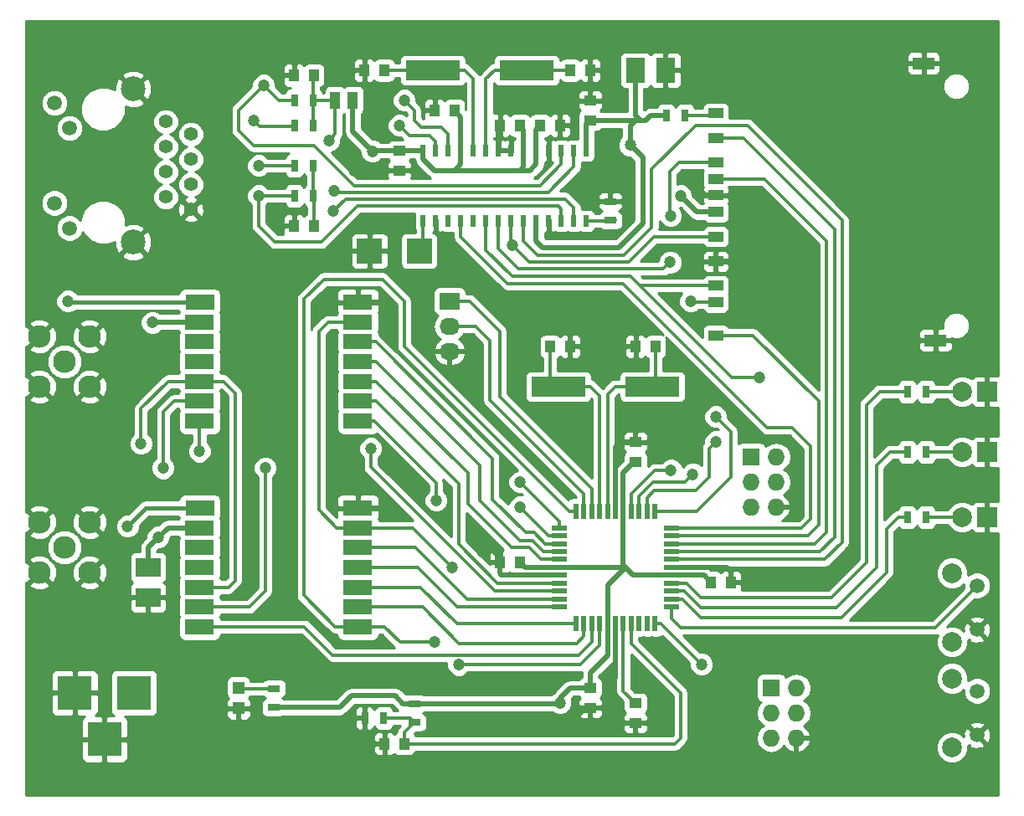
<source format=gtl>
G04 #@! TF.FileFunction,Copper,L1,Top,Signal*
%FSLAX46Y46*%
G04 Gerber Fmt 4.6, Leading zero omitted, Abs format (unit mm)*
G04 Created by KiCad (PCBNEW 4.0.1-stable) date 23.02.2016 21:53:13*
%MOMM*%
G01*
G04 APERTURE LIST*
%ADD10C,0.100000*%
%ADD11C,1.400000*%
%ADD12C,2.500000*%
%ADD13C,1.500000*%
%ADD14R,1.250000X1.000000*%
%ADD15R,0.508000X1.143000*%
%ADD16R,1.500000X1.000000*%
%ADD17R,2.200000X1.200000*%
%ADD18R,2.997200X1.597660*%
%ADD19R,0.550000X1.500000*%
%ADD20R,1.500000X0.550000*%
%ADD21R,1.000000X1.250000*%
%ADD22R,3.500120X3.500120*%
%ADD23R,2.000000X2.000000*%
%ADD24C,2.000000*%
%ADD25R,1.016000X1.778000*%
%ADD26R,1.727200X1.727200*%
%ADD27O,1.727200X1.727200*%
%ADD28R,2.032000X1.727200*%
%ADD29O,2.032000X1.727200*%
%ADD30R,0.700000X1.300000*%
%ADD31R,1.300000X0.700000*%
%ADD32R,5.499100X1.998980*%
%ADD33C,2.300000*%
%ADD34C,1.501140*%
%ADD35C,1.998980*%
%ADD36R,2.550160X2.499360*%
%ADD37R,1.950720X2.499360*%
%ADD38R,2.499360X1.950720*%
%ADD39R,1.198880X1.198880*%
%ADD40C,1.200000*%
%ADD41C,0.500000*%
%ADD42C,0.300000*%
%ADD43C,0.250000*%
%ADD44C,0.400000*%
%ADD45C,0.254000*%
G04 APERTURE END LIST*
D10*
D11*
X106414000Y-79375000D03*
X106414000Y-76835000D03*
X108954000Y-78105000D03*
X108954000Y-80645000D03*
X106414000Y-81915000D03*
X108954000Y-83185000D03*
X106414000Y-84455000D03*
X108954000Y-85725000D03*
D12*
X103124000Y-73530000D03*
X103124000Y-89030000D03*
D13*
X95174000Y-85065000D03*
X96694000Y-87605000D03*
X95174000Y-74955000D03*
X96694000Y-77495000D03*
D14*
X153924000Y-137652000D03*
X153924000Y-135652000D03*
D15*
X132461000Y-86868000D03*
X133731000Y-86868000D03*
X135001000Y-86868000D03*
X136271000Y-86868000D03*
X137541000Y-86868000D03*
X138811000Y-86868000D03*
X140081000Y-86868000D03*
X141351000Y-86868000D03*
X142621000Y-86868000D03*
X143891000Y-86868000D03*
X145161000Y-86868000D03*
X146431000Y-86868000D03*
X147701000Y-86868000D03*
X148971000Y-86868000D03*
X148971000Y-79756000D03*
X147701000Y-79756000D03*
X146431000Y-79756000D03*
X145161000Y-79756000D03*
X143891000Y-79756000D03*
X142621000Y-79756000D03*
X141351000Y-79756000D03*
X140081000Y-79756000D03*
X138811000Y-79756000D03*
X137541000Y-79756000D03*
X136271000Y-79756000D03*
X135001000Y-79756000D03*
X133731000Y-79756000D03*
X132461000Y-79756000D03*
D16*
X162052000Y-78469000D03*
X162052000Y-80969000D03*
X162052000Y-84269000D03*
X162052000Y-85969000D03*
X162052000Y-88469000D03*
X162052000Y-90969000D03*
X162052000Y-93394000D03*
X162052000Y-95094000D03*
X162052000Y-75969000D03*
X162052000Y-82619000D03*
X162052000Y-98444000D03*
D17*
X183052000Y-70944000D03*
X184252000Y-98944000D03*
D18*
X109857540Y-115920520D03*
X109855000Y-117919500D03*
X109855000Y-119921020D03*
X109855000Y-121920000D03*
X109855000Y-123918980D03*
X109855000Y-125920500D03*
X109855000Y-127919480D03*
X125857000Y-127919480D03*
X125857000Y-125920500D03*
X125857000Y-123918980D03*
X125857000Y-121920000D03*
X125857000Y-119921020D03*
X125857000Y-117919500D03*
X125857000Y-115920520D03*
D19*
X155892000Y-116220000D03*
X155092000Y-116220000D03*
X154292000Y-116220000D03*
X153492000Y-116220000D03*
X152692000Y-116220000D03*
X151892000Y-116220000D03*
X151092000Y-116220000D03*
X150292000Y-116220000D03*
X149492000Y-116220000D03*
X148692000Y-116220000D03*
X147892000Y-116220000D03*
D20*
X146192000Y-117920000D03*
X146192000Y-118720000D03*
X146192000Y-119520000D03*
X146192000Y-120320000D03*
X146192000Y-121120000D03*
X146192000Y-121920000D03*
X146192000Y-122720000D03*
X146192000Y-123520000D03*
X146192000Y-124320000D03*
X146192000Y-125120000D03*
X146192000Y-125920000D03*
D19*
X147892000Y-127620000D03*
X148692000Y-127620000D03*
X149492000Y-127620000D03*
X150292000Y-127620000D03*
X151092000Y-127620000D03*
X151892000Y-127620000D03*
X152692000Y-127620000D03*
X153492000Y-127620000D03*
X154292000Y-127620000D03*
X155092000Y-127620000D03*
X155892000Y-127620000D03*
D20*
X157592000Y-125920000D03*
X157592000Y-125120000D03*
X157592000Y-124320000D03*
X157592000Y-123520000D03*
X157592000Y-122720000D03*
X157592000Y-121920000D03*
X157592000Y-121120000D03*
X157592000Y-120320000D03*
X157592000Y-119520000D03*
X157592000Y-118720000D03*
X157592000Y-117920000D03*
D14*
X149352000Y-74692000D03*
X149352000Y-76692000D03*
D21*
X146288000Y-77216000D03*
X144288000Y-77216000D03*
D14*
X130048000Y-81772000D03*
X130048000Y-79772000D03*
D21*
X133620000Y-75692000D03*
X135620000Y-75692000D03*
X140224000Y-77216000D03*
X142224000Y-77216000D03*
X147336000Y-71628000D03*
X149336000Y-71628000D03*
X119396000Y-72136000D03*
X121396000Y-72136000D03*
X119396000Y-87376000D03*
X121396000Y-87376000D03*
D14*
X153924000Y-109236000D03*
X153924000Y-111236000D03*
D21*
X140224000Y-121412000D03*
X142224000Y-121412000D03*
X163560000Y-123444000D03*
X161560000Y-123444000D03*
D14*
X149352000Y-136128000D03*
X149352000Y-134128000D03*
D22*
X103228140Y-134620000D03*
X97228660Y-134620000D03*
X100228400Y-139319000D03*
D23*
X189484000Y-116840000D03*
D24*
X186944000Y-116840000D03*
D23*
X189484000Y-110236000D03*
D24*
X186944000Y-110236000D03*
D25*
X125349000Y-74676000D03*
X123571000Y-74676000D03*
D26*
X165608000Y-110744000D03*
D27*
X168148000Y-110744000D03*
X165608000Y-113284000D03*
X168148000Y-113284000D03*
X165608000Y-115824000D03*
X168148000Y-115824000D03*
D26*
X167640000Y-134112000D03*
D27*
X170180000Y-134112000D03*
X167640000Y-136652000D03*
X170180000Y-136652000D03*
X167640000Y-139192000D03*
X170180000Y-139192000D03*
D28*
X135128000Y-94996000D03*
D29*
X135128000Y-97536000D03*
X135128000Y-100076000D03*
D30*
X119446000Y-77216000D03*
X121346000Y-77216000D03*
X119446000Y-74676000D03*
X121346000Y-74676000D03*
X121346000Y-81280000D03*
X119446000Y-81280000D03*
X121346000Y-84328000D03*
X119446000Y-84328000D03*
D31*
X151384000Y-86802000D03*
X151384000Y-84902000D03*
X131572000Y-135702000D03*
X131572000Y-137602000D03*
D30*
X128458000Y-137160000D03*
X126558000Y-137160000D03*
X183322000Y-110236000D03*
X181422000Y-110236000D03*
X183322000Y-116840000D03*
X181422000Y-116840000D03*
D18*
X109857540Y-95092520D03*
X109855000Y-97091500D03*
X109855000Y-99093020D03*
X109855000Y-101092000D03*
X109855000Y-103090980D03*
X109855000Y-105092500D03*
X109855000Y-107091480D03*
X125857000Y-107091480D03*
X125857000Y-105092500D03*
X125857000Y-103090980D03*
X125857000Y-101092000D03*
X125857000Y-99093020D03*
X125857000Y-97091500D03*
X125857000Y-95092520D03*
D32*
X142925800Y-71628000D03*
X133426200Y-71628000D03*
D33*
X96189800Y-101092000D03*
X98729800Y-103632000D03*
X98729800Y-98552000D03*
X93649800Y-98552000D03*
X93649800Y-103632000D03*
X96189800Y-119888000D03*
X98729800Y-122428000D03*
X98729800Y-117348000D03*
X93649800Y-117348000D03*
X93649800Y-122428000D03*
D34*
X188468000Y-138874500D03*
X188468000Y-134429500D03*
D35*
X185928000Y-140144500D03*
X185928000Y-133159500D03*
D34*
X188468000Y-128206500D03*
X188468000Y-123761500D03*
D35*
X185928000Y-129476500D03*
X185928000Y-122491500D03*
D21*
X128508000Y-71628000D03*
X126508000Y-71628000D03*
X128540000Y-139750800D03*
X130540000Y-139750800D03*
X155940000Y-99568000D03*
X153940000Y-99568000D03*
X145304000Y-99568000D03*
X147304000Y-99568000D03*
D30*
X158938000Y-76200000D03*
X157038000Y-76200000D03*
D32*
X146126200Y-103632000D03*
X155625800Y-103632000D03*
D36*
X127015240Y-89916000D03*
X132064760Y-89916000D03*
D37*
X156972000Y-71628000D03*
X153924000Y-71628000D03*
D38*
X104648000Y-124968000D03*
X104648000Y-121920000D03*
D39*
X113792000Y-136177020D03*
X113792000Y-134078980D03*
D23*
X189484000Y-104140000D03*
D24*
X186944000Y-104140000D03*
D31*
X117348000Y-136078000D03*
X117348000Y-134178000D03*
D30*
X183322000Y-104140000D03*
X181422000Y-104140000D03*
D40*
X175260000Y-134112000D03*
X145415000Y-96520000D03*
X171196000Y-91948000D03*
X144780000Y-138176000D03*
X117348000Y-86360000D03*
X151384000Y-133604000D03*
X154940000Y-107188000D03*
X138684000Y-119380000D03*
X129411691Y-115952309D03*
X125476000Y-81788000D03*
X151384000Y-82804000D03*
X159004000Y-82296000D03*
X129032000Y-96012000D03*
X105072420Y-97146788D03*
X127319757Y-79805073D03*
X153387704Y-79195539D03*
X105664000Y-118872000D03*
X146304000Y-135636000D03*
X158496000Y-84328000D03*
X122936000Y-78740000D03*
X166472198Y-102708175D03*
X162052000Y-109220000D03*
X162052000Y-106680000D03*
X157422427Y-91049480D03*
X157480000Y-86360000D03*
X159721196Y-112486206D03*
X141508630Y-89354545D03*
X115824000Y-84328000D03*
X115824000Y-81280000D03*
X123376089Y-85854016D03*
X123444000Y-83820000D03*
X115316000Y-76708000D03*
X116332000Y-73152000D03*
X130048000Y-77216000D03*
X133771737Y-115149265D03*
X133632884Y-129471285D03*
X103908442Y-109384983D03*
X142240000Y-113284000D03*
X106148738Y-111855409D03*
X116489080Y-111855410D03*
X142240000Y-115824000D03*
X127166609Y-109888496D03*
X109829675Y-110169483D03*
X96520000Y-94996000D03*
X102557596Y-117775841D03*
X159512000Y-94996000D03*
X130556000Y-74676000D03*
X157521263Y-112093361D03*
X136054892Y-131749998D03*
X135416128Y-121956746D03*
X160602329Y-131725754D03*
D41*
X147320000Y-99427000D02*
X147320000Y-98425000D01*
X147320000Y-98425000D02*
X145415000Y-96520000D01*
X147304000Y-99568000D02*
X147304000Y-99443000D01*
X147304000Y-99443000D02*
X147320000Y-99427000D01*
X162052000Y-90969000D02*
X170217000Y-90969000D01*
X170217000Y-90969000D02*
X171196000Y-91948000D01*
X149352000Y-136128000D02*
X148860000Y-136128000D01*
X148860000Y-136128000D02*
X146812000Y-138176000D01*
X146812000Y-138176000D02*
X144780000Y-138176000D01*
X119396000Y-87376000D02*
X118364000Y-87376000D01*
X118364000Y-87376000D02*
X117348000Y-86360000D01*
X151892000Y-127620000D02*
X151892000Y-133096000D01*
X151892000Y-133096000D02*
X151384000Y-133604000D01*
X153940000Y-99568000D02*
X147304000Y-99568000D01*
X153924000Y-109236000D02*
X153924000Y-108204000D01*
X153924000Y-108204000D02*
X154940000Y-107188000D01*
X140224000Y-121412000D02*
X140224000Y-120920000D01*
X140224000Y-120920000D02*
X138684000Y-119380000D01*
X146192000Y-122720000D02*
X140407000Y-122720000D01*
X140407000Y-122720000D02*
X140224000Y-122537000D01*
X140224000Y-122537000D02*
X140224000Y-121412000D01*
X151892000Y-109728000D02*
X152384000Y-109236000D01*
X152384000Y-109236000D02*
X153924000Y-109236000D01*
X151892000Y-116220000D02*
X151892000Y-109728000D01*
X157592000Y-121920000D02*
X163161000Y-121920000D01*
X163161000Y-121920000D02*
X163560000Y-122319000D01*
X163560000Y-122319000D02*
X163560000Y-123444000D01*
X129379902Y-115920520D02*
X129411691Y-115952309D01*
X125857000Y-115920520D02*
X129379902Y-115920520D01*
X130048000Y-81772000D02*
X125492000Y-81772000D01*
X125492000Y-81772000D02*
X125476000Y-81788000D01*
X151384000Y-84902000D02*
X151384000Y-82804000D01*
X162052000Y-84269000D02*
X160977000Y-84269000D01*
X160977000Y-84269000D02*
X159004000Y-82296000D01*
X162052000Y-84269000D02*
X162302000Y-84269000D01*
X162302000Y-90969000D02*
X162052000Y-90969000D01*
X125857000Y-95092520D02*
X128112520Y-95092520D01*
X128112520Y-95092520D02*
X129032000Y-96012000D01*
X140081000Y-79756000D02*
X140081000Y-77359000D01*
X140081000Y-77359000D02*
X140224000Y-77216000D01*
X141351000Y-79756000D02*
X140081000Y-79756000D01*
X153924000Y-76692000D02*
X154432000Y-76692000D01*
X154432000Y-76692000D02*
X154956000Y-76692000D01*
X153924000Y-71628000D02*
X153924000Y-76184000D01*
X153924000Y-76184000D02*
X154432000Y-76692000D01*
X109855000Y-97091500D02*
X105127708Y-97091500D01*
X105127708Y-97091500D02*
X105072420Y-97146788D01*
X143891000Y-86868000D02*
X143891000Y-88944009D01*
X143891000Y-88944009D02*
X144514739Y-89567748D01*
X144514739Y-89567748D02*
X152237712Y-89567748D01*
X154650306Y-87155154D02*
X154650306Y-80458141D01*
X152237712Y-89567748D02*
X154650306Y-87155154D01*
X154650306Y-80458141D02*
X153387704Y-79195539D01*
X125349000Y-77834316D02*
X127319757Y-79805073D01*
X130048000Y-79772000D02*
X127352830Y-79772000D01*
X125349000Y-74676000D02*
X125349000Y-77834316D01*
X127352830Y-79772000D02*
X127319757Y-79805073D01*
X146304000Y-135636000D02*
X146304000Y-135128000D01*
X147304000Y-134128000D02*
X149352000Y-134128000D01*
X146304000Y-135128000D02*
X147304000Y-134128000D01*
X151092000Y-127620000D02*
X151092000Y-130848000D01*
X151092000Y-130848000D02*
X149352000Y-132588000D01*
X149352000Y-132588000D02*
X149352000Y-134128000D01*
X149352000Y-76692000D02*
X153924000Y-76692000D01*
X153387704Y-79195539D02*
X153387704Y-77228296D01*
X153387704Y-77228296D02*
X153924000Y-76692000D01*
X154956000Y-76692000D02*
X155448000Y-76200000D01*
X155448000Y-76200000D02*
X157038000Y-76200000D01*
X148971000Y-79756000D02*
X148971000Y-77073000D01*
X148971000Y-77073000D02*
X149352000Y-76692000D01*
X136271000Y-79756000D02*
X136271000Y-76343000D01*
X136271000Y-76343000D02*
X135620000Y-75692000D01*
X124018000Y-136078000D02*
X125194001Y-134901999D01*
X125194001Y-134901999D02*
X129621999Y-134901999D01*
X129621999Y-134901999D02*
X130422000Y-135702000D01*
X130422000Y-135702000D02*
X131572000Y-135702000D01*
X117348000Y-136078000D02*
X124018000Y-136078000D01*
X105664000Y-118872000D02*
X105664000Y-118909970D01*
X104648000Y-121920000D02*
X104648000Y-119925970D01*
X104648000Y-119925970D02*
X105664000Y-118909970D01*
X105664000Y-118909970D02*
X106654470Y-117919500D01*
X131572000Y-135702000D02*
X146238000Y-135702000D01*
X146238000Y-135702000D02*
X146304000Y-135636000D01*
X146192000Y-121920000D02*
X142732000Y-121920000D01*
X142732000Y-121920000D02*
X142224000Y-121412000D01*
X152692000Y-116220000D02*
X152692000Y-112343000D01*
X152692000Y-112343000D02*
X153799000Y-111236000D01*
X153799000Y-111236000D02*
X153924000Y-111236000D01*
X157592000Y-122720000D02*
X160836000Y-122720000D01*
X160836000Y-122720000D02*
X161560000Y-123444000D01*
X152908000Y-121920000D02*
X152692000Y-121704000D01*
X152692000Y-121704000D02*
X152692000Y-116220000D01*
X151092000Y-127620000D02*
X151092000Y-123736000D01*
X151092000Y-123736000D02*
X152908000Y-121920000D01*
X152908000Y-121920000D02*
X153708000Y-122720000D01*
X153708000Y-122720000D02*
X157592000Y-122720000D01*
X146192000Y-121920000D02*
X152908000Y-121920000D01*
X109855000Y-117919500D02*
X106654470Y-117919500D01*
X162052000Y-85969000D02*
X160137000Y-85969000D01*
X160137000Y-85969000D02*
X158496000Y-84328000D01*
X143891000Y-79756000D02*
X143891000Y-77613000D01*
X143891000Y-77613000D02*
X144288000Y-77216000D01*
X142621000Y-79756000D02*
X142621000Y-77613000D01*
X142621000Y-77613000D02*
X142224000Y-77216000D01*
X142240000Y-81788000D02*
X143256000Y-81788000D01*
X143891000Y-81153000D02*
X143891000Y-79756000D01*
X143256000Y-81788000D02*
X143891000Y-81153000D01*
X135636000Y-81788000D02*
X142240000Y-81788000D01*
X142621000Y-81407000D02*
X142621000Y-79756000D01*
X142240000Y-81788000D02*
X142621000Y-81407000D01*
X132461000Y-79756000D02*
X132461000Y-80645000D01*
X136271000Y-81153000D02*
X136271000Y-79756000D01*
X135636000Y-81788000D02*
X136271000Y-81153000D01*
X133604000Y-81788000D02*
X135636000Y-81788000D01*
X132461000Y-80645000D02*
X133604000Y-81788000D01*
X130048000Y-79772000D02*
X132445000Y-79772000D01*
X132445000Y-79772000D02*
X132461000Y-79756000D01*
X109807500Y-117872000D02*
X109855000Y-117919500D01*
X161935000Y-85852000D02*
X162052000Y-85969000D01*
D42*
X147336000Y-71628000D02*
X142925800Y-71628000D01*
X147304000Y-71628000D02*
X147320000Y-71612000D01*
X142925800Y-71628000D02*
X139700000Y-71628000D01*
X138811000Y-72517000D02*
X138811000Y-79756000D01*
X139700000Y-71628000D02*
X138811000Y-72517000D01*
X142925800Y-71628000D02*
X140208000Y-71628000D01*
X128508000Y-71628000D02*
X133426200Y-71628000D01*
X133410200Y-71612000D02*
X133426200Y-71628000D01*
X133426200Y-71628000D02*
X136652000Y-71628000D01*
X137541000Y-72517000D02*
X137541000Y-79756000D01*
X136652000Y-71628000D02*
X137541000Y-72517000D01*
X133426200Y-71628000D02*
X135636000Y-71628000D01*
X123571000Y-74676000D02*
X121346000Y-74676000D01*
X121346000Y-74676000D02*
X121346000Y-72186000D01*
X121346000Y-72186000D02*
X121396000Y-72136000D01*
X121346000Y-77216000D02*
X121346000Y-74676000D01*
X123571000Y-78105000D02*
X123571000Y-74676000D01*
X122936000Y-78740000D02*
X123571000Y-78105000D01*
X183322000Y-116840000D02*
X186944000Y-116840000D01*
X183322000Y-110236000D02*
X186944000Y-110236000D01*
X136271000Y-86868000D02*
X136271000Y-88508271D01*
X136271000Y-88508271D02*
X140984193Y-93221464D01*
X167247376Y-107811376D02*
X169787376Y-107811376D01*
X140984193Y-93221464D02*
X152657464Y-93221464D01*
X152657464Y-93221464D02*
X167247376Y-107811376D01*
X171634138Y-117041376D02*
X170727503Y-117948011D01*
X169787376Y-107811376D02*
X171634138Y-109658138D01*
X171634138Y-109658138D02*
X171634138Y-117041376D01*
X170727503Y-117948011D02*
X158670011Y-117948011D01*
X158670011Y-117948011D02*
X158642000Y-117920000D01*
X158642000Y-117920000D02*
X157592000Y-117920000D01*
D43*
X136271000Y-86868000D02*
X136271000Y-87185500D01*
D42*
X153035000Y-92472322D02*
X153425739Y-92472322D01*
X153425739Y-92472322D02*
X154347417Y-93394000D01*
X154347417Y-93394000D02*
X162052000Y-93394000D01*
X141457905Y-92472322D02*
X153035000Y-92472322D01*
X166472198Y-102708175D02*
X163668175Y-102708175D01*
X163668175Y-102708175D02*
X153432322Y-92472322D01*
X153432322Y-92472322D02*
X153035000Y-92472322D01*
X138811000Y-86868000D02*
X138811000Y-89825417D01*
X138811000Y-89825417D02*
X141457905Y-92472322D01*
X155092000Y-116220000D02*
X155092000Y-114872889D01*
X155092000Y-114872889D02*
X155828733Y-114136156D01*
X155828733Y-114136156D02*
X160055114Y-114136156D01*
X160055114Y-114136156D02*
X161371146Y-112820124D01*
X161371146Y-112820124D02*
X161371146Y-109900854D01*
X161371146Y-109900854D02*
X162052000Y-109220000D01*
X162052000Y-93394000D02*
X162302000Y-93394000D01*
X140081000Y-86868000D02*
X140081000Y-89692484D01*
X140081000Y-89692484D02*
X142111696Y-91723180D01*
X156742160Y-91723180D02*
X157415860Y-91049480D01*
X142111696Y-91723180D02*
X156742160Y-91723180D01*
X157415860Y-91049480D02*
X157422427Y-91049480D01*
X163576000Y-112776000D02*
X163576000Y-108204000D01*
X163576000Y-108204000D02*
X162052000Y-106680000D01*
X160132000Y-116220000D02*
X163576000Y-112776000D01*
X155892000Y-116220000D02*
X160132000Y-116220000D01*
X157480000Y-86360000D02*
X157372045Y-86252045D01*
X157372045Y-86252045D02*
X157372045Y-81895955D01*
X157372045Y-81895955D02*
X158299000Y-80969000D01*
X158299000Y-80969000D02*
X162052000Y-80969000D01*
X162302000Y-80969000D02*
X162052000Y-80969000D01*
X141508630Y-89354545D02*
X143183614Y-91029529D01*
X143183614Y-91029529D02*
X153214598Y-91029529D01*
X153214598Y-91029529D02*
X155775127Y-88469000D01*
X155775127Y-88469000D02*
X162052000Y-88469000D01*
X154292000Y-116220000D02*
X154292000Y-114765584D01*
X154292000Y-114765584D02*
X155746403Y-113311181D01*
X155746403Y-113311181D02*
X158915864Y-113311181D01*
X158915864Y-113311181D02*
X159721196Y-112505849D01*
X159721196Y-112505849D02*
X159721196Y-112486206D01*
X141351000Y-89196915D02*
X141508630Y-89354545D01*
X141351000Y-86868000D02*
X141351000Y-89196915D01*
X162052000Y-88469000D02*
X162302000Y-88469000D01*
X161975000Y-88392000D02*
X162052000Y-88469000D01*
X146431000Y-86868000D02*
X146431000Y-85667750D01*
X146431000Y-85667750D02*
X146107250Y-85344000D01*
X125816823Y-85344000D02*
X122166381Y-88994442D01*
X146107250Y-85344000D02*
X125816823Y-85344000D01*
X122166381Y-88994442D02*
X117442442Y-88994442D01*
X117442442Y-88994442D02*
X115824000Y-87376000D01*
X115824000Y-87376000D02*
X115824000Y-84328000D01*
X115824000Y-84328000D02*
X119446000Y-84328000D01*
X147701000Y-86868000D02*
X147701000Y-85540397D01*
X124593898Y-84636207D02*
X123376089Y-85854016D01*
X147701000Y-85540397D02*
X146796810Y-84636207D01*
X146796810Y-84636207D02*
X124593898Y-84636207D01*
X115824000Y-81280000D02*
X119446000Y-81280000D01*
X148971000Y-86868000D02*
X151318000Y-86868000D01*
X151318000Y-86868000D02*
X151384000Y-86802000D01*
X151826000Y-86868000D02*
X151892000Y-86802000D01*
X115316000Y-76708000D02*
X115873166Y-77265166D01*
X115873166Y-77265166D02*
X119396834Y-77265166D01*
X119396834Y-77265166D02*
X119446000Y-77216000D01*
X147701000Y-79756000D02*
X147701000Y-81407000D01*
X145130411Y-83977589D02*
X123601589Y-83977589D01*
X147701000Y-81407000D02*
X145130411Y-83977589D01*
X123601589Y-83977589D02*
X123444000Y-83820000D01*
D43*
X147701000Y-79756000D02*
X147701000Y-80073500D01*
D42*
X146431000Y-79756000D02*
X146431000Y-81153000D01*
X113792000Y-75692000D02*
X116332000Y-73152000D01*
X113792000Y-77724000D02*
X113792000Y-75692000D01*
X115316000Y-79248000D02*
X113792000Y-77724000D01*
X121412000Y-79248000D02*
X115316000Y-79248000D01*
X125476000Y-83312000D02*
X121412000Y-79248000D01*
X144272000Y-83312000D02*
X125476000Y-83312000D01*
X146431000Y-81153000D02*
X144272000Y-83312000D01*
X116332000Y-73152000D02*
X117856000Y-74676000D01*
X117856000Y-74676000D02*
X119446000Y-74676000D01*
X130048000Y-77216000D02*
X131064000Y-78232000D01*
X131064000Y-78232000D02*
X133112647Y-78232000D01*
X133112647Y-78232000D02*
X133731000Y-78850353D01*
X133731000Y-78850353D02*
X133731000Y-79756000D01*
X149492000Y-116220000D02*
X149492000Y-113930257D01*
X149492000Y-113930257D02*
X140208000Y-104646257D01*
X140208000Y-104646257D02*
X140208000Y-98044000D01*
X140208000Y-98044000D02*
X137160000Y-94996000D01*
X137160000Y-94996000D02*
X135128000Y-94996000D01*
X148692000Y-116220000D02*
X148692000Y-114491245D01*
X148692000Y-114491245D02*
X139235213Y-105034458D01*
X139235213Y-105034458D02*
X139235213Y-98986873D01*
X139235213Y-98986873D02*
X137784340Y-97536000D01*
X137784340Y-97536000D02*
X135128000Y-97536000D01*
X125857000Y-127919480D02*
X123553694Y-127919480D01*
X123553694Y-127919480D02*
X120396000Y-124761786D01*
X120396000Y-124761786D02*
X120396000Y-94782088D01*
X120396000Y-94782088D02*
X122413952Y-92764136D01*
X122413952Y-92764136D02*
X128324136Y-92764136D01*
X128324136Y-92764136D02*
X130556000Y-94996000D01*
X130556000Y-94996000D02*
X130556000Y-99568000D01*
X147208000Y-116220000D02*
X147892000Y-116220000D01*
X130556000Y-99568000D02*
X147208000Y-116220000D01*
X125857000Y-107091480D02*
X127529599Y-107091480D01*
X127529599Y-107091480D02*
X133771737Y-113333618D01*
X133771737Y-113333618D02*
X133771737Y-115149265D01*
X125857000Y-127919480D02*
X128560165Y-127919480D01*
X128560165Y-127919480D02*
X130111970Y-129471285D01*
X130111970Y-129471285D02*
X133632884Y-129471285D01*
X124556520Y-107091480D02*
X125857000Y-107091480D01*
X109855000Y-103090980D02*
X106675767Y-103090980D01*
X106675767Y-103090980D02*
X103908442Y-105858305D01*
X103908442Y-105858305D02*
X103908442Y-109384983D01*
X109855000Y-103090980D02*
X112250328Y-103090980D01*
X113448269Y-104288921D02*
X113448269Y-123241538D01*
X112250328Y-103090980D02*
X113448269Y-104288921D01*
X112770827Y-123918980D02*
X109855000Y-123918980D01*
X113448269Y-123241538D02*
X112770827Y-123918980D01*
X146192000Y-117920000D02*
X146192000Y-117236000D01*
X146192000Y-117236000D02*
X142240000Y-113284000D01*
X109855000Y-105092500D02*
X107269427Y-105092500D01*
X107269427Y-105092500D02*
X106148738Y-106213189D01*
X106148738Y-106213189D02*
X106148738Y-111855409D01*
X109855000Y-125920500D02*
X114868044Y-125920500D01*
X114868044Y-125920500D02*
X116489080Y-124299464D01*
X116489080Y-124299464D02*
X116489080Y-111855410D01*
X145136000Y-118720000D02*
X142240000Y-115824000D01*
X145136000Y-118720000D02*
X146192000Y-118720000D01*
X109918500Y-105156000D02*
X109855000Y-105092500D01*
X125857000Y-103090980D02*
X127655600Y-103090980D01*
X127655600Y-103090980D02*
X136955589Y-112390969D01*
X144399516Y-121120000D02*
X146192000Y-121120000D01*
X136955589Y-112390969D02*
X136955589Y-115475000D01*
X136955589Y-115475000D02*
X141398984Y-119918395D01*
X143197911Y-119918395D02*
X144399516Y-121120000D01*
X141398984Y-119918395D02*
X143197911Y-119918395D01*
X125857000Y-123918980D02*
X132150487Y-123918980D01*
X132150487Y-123918980D02*
X135851507Y-127620000D01*
X135851507Y-127620000D02*
X147892000Y-127620000D01*
X125857000Y-119921020D02*
X131699889Y-119921020D01*
X131699889Y-119921020D02*
X136898869Y-125120000D01*
X136898869Y-125120000D02*
X146192000Y-125120000D01*
X125857000Y-121920000D02*
X131904801Y-121920000D01*
X131904801Y-121920000D02*
X135904801Y-125920000D01*
X135904801Y-125920000D02*
X146192000Y-125920000D01*
X125857000Y-125920500D02*
X132382345Y-125920500D01*
X132382345Y-125920500D02*
X136082978Y-129621133D01*
X136082978Y-129621133D02*
X147980139Y-129621133D01*
X147980139Y-129621133D02*
X148692000Y-128909272D01*
X148692000Y-128909272D02*
X148692000Y-127620000D01*
X125857000Y-99093020D02*
X127655600Y-99093020D01*
X127655600Y-99093020D02*
X139474211Y-110911631D01*
X143678377Y-118393590D02*
X144804787Y-119520000D01*
X139474211Y-110911631D02*
X139474211Y-115026017D01*
X142841784Y-118393590D02*
X143678377Y-118393590D01*
X139474211Y-115026017D02*
X142841784Y-118393590D01*
X144804787Y-119520000D02*
X146192000Y-119520000D01*
X125857000Y-101092000D02*
X127655600Y-101092000D01*
X127655600Y-101092000D02*
X138176000Y-111612400D01*
X138176000Y-111612400D02*
X138176000Y-115136341D01*
X138176000Y-115136341D02*
X142238484Y-119198825D01*
X142238484Y-119198825D02*
X143489168Y-119198825D01*
X144610343Y-120320000D02*
X146192000Y-120320000D01*
X143489168Y-119198825D02*
X144610343Y-120320000D01*
X136035686Y-119580075D02*
X139975611Y-123520000D01*
X136035686Y-113472586D02*
X136035686Y-119580075D01*
X139975611Y-123520000D02*
X146192000Y-123520000D01*
X125857000Y-105092500D02*
X127655600Y-105092500D01*
X127655600Y-105092500D02*
X136035686Y-113472586D01*
X146192000Y-124320000D02*
X139692181Y-124320000D01*
X139692181Y-124320000D02*
X127166609Y-111794428D01*
X127166609Y-111794428D02*
X127166609Y-109888496D01*
X109855000Y-110144158D02*
X109829675Y-110169483D01*
X109855000Y-107091480D02*
X109855000Y-110144158D01*
X109855000Y-107091480D02*
X110554770Y-107091480D01*
X109855000Y-127919480D02*
X120425670Y-127919480D01*
X120425670Y-127919480D02*
X123306187Y-130799997D01*
X148156653Y-130799997D02*
X149492000Y-129464650D01*
X123306187Y-130799997D02*
X148156653Y-130799997D01*
X149492000Y-129464650D02*
X149492000Y-127620000D01*
X109855000Y-127919480D02*
X110554770Y-127919480D01*
D44*
X109857540Y-95092520D02*
X96616520Y-95092520D01*
X96616520Y-95092520D02*
X96520000Y-94996000D01*
X104412917Y-115920520D02*
X102557596Y-117775841D01*
X109857540Y-115920520D02*
X104412917Y-115920520D01*
D42*
X121346000Y-84328000D02*
X121346000Y-81280000D01*
X121396000Y-87376000D02*
X121396000Y-84378000D01*
X121396000Y-84378000D02*
X121346000Y-84328000D01*
X132461000Y-86868000D02*
X132461000Y-89519760D01*
X132461000Y-89519760D02*
X132064760Y-89916000D01*
X153492000Y-127620000D02*
X153492000Y-129616000D01*
X157937200Y-139750800D02*
X130540000Y-139750800D01*
X158496000Y-139192000D02*
X157937200Y-139750800D01*
X158496000Y-134620000D02*
X158496000Y-139192000D01*
X153492000Y-129616000D02*
X158496000Y-134620000D01*
X128458000Y-137160000D02*
X131130000Y-137160000D01*
X131130000Y-137160000D02*
X131572000Y-137602000D01*
X130540000Y-139750800D02*
X130540000Y-138634000D01*
X130540000Y-138634000D02*
X131572000Y-137602000D01*
X155940000Y-99568000D02*
X155940000Y-103317800D01*
X155940000Y-103317800D02*
X155625800Y-103632000D01*
X155448000Y-103809800D02*
X155625800Y-103632000D01*
X151092000Y-116220000D02*
X151092000Y-104432000D01*
X151892000Y-103632000D02*
X155625800Y-103632000D01*
X151092000Y-104432000D02*
X151892000Y-103632000D01*
X154432000Y-103632000D02*
X156641800Y-103632000D01*
X156464000Y-103809800D02*
X156641800Y-103632000D01*
X145304000Y-99568000D02*
X145304000Y-102809800D01*
X145304000Y-102809800D02*
X146126200Y-103632000D01*
X146812000Y-104317800D02*
X146126200Y-103632000D01*
X150292000Y-116220000D02*
X150292000Y-104572000D01*
X149352000Y-103632000D02*
X146126200Y-103632000D01*
X150292000Y-104572000D02*
X149352000Y-103632000D01*
X147320000Y-103809800D02*
X147142200Y-103632000D01*
X152692000Y-127620000D02*
X152692000Y-134420000D01*
X152692000Y-134420000D02*
X153924000Y-135652000D01*
X162052000Y-78469000D02*
X164829000Y-78469000D01*
X164829000Y-78469000D02*
X174039870Y-87679870D01*
X174039870Y-87679870D02*
X174039870Y-118859039D01*
X174039870Y-118859039D02*
X172578909Y-120320000D01*
X172578909Y-120320000D02*
X157592000Y-120320000D01*
X162052000Y-95094000D02*
X159610000Y-95094000D01*
X159610000Y-95094000D02*
X159512000Y-94996000D01*
X161954000Y-94996000D02*
X162052000Y-95094000D01*
X158938000Y-76200000D02*
X161821000Y-76200000D01*
X161821000Y-76200000D02*
X162052000Y-75969000D01*
X162052000Y-82619000D02*
X166947000Y-82619000D01*
X173237959Y-88909959D02*
X173237959Y-118354041D01*
X166947000Y-82619000D02*
X173237959Y-88909959D01*
X173237959Y-118354041D02*
X172072000Y-119520000D01*
X172072000Y-119520000D02*
X157592000Y-119520000D01*
X162302000Y-82619000D02*
X162052000Y-82619000D01*
X157592000Y-118720000D02*
X171345492Y-118720000D01*
X171345492Y-118720000D02*
X172436049Y-117629443D01*
X172436049Y-117629443D02*
X172436049Y-105059951D01*
X172436049Y-105059951D02*
X165820098Y-98444000D01*
X165820098Y-98444000D02*
X162052000Y-98444000D01*
X135001000Y-78105000D02*
X135001000Y-79756000D01*
X132274509Y-77410509D02*
X134306509Y-77410509D01*
X134306509Y-77410509D02*
X135001000Y-78105000D01*
X131572000Y-76708000D02*
X132274509Y-77410509D01*
X131572000Y-75692000D02*
X131572000Y-76708000D01*
X130556000Y-74676000D02*
X131572000Y-75692000D01*
X157592000Y-124320000D02*
X158864000Y-124320000D01*
X158864000Y-124320000D02*
X160528000Y-125984000D01*
X160528000Y-125984000D02*
X174244000Y-125984000D01*
X174244000Y-125984000D02*
X178308000Y-121920000D01*
X178308000Y-121920000D02*
X178308000Y-111612337D01*
X178308000Y-111612337D02*
X179684337Y-110236000D01*
X179684337Y-110236000D02*
X181422000Y-110236000D01*
X157592000Y-123520000D02*
X159080000Y-123520000D01*
X159080000Y-123520000D02*
X160528000Y-124968000D01*
X160528000Y-124968000D02*
X173736000Y-124968000D01*
X173736000Y-124968000D02*
X177292000Y-121412000D01*
X177292000Y-121412000D02*
X177292000Y-105489045D01*
X178641045Y-104140000D02*
X181422000Y-104140000D01*
X177292000Y-105489045D02*
X178641045Y-104140000D01*
X153492000Y-116220000D02*
X153492000Y-114511510D01*
X153492000Y-114511510D02*
X155910149Y-112093361D01*
X155910149Y-112093361D02*
X157521263Y-112093361D01*
X125857000Y-117919500D02*
X123715979Y-117919500D01*
X123715979Y-117919500D02*
X121920000Y-116123521D01*
X122872500Y-97091500D02*
X125857000Y-97091500D01*
X121920000Y-116123521D02*
X121920000Y-98044000D01*
X121920000Y-98044000D02*
X122872500Y-97091500D01*
X148344818Y-131749998D02*
X136054892Y-131749998D01*
X150292000Y-129802816D02*
X148344818Y-131749998D01*
X150292000Y-127620000D02*
X150292000Y-129802816D01*
X125857000Y-117919500D02*
X131378882Y-117919500D01*
X131378882Y-117919500D02*
X135416128Y-121956746D01*
X142621000Y-86868000D02*
X142621000Y-88940536D01*
X142621000Y-88940536D02*
X144018883Y-90338419D01*
X152768122Y-90338419D02*
X155573010Y-87533531D01*
X144018883Y-90338419D02*
X152768122Y-90338419D01*
X173090359Y-121120000D02*
X157592000Y-121120000D01*
X155573010Y-87533531D02*
X155573010Y-81662990D01*
X155573010Y-81662990D02*
X160020000Y-77216000D01*
X174830359Y-119380000D02*
X173090359Y-121120000D01*
X160020000Y-77216000D02*
X165251916Y-77216000D01*
X174830359Y-86794443D02*
X174830359Y-119380000D01*
X165251916Y-77216000D02*
X174830359Y-86794443D01*
X157592000Y-125120000D02*
X158648000Y-125120000D01*
X158648000Y-125120000D02*
X160528000Y-127000000D01*
X179324000Y-117995823D02*
X180479823Y-116840000D01*
X160528000Y-127000000D02*
X174752000Y-127000000D01*
X174752000Y-127000000D02*
X179324000Y-122428000D01*
X179324000Y-122428000D02*
X179324000Y-117995823D01*
X180479823Y-116840000D02*
X181422000Y-116840000D01*
X117348000Y-134178000D02*
X113891020Y-134178000D01*
X113891020Y-134178000D02*
X113792000Y-134078980D01*
X183322000Y-104140000D02*
X186944000Y-104140000D01*
X157592000Y-125920000D02*
X157592000Y-127112000D01*
X157592000Y-127112000D02*
X158496000Y-128016000D01*
X158496000Y-128016000D02*
X184213500Y-128016000D01*
X184213500Y-128016000D02*
X188468000Y-123761500D01*
X156496575Y-127620000D02*
X160602329Y-131725754D01*
X155892000Y-127620000D02*
X156496575Y-127620000D01*
D45*
G36*
X190622300Y-102509966D02*
X190610310Y-102505000D01*
X189769750Y-102505000D01*
X189611000Y-102663750D01*
X189611000Y-104013000D01*
X189631000Y-104013000D01*
X189631000Y-104267000D01*
X189611000Y-104267000D01*
X189611000Y-105616250D01*
X189769750Y-105775000D01*
X190610310Y-105775000D01*
X190622300Y-105770034D01*
X190622300Y-108605966D01*
X190610310Y-108601000D01*
X189769750Y-108601000D01*
X189611000Y-108759750D01*
X189611000Y-110109000D01*
X189631000Y-110109000D01*
X189631000Y-110363000D01*
X189611000Y-110363000D01*
X189611000Y-111712250D01*
X189769750Y-111871000D01*
X190610310Y-111871000D01*
X190622300Y-111866034D01*
X190622300Y-115209966D01*
X190610310Y-115205000D01*
X189769750Y-115205000D01*
X189611000Y-115363750D01*
X189611000Y-116713000D01*
X189631000Y-116713000D01*
X189631000Y-116967000D01*
X189611000Y-116967000D01*
X189611000Y-118316250D01*
X189769750Y-118475000D01*
X190610310Y-118475000D01*
X190622300Y-118470034D01*
X190622300Y-144978500D01*
X92257500Y-144978500D01*
X92257500Y-139604750D01*
X97843340Y-139604750D01*
X97843340Y-141195370D01*
X97940013Y-141428759D01*
X98118642Y-141607387D01*
X98352031Y-141704060D01*
X99942650Y-141704060D01*
X100101400Y-141545310D01*
X100101400Y-139446000D01*
X100355400Y-139446000D01*
X100355400Y-141545310D01*
X100514150Y-141704060D01*
X102104769Y-141704060D01*
X102338158Y-141607387D01*
X102516787Y-141428759D01*
X102613460Y-141195370D01*
X102613460Y-140036550D01*
X127405000Y-140036550D01*
X127405000Y-140502110D01*
X127501673Y-140735499D01*
X127680302Y-140914127D01*
X127913691Y-141010800D01*
X128254250Y-141010800D01*
X128413000Y-140852050D01*
X128413000Y-139877800D01*
X127563750Y-139877800D01*
X127405000Y-140036550D01*
X102613460Y-140036550D01*
X102613460Y-139604750D01*
X102454710Y-139446000D01*
X100355400Y-139446000D01*
X100101400Y-139446000D01*
X98002090Y-139446000D01*
X97843340Y-139604750D01*
X92257500Y-139604750D01*
X92257500Y-134905750D01*
X94843600Y-134905750D01*
X94843600Y-136496370D01*
X94940273Y-136729759D01*
X95118902Y-136908387D01*
X95352291Y-137005060D01*
X96942910Y-137005060D01*
X97101660Y-136846310D01*
X97101660Y-134747000D01*
X97355660Y-134747000D01*
X97355660Y-136846310D01*
X97514410Y-137005060D01*
X98180332Y-137005060D01*
X98118642Y-137030613D01*
X97940013Y-137209241D01*
X97843340Y-137442630D01*
X97843340Y-139033250D01*
X98002090Y-139192000D01*
X100101400Y-139192000D01*
X100101400Y-137092690D01*
X100355400Y-137092690D01*
X100355400Y-139192000D01*
X102454710Y-139192000D01*
X102613460Y-139033250D01*
X102613460Y-138999490D01*
X127405000Y-138999490D01*
X127405000Y-139465050D01*
X127563750Y-139623800D01*
X128413000Y-139623800D01*
X128413000Y-138649550D01*
X128254250Y-138490800D01*
X127913691Y-138490800D01*
X127680302Y-138587473D01*
X127501673Y-138766101D01*
X127405000Y-138999490D01*
X102613460Y-138999490D01*
X102613460Y-137445750D01*
X125573000Y-137445750D01*
X125573000Y-137936310D01*
X125669673Y-138169699D01*
X125848302Y-138348327D01*
X126081691Y-138445000D01*
X126272250Y-138445000D01*
X126431000Y-138286250D01*
X126431000Y-137287000D01*
X125731750Y-137287000D01*
X125573000Y-137445750D01*
X102613460Y-137445750D01*
X102613460Y-137442630D01*
X102516787Y-137209241D01*
X102338158Y-137030613D01*
X102286808Y-137009343D01*
X104978200Y-137009343D01*
X105210552Y-136965623D01*
X105423953Y-136828303D01*
X105567117Y-136618777D01*
X105598708Y-136462770D01*
X112557560Y-136462770D01*
X112557560Y-136902769D01*
X112654233Y-137136158D01*
X112832861Y-137314787D01*
X113066250Y-137411460D01*
X113506250Y-137411460D01*
X113665000Y-137252710D01*
X113665000Y-136304020D01*
X113919000Y-136304020D01*
X113919000Y-137252710D01*
X114077750Y-137411460D01*
X114517750Y-137411460D01*
X114751139Y-137314787D01*
X114929767Y-137136158D01*
X115026440Y-136902769D01*
X115026440Y-136462770D01*
X114867690Y-136304020D01*
X113919000Y-136304020D01*
X113665000Y-136304020D01*
X112716310Y-136304020D01*
X112557560Y-136462770D01*
X105598708Y-136462770D01*
X105617483Y-136370060D01*
X105617483Y-132869940D01*
X105573763Y-132637588D01*
X105436443Y-132424187D01*
X105226917Y-132281023D01*
X104978200Y-132230657D01*
X101478080Y-132230657D01*
X101245728Y-132274377D01*
X101032327Y-132411697D01*
X100889163Y-132621223D01*
X100838797Y-132869940D01*
X100838797Y-136370060D01*
X100882517Y-136602412D01*
X101019837Y-136815813D01*
X101192720Y-136933940D01*
X100514150Y-136933940D01*
X100355400Y-137092690D01*
X100101400Y-137092690D01*
X99942650Y-136933940D01*
X99276728Y-136933940D01*
X99338418Y-136908387D01*
X99517047Y-136729759D01*
X99613720Y-136496370D01*
X99613720Y-134905750D01*
X99454970Y-134747000D01*
X97355660Y-134747000D01*
X97101660Y-134747000D01*
X95002350Y-134747000D01*
X94843600Y-134905750D01*
X92257500Y-134905750D01*
X92257500Y-132743630D01*
X94843600Y-132743630D01*
X94843600Y-134334250D01*
X95002350Y-134493000D01*
X97101660Y-134493000D01*
X97101660Y-132393690D01*
X97355660Y-132393690D01*
X97355660Y-134493000D01*
X99454970Y-134493000D01*
X99613720Y-134334250D01*
X99613720Y-132743630D01*
X99517047Y-132510241D01*
X99338418Y-132331613D01*
X99105029Y-132234940D01*
X97514410Y-132234940D01*
X97355660Y-132393690D01*
X97101660Y-132393690D01*
X96942910Y-132234940D01*
X95352291Y-132234940D01*
X95118902Y-132331613D01*
X94940273Y-132510241D01*
X94843600Y-132743630D01*
X92257500Y-132743630D01*
X92257500Y-125253750D01*
X102763320Y-125253750D01*
X102763320Y-126069669D01*
X102859993Y-126303058D01*
X103038621Y-126481687D01*
X103272010Y-126578360D01*
X104362250Y-126578360D01*
X104521000Y-126419610D01*
X104521000Y-125095000D01*
X104775000Y-125095000D01*
X104775000Y-126419610D01*
X104933750Y-126578360D01*
X106023990Y-126578360D01*
X106257379Y-126481687D01*
X106436007Y-126303058D01*
X106532680Y-126069669D01*
X106532680Y-125253750D01*
X106373930Y-125095000D01*
X104775000Y-125095000D01*
X104521000Y-125095000D01*
X102922070Y-125095000D01*
X102763320Y-125253750D01*
X92257500Y-125253750D01*
X92257500Y-123689025D01*
X92568381Y-123689025D01*
X92685401Y-123971446D01*
X93349463Y-124223018D01*
X94059248Y-124201314D01*
X94614199Y-123971446D01*
X94731219Y-123689025D01*
X97648381Y-123689025D01*
X97765401Y-123971446D01*
X98429463Y-124223018D01*
X99139248Y-124201314D01*
X99694199Y-123971446D01*
X99811219Y-123689025D01*
X98729800Y-122607605D01*
X97648381Y-123689025D01*
X94731219Y-123689025D01*
X93649800Y-122607605D01*
X92568381Y-123689025D01*
X92257500Y-123689025D01*
X92257500Y-123455026D01*
X92388775Y-123509419D01*
X93470195Y-122428000D01*
X92388775Y-121346581D01*
X92257500Y-121400974D01*
X92257500Y-118609025D01*
X92568381Y-118609025D01*
X92685401Y-118891446D01*
X93349463Y-119143018D01*
X94059248Y-119121314D01*
X94614199Y-118891446D01*
X94731218Y-118609026D01*
X94843389Y-118721197D01*
X94684212Y-118880096D01*
X94413110Y-119532982D01*
X94412493Y-120239916D01*
X94682455Y-120893274D01*
X94843546Y-121054646D01*
X94731218Y-121166974D01*
X94614199Y-120884554D01*
X93950137Y-120632982D01*
X93240352Y-120654686D01*
X92685401Y-120884554D01*
X92568381Y-121166975D01*
X93649800Y-122248395D01*
X93663942Y-122234252D01*
X93843548Y-122413858D01*
X93829405Y-122428000D01*
X94910825Y-123509419D01*
X95193246Y-123392399D01*
X95444818Y-122728337D01*
X95423114Y-122018552D01*
X95193246Y-121463601D01*
X94910826Y-121346582D01*
X95022997Y-121234411D01*
X95181896Y-121393588D01*
X95834782Y-121664690D01*
X96541716Y-121665307D01*
X97195074Y-121395345D01*
X97356446Y-121234254D01*
X97468774Y-121346582D01*
X97186354Y-121463601D01*
X96934782Y-122127663D01*
X96956486Y-122837448D01*
X97186354Y-123392399D01*
X97468775Y-123509419D01*
X98550195Y-122428000D01*
X98909405Y-122428000D01*
X99990825Y-123509419D01*
X100273246Y-123392399D01*
X100524818Y-122728337D01*
X100503114Y-122018552D01*
X100273246Y-121463601D01*
X99990825Y-121346581D01*
X98909405Y-122428000D01*
X98550195Y-122428000D01*
X98536052Y-122413858D01*
X98715658Y-122234252D01*
X98729800Y-122248395D01*
X99811219Y-121166975D01*
X99694199Y-120884554D01*
X99030137Y-120632982D01*
X98320352Y-120654686D01*
X97765401Y-120884554D01*
X97648382Y-121166974D01*
X97536211Y-121054803D01*
X97695388Y-120895904D01*
X97966490Y-120243018D01*
X97967107Y-119536084D01*
X97697145Y-118882726D01*
X97536054Y-118721354D01*
X97648382Y-118609026D01*
X97765401Y-118891446D01*
X98429463Y-119143018D01*
X99139248Y-119121314D01*
X99694199Y-118891446D01*
X99811219Y-118609025D01*
X98729800Y-117527605D01*
X98715658Y-117541748D01*
X98536052Y-117362142D01*
X98550195Y-117348000D01*
X98909405Y-117348000D01*
X99990825Y-118429419D01*
X100273246Y-118312399D01*
X100524818Y-117648337D01*
X100503114Y-116938552D01*
X100273246Y-116383601D01*
X99990825Y-116266581D01*
X98909405Y-117348000D01*
X98550195Y-117348000D01*
X97468775Y-116266581D01*
X97186354Y-116383601D01*
X96934782Y-117047663D01*
X96956486Y-117757448D01*
X97186354Y-118312399D01*
X97468774Y-118429418D01*
X97356603Y-118541589D01*
X97197704Y-118382412D01*
X96544818Y-118111310D01*
X95837884Y-118110693D01*
X95184526Y-118380655D01*
X95023154Y-118541746D01*
X94910826Y-118429418D01*
X95193246Y-118312399D01*
X95444818Y-117648337D01*
X95423114Y-116938552D01*
X95193246Y-116383601D01*
X94910825Y-116266581D01*
X93829405Y-117348000D01*
X93843548Y-117362142D01*
X93663942Y-117541748D01*
X93649800Y-117527605D01*
X92568381Y-118609025D01*
X92257500Y-118609025D01*
X92257500Y-118375026D01*
X92388775Y-118429419D01*
X93470195Y-117348000D01*
X92388775Y-116266581D01*
X92257500Y-116320974D01*
X92257500Y-116086975D01*
X92568381Y-116086975D01*
X93649800Y-117168395D01*
X94731219Y-116086975D01*
X97648381Y-116086975D01*
X98729800Y-117168395D01*
X99811219Y-116086975D01*
X99694199Y-115804554D01*
X99030137Y-115552982D01*
X98320352Y-115574686D01*
X97765401Y-115804554D01*
X97648381Y-116086975D01*
X94731219Y-116086975D01*
X94614199Y-115804554D01*
X93950137Y-115552982D01*
X93240352Y-115574686D01*
X92685401Y-115804554D01*
X92568381Y-116086975D01*
X92257500Y-116086975D01*
X92257500Y-104893025D01*
X92568381Y-104893025D01*
X92685401Y-105175446D01*
X93349463Y-105427018D01*
X94059248Y-105405314D01*
X94614199Y-105175446D01*
X94731219Y-104893025D01*
X97648381Y-104893025D01*
X97765401Y-105175446D01*
X98429463Y-105427018D01*
X99139248Y-105405314D01*
X99694199Y-105175446D01*
X99811219Y-104893025D01*
X98729800Y-103811605D01*
X97648381Y-104893025D01*
X94731219Y-104893025D01*
X93649800Y-103811605D01*
X92568381Y-104893025D01*
X92257500Y-104893025D01*
X92257500Y-104659026D01*
X92388775Y-104713419D01*
X93470195Y-103632000D01*
X92388775Y-102550581D01*
X92257500Y-102604974D01*
X92257500Y-99813025D01*
X92568381Y-99813025D01*
X92685401Y-100095446D01*
X93349463Y-100347018D01*
X94059248Y-100325314D01*
X94614199Y-100095446D01*
X94731218Y-99813026D01*
X94843389Y-99925197D01*
X94684212Y-100084096D01*
X94413110Y-100736982D01*
X94412493Y-101443916D01*
X94682455Y-102097274D01*
X94843546Y-102258646D01*
X94731218Y-102370974D01*
X94614199Y-102088554D01*
X93950137Y-101836982D01*
X93240352Y-101858686D01*
X92685401Y-102088554D01*
X92568381Y-102370975D01*
X93649800Y-103452395D01*
X93663942Y-103438252D01*
X93843548Y-103617858D01*
X93829405Y-103632000D01*
X94910825Y-104713419D01*
X95193246Y-104596399D01*
X95444818Y-103932337D01*
X95423114Y-103222552D01*
X95193246Y-102667601D01*
X94910826Y-102550582D01*
X95022997Y-102438411D01*
X95181896Y-102597588D01*
X95834782Y-102868690D01*
X96541716Y-102869307D01*
X97195074Y-102599345D01*
X97356446Y-102438254D01*
X97468774Y-102550582D01*
X97186354Y-102667601D01*
X96934782Y-103331663D01*
X96956486Y-104041448D01*
X97186354Y-104596399D01*
X97468775Y-104713419D01*
X98550195Y-103632000D01*
X98909405Y-103632000D01*
X99990825Y-104713419D01*
X100273246Y-104596399D01*
X100524818Y-103932337D01*
X100503114Y-103222552D01*
X100273246Y-102667601D01*
X99990825Y-102550581D01*
X98909405Y-103632000D01*
X98550195Y-103632000D01*
X98536052Y-103617858D01*
X98715658Y-103438252D01*
X98729800Y-103452395D01*
X99811219Y-102370975D01*
X99694199Y-102088554D01*
X99030137Y-101836982D01*
X98320352Y-101858686D01*
X97765401Y-102088554D01*
X97648382Y-102370974D01*
X97536211Y-102258803D01*
X97695388Y-102099904D01*
X97966490Y-101447018D01*
X97967107Y-100740084D01*
X97697145Y-100086726D01*
X97536054Y-99925354D01*
X97648382Y-99813026D01*
X97765401Y-100095446D01*
X98429463Y-100347018D01*
X99139248Y-100325314D01*
X99694199Y-100095446D01*
X99811219Y-99813025D01*
X98729800Y-98731605D01*
X98715658Y-98745748D01*
X98536052Y-98566142D01*
X98550195Y-98552000D01*
X98909405Y-98552000D01*
X99990825Y-99633419D01*
X100273246Y-99516399D01*
X100524818Y-98852337D01*
X100503114Y-98142552D01*
X100273246Y-97587601D01*
X99990825Y-97470581D01*
X98909405Y-98552000D01*
X98550195Y-98552000D01*
X97468775Y-97470581D01*
X97186354Y-97587601D01*
X96934782Y-98251663D01*
X96956486Y-98961448D01*
X97186354Y-99516399D01*
X97468774Y-99633418D01*
X97356603Y-99745589D01*
X97197704Y-99586412D01*
X96544818Y-99315310D01*
X95837884Y-99314693D01*
X95184526Y-99584655D01*
X95023154Y-99745746D01*
X94910826Y-99633418D01*
X95193246Y-99516399D01*
X95444818Y-98852337D01*
X95423114Y-98142552D01*
X95193246Y-97587601D01*
X94910825Y-97470581D01*
X93829405Y-98552000D01*
X93843548Y-98566142D01*
X93663942Y-98745748D01*
X93649800Y-98731605D01*
X92568381Y-99813025D01*
X92257500Y-99813025D01*
X92257500Y-99579026D01*
X92388775Y-99633419D01*
X93470195Y-98552000D01*
X92388775Y-97470581D01*
X92257500Y-97524974D01*
X92257500Y-97290975D01*
X92568381Y-97290975D01*
X93649800Y-98372395D01*
X94731219Y-97290975D01*
X97648381Y-97290975D01*
X98729800Y-98372395D01*
X99811219Y-97290975D01*
X99694199Y-97008554D01*
X99030137Y-96756982D01*
X98320352Y-96778686D01*
X97765401Y-97008554D01*
X97648381Y-97290975D01*
X94731219Y-97290975D01*
X94614199Y-97008554D01*
X93950137Y-96756982D01*
X93240352Y-96778686D01*
X92685401Y-97008554D01*
X92568381Y-97290975D01*
X92257500Y-97290975D01*
X92257500Y-95238995D01*
X95292788Y-95238995D01*
X95479194Y-95690131D01*
X95824053Y-96035593D01*
X96274864Y-96222786D01*
X96762995Y-96223212D01*
X97214131Y-96036806D01*
X97331622Y-95919520D01*
X107724958Y-95919520D01*
X107757576Y-96092874D01*
X107732947Y-96214500D01*
X105875485Y-96214500D01*
X105768367Y-96107195D01*
X105317556Y-95920002D01*
X104829425Y-95919576D01*
X104378289Y-96105982D01*
X104032827Y-96450841D01*
X103845634Y-96901652D01*
X103845208Y-97389783D01*
X104031614Y-97840919D01*
X104376473Y-98186381D01*
X104827284Y-98373574D01*
X105315415Y-98374000D01*
X105766551Y-98187594D01*
X105986028Y-97968500D01*
X107731826Y-97968500D01*
X107756507Y-98099672D01*
X107717117Y-98294190D01*
X107717117Y-99891850D01*
X107756260Y-100099876D01*
X107717117Y-100293170D01*
X107717117Y-101890830D01*
X107756260Y-102098856D01*
X107717117Y-102292150D01*
X107717117Y-102313980D01*
X106675767Y-102313980D01*
X106378422Y-102373126D01*
X106181058Y-102505000D01*
X106126345Y-102541558D01*
X103359020Y-105308883D01*
X103190588Y-105560960D01*
X103131442Y-105858305D01*
X103131442Y-108426901D01*
X102868849Y-108689036D01*
X102681656Y-109139847D01*
X102681230Y-109627978D01*
X102867636Y-110079114D01*
X103212495Y-110424576D01*
X103663306Y-110611769D01*
X104151437Y-110612195D01*
X104602573Y-110425789D01*
X104948035Y-110080930D01*
X105135228Y-109630119D01*
X105135654Y-109141988D01*
X104949248Y-108690852D01*
X104685442Y-108426585D01*
X104685442Y-106180149D01*
X106997611Y-103867980D01*
X107717117Y-103867980D01*
X107717117Y-103889810D01*
X107756507Y-104099152D01*
X107717117Y-104293670D01*
X107717117Y-104315500D01*
X107269427Y-104315500D01*
X106972082Y-104374646D01*
X106806367Y-104485373D01*
X106720005Y-104543078D01*
X105599316Y-105663767D01*
X105430884Y-105915844D01*
X105371738Y-106213189D01*
X105371738Y-110897327D01*
X105109145Y-111159462D01*
X104921952Y-111610273D01*
X104921526Y-112098404D01*
X105107932Y-112549540D01*
X105452791Y-112895002D01*
X105903602Y-113082195D01*
X106391733Y-113082621D01*
X106842869Y-112896215D01*
X107188331Y-112551356D01*
X107375524Y-112100545D01*
X107375950Y-111612414D01*
X107189544Y-111161278D01*
X106925738Y-110897011D01*
X106925738Y-106535033D01*
X107591271Y-105869500D01*
X107717117Y-105869500D01*
X107717117Y-105891330D01*
X107756260Y-106099356D01*
X107717117Y-106292650D01*
X107717117Y-107890310D01*
X107760837Y-108122662D01*
X107898157Y-108336063D01*
X108107683Y-108479227D01*
X108356400Y-108529593D01*
X109078000Y-108529593D01*
X109078000Y-109186121D01*
X108790082Y-109473536D01*
X108602889Y-109924347D01*
X108602463Y-110412478D01*
X108788869Y-110863614D01*
X109133728Y-111209076D01*
X109584539Y-111396269D01*
X110072670Y-111396695D01*
X110523806Y-111210289D01*
X110869268Y-110865430D01*
X111056461Y-110414619D01*
X111056887Y-109926488D01*
X110870481Y-109475352D01*
X110632000Y-109236454D01*
X110632000Y-108529593D01*
X111353600Y-108529593D01*
X111585952Y-108485873D01*
X111799353Y-108348553D01*
X111942517Y-108139027D01*
X111992883Y-107890310D01*
X111992883Y-106292650D01*
X111953740Y-106084624D01*
X111992883Y-105891330D01*
X111992883Y-104293670D01*
X111953493Y-104084328D01*
X111985714Y-103925210D01*
X112671269Y-104610765D01*
X112671269Y-122919694D01*
X112448983Y-123141980D01*
X111992883Y-123141980D01*
X111992883Y-123120150D01*
X111953740Y-122912124D01*
X111992883Y-122718830D01*
X111992883Y-121121170D01*
X111953740Y-120913144D01*
X111992883Y-120719850D01*
X111992883Y-119122190D01*
X111953493Y-118912848D01*
X111992883Y-118718330D01*
X111992883Y-117120670D01*
X111954964Y-116919146D01*
X111995423Y-116719350D01*
X111995423Y-115121690D01*
X111951703Y-114889338D01*
X111814383Y-114675937D01*
X111604857Y-114532773D01*
X111356140Y-114482407D01*
X108358940Y-114482407D01*
X108126588Y-114526127D01*
X107913187Y-114663447D01*
X107770023Y-114872973D01*
X107725362Y-115093520D01*
X104412917Y-115093520D01*
X104132670Y-115149265D01*
X104096438Y-115156472D01*
X103828140Y-115335743D01*
X102614992Y-116548891D01*
X102314601Y-116548629D01*
X101863465Y-116735035D01*
X101518003Y-117079894D01*
X101330810Y-117530705D01*
X101330384Y-118018836D01*
X101516790Y-118469972D01*
X101861649Y-118815434D01*
X102312460Y-119002627D01*
X102800591Y-119003053D01*
X103251727Y-118816647D01*
X103597189Y-118471788D01*
X103784382Y-118020977D01*
X103784646Y-117718345D01*
X104755471Y-116747520D01*
X107724958Y-116747520D01*
X107757576Y-116920874D01*
X107732947Y-117042500D01*
X106654470Y-117042500D01*
X106318857Y-117109258D01*
X106034337Y-117299367D01*
X105688682Y-117645022D01*
X105421005Y-117644788D01*
X104969869Y-117831194D01*
X104624407Y-118176053D01*
X104437214Y-118626864D01*
X104436978Y-118896726D01*
X104027867Y-119305837D01*
X103837758Y-119590357D01*
X103771000Y-119925970D01*
X103771000Y-120305357D01*
X103398320Y-120305357D01*
X103165968Y-120349077D01*
X102952567Y-120486397D01*
X102809403Y-120695923D01*
X102759037Y-120944640D01*
X102759037Y-122895360D01*
X102802757Y-123127712D01*
X102940077Y-123341113D01*
X103080414Y-123437002D01*
X103038621Y-123454313D01*
X102859993Y-123632942D01*
X102763320Y-123866331D01*
X102763320Y-124682250D01*
X102922070Y-124841000D01*
X104521000Y-124841000D01*
X104521000Y-124821000D01*
X104775000Y-124821000D01*
X104775000Y-124841000D01*
X106373930Y-124841000D01*
X106532680Y-124682250D01*
X106532680Y-123866331D01*
X106436007Y-123632942D01*
X106257379Y-123454313D01*
X106214516Y-123436559D01*
X106343433Y-123353603D01*
X106486597Y-123144077D01*
X106536963Y-122895360D01*
X106536963Y-120944640D01*
X106493243Y-120712288D01*
X106355923Y-120498887D01*
X106146397Y-120355723D01*
X105897680Y-120305357D01*
X105525000Y-120305357D01*
X105525000Y-120289236D01*
X105715191Y-120099045D01*
X105906995Y-120099212D01*
X106358131Y-119912806D01*
X106703593Y-119567947D01*
X106890786Y-119117136D01*
X106890955Y-118923281D01*
X107017736Y-118796500D01*
X107731826Y-118796500D01*
X107756507Y-118927672D01*
X107717117Y-119122190D01*
X107717117Y-120719850D01*
X107756260Y-120927876D01*
X107717117Y-121121170D01*
X107717117Y-122718830D01*
X107756260Y-122926856D01*
X107717117Y-123120150D01*
X107717117Y-124717810D01*
X107756507Y-124927152D01*
X107717117Y-125121670D01*
X107717117Y-126719330D01*
X107756260Y-126927356D01*
X107717117Y-127120650D01*
X107717117Y-128718310D01*
X107760837Y-128950662D01*
X107898157Y-129164063D01*
X108107683Y-129307227D01*
X108356400Y-129357593D01*
X111353600Y-129357593D01*
X111585952Y-129313873D01*
X111799353Y-129176553D01*
X111942517Y-128967027D01*
X111992883Y-128718310D01*
X111992883Y-128696480D01*
X120103826Y-128696480D01*
X122756765Y-131349419D01*
X123008842Y-131517851D01*
X123306187Y-131576997D01*
X134828043Y-131576997D01*
X134827680Y-131992993D01*
X135014086Y-132444129D01*
X135358945Y-132789591D01*
X135809756Y-132976784D01*
X136297887Y-132977210D01*
X136749023Y-132790804D01*
X137013290Y-132526998D01*
X148344818Y-132526998D01*
X148492997Y-132497523D01*
X148475000Y-132588000D01*
X148475000Y-133045080D01*
X148281247Y-133169757D01*
X148225736Y-133251000D01*
X147304005Y-133251000D01*
X147304000Y-133250999D01*
X146968387Y-133317758D01*
X146683867Y-133507867D01*
X146683865Y-133507870D01*
X145683867Y-134507867D01*
X145631485Y-134586262D01*
X145609869Y-134595194D01*
X145379661Y-134825000D01*
X132561335Y-134825000D01*
X132470717Y-134763083D01*
X132222000Y-134712717D01*
X130922000Y-134712717D01*
X130712418Y-134752153D01*
X130242132Y-134281866D01*
X129957612Y-134091757D01*
X129621999Y-134024999D01*
X125194006Y-134024999D01*
X125194001Y-134024998D01*
X124907258Y-134082036D01*
X124858388Y-134091757D01*
X124573868Y-134281866D01*
X124573866Y-134281869D01*
X123654734Y-135201000D01*
X118337335Y-135201000D01*
X118246717Y-135139083D01*
X118199108Y-135129442D01*
X118230352Y-135123563D01*
X118443753Y-134986243D01*
X118586917Y-134776717D01*
X118637283Y-134528000D01*
X118637283Y-133828000D01*
X118593563Y-133595648D01*
X118456243Y-133382247D01*
X118246717Y-133239083D01*
X117998000Y-133188717D01*
X116698000Y-133188717D01*
X116465648Y-133232437D01*
X116252247Y-133369757D01*
X116230899Y-133401000D01*
X115015945Y-133401000D01*
X114987003Y-133247188D01*
X114849683Y-133033787D01*
X114640157Y-132890623D01*
X114391440Y-132840257D01*
X113192560Y-132840257D01*
X112960208Y-132883977D01*
X112746807Y-133021297D01*
X112603643Y-133230823D01*
X112553277Y-133479540D01*
X112553277Y-134678420D01*
X112596997Y-134910772D01*
X112734317Y-135124173D01*
X112742411Y-135129703D01*
X112654233Y-135217882D01*
X112557560Y-135451271D01*
X112557560Y-135891270D01*
X112716310Y-136050020D01*
X113665000Y-136050020D01*
X113665000Y-136030020D01*
X113919000Y-136030020D01*
X113919000Y-136050020D01*
X114867690Y-136050020D01*
X115026440Y-135891270D01*
X115026440Y-135451271D01*
X114929767Y-135217882D01*
X114841802Y-135129917D01*
X114961319Y-134955000D01*
X116227690Y-134955000D01*
X116239757Y-134973753D01*
X116449283Y-135116917D01*
X116496892Y-135126558D01*
X116465648Y-135132437D01*
X116252247Y-135269757D01*
X116109083Y-135479283D01*
X116058717Y-135728000D01*
X116058717Y-136428000D01*
X116102437Y-136660352D01*
X116239757Y-136873753D01*
X116449283Y-137016917D01*
X116698000Y-137067283D01*
X117998000Y-137067283D01*
X118230352Y-137023563D01*
X118336902Y-136955000D01*
X124018000Y-136955000D01*
X124353613Y-136888242D01*
X124638133Y-136698133D01*
X124952575Y-136383690D01*
X125573000Y-136383690D01*
X125573000Y-136874250D01*
X125731750Y-137033000D01*
X126431000Y-137033000D01*
X126431000Y-136033750D01*
X126272250Y-135875000D01*
X126081691Y-135875000D01*
X125848302Y-135971673D01*
X125669673Y-136150301D01*
X125573000Y-136383690D01*
X124952575Y-136383690D01*
X125557266Y-135778999D01*
X129258733Y-135778999D01*
X129801865Y-136322130D01*
X129801867Y-136322133D01*
X129892961Y-136383000D01*
X129423386Y-136383000D01*
X129403563Y-136277648D01*
X129266243Y-136064247D01*
X129056717Y-135921083D01*
X128808000Y-135870717D01*
X128108000Y-135870717D01*
X127875648Y-135914437D01*
X127662247Y-136051757D01*
X127519083Y-136261283D01*
X127510288Y-136304716D01*
X127446327Y-136150301D01*
X127267698Y-135971673D01*
X127034309Y-135875000D01*
X126843750Y-135875000D01*
X126685000Y-136033750D01*
X126685000Y-137033000D01*
X126705000Y-137033000D01*
X126705000Y-137287000D01*
X126685000Y-137287000D01*
X126685000Y-138286250D01*
X126843750Y-138445000D01*
X127034309Y-138445000D01*
X127267698Y-138348327D01*
X127446327Y-138169699D01*
X127508263Y-138020171D01*
X127512437Y-138042352D01*
X127649757Y-138255753D01*
X127859283Y-138398917D01*
X128108000Y-138449283D01*
X128808000Y-138449283D01*
X129040352Y-138405563D01*
X129253753Y-138268243D01*
X129396917Y-138058717D01*
X129421565Y-137937000D01*
X130138156Y-137937000D01*
X129990578Y-138084578D01*
X129822146Y-138336655D01*
X129780116Y-138547953D01*
X129594247Y-138667557D01*
X129547784Y-138735558D01*
X129399698Y-138587473D01*
X129166309Y-138490800D01*
X128825750Y-138490800D01*
X128667000Y-138649550D01*
X128667000Y-139623800D01*
X128687000Y-139623800D01*
X128687000Y-139877800D01*
X128667000Y-139877800D01*
X128667000Y-140852050D01*
X128825750Y-141010800D01*
X129166309Y-141010800D01*
X129399698Y-140914127D01*
X129546721Y-140767105D01*
X129581757Y-140821553D01*
X129791283Y-140964717D01*
X130040000Y-141015083D01*
X131040000Y-141015083D01*
X131272352Y-140971363D01*
X131485753Y-140834043D01*
X131628917Y-140624517D01*
X131648503Y-140527800D01*
X157937200Y-140527800D01*
X158234545Y-140468654D01*
X158486622Y-140300222D01*
X159045422Y-139741422D01*
X159172640Y-139551026D01*
X159213854Y-139489345D01*
X159273000Y-139192000D01*
X159273000Y-136652000D01*
X166120197Y-136652000D01*
X166233662Y-137222428D01*
X166556784Y-137706013D01*
X166880031Y-137922000D01*
X166556784Y-138137987D01*
X166233662Y-138621572D01*
X166120197Y-139192000D01*
X166233662Y-139762428D01*
X166556784Y-140246013D01*
X167040369Y-140569135D01*
X167610797Y-140682600D01*
X167669203Y-140682600D01*
X168239631Y-140569135D01*
X168723216Y-140246013D01*
X168904454Y-139974772D01*
X169291510Y-140398821D01*
X169820973Y-140646968D01*
X170053000Y-140526469D01*
X170053000Y-139319000D01*
X170307000Y-139319000D01*
X170307000Y-140526469D01*
X170539027Y-140646968D01*
X170923850Y-140466610D01*
X184301228Y-140466610D01*
X184548325Y-141064629D01*
X185005464Y-141522567D01*
X185603052Y-141770707D01*
X186250110Y-141771272D01*
X186848129Y-141524175D01*
X187306067Y-141067036D01*
X187554207Y-140469448D01*
X187554656Y-139955518D01*
X187560623Y-139961485D01*
X187675676Y-139846432D01*
X187743735Y-140087431D01*
X188263034Y-140272267D01*
X188813538Y-140244305D01*
X189192265Y-140087431D01*
X189260325Y-139846430D01*
X188468000Y-139054105D01*
X188453858Y-139068248D01*
X188274253Y-138888643D01*
X188288395Y-138874500D01*
X188647605Y-138874500D01*
X189439930Y-139666825D01*
X189680931Y-139598765D01*
X189865767Y-139079466D01*
X189837805Y-138528962D01*
X189680931Y-138150235D01*
X189439930Y-138082175D01*
X188647605Y-138874500D01*
X188288395Y-138874500D01*
X187496070Y-138082175D01*
X187255069Y-138150235D01*
X187070233Y-138669534D01*
X187087197Y-139003507D01*
X186850536Y-138766433D01*
X186252948Y-138518293D01*
X185605890Y-138517728D01*
X185007871Y-138764825D01*
X184549933Y-139221964D01*
X184301793Y-139819552D01*
X184301228Y-140466610D01*
X170923850Y-140466610D01*
X171068490Y-140398821D01*
X171462688Y-139966947D01*
X171634958Y-139551026D01*
X171513817Y-139319000D01*
X170307000Y-139319000D01*
X170053000Y-139319000D01*
X170033000Y-139319000D01*
X170033000Y-139065000D01*
X170053000Y-139065000D01*
X170053000Y-139045000D01*
X170307000Y-139045000D01*
X170307000Y-139065000D01*
X171513817Y-139065000D01*
X171634958Y-138832974D01*
X171462688Y-138417053D01*
X171068490Y-137985179D01*
X170937379Y-137923731D01*
X170969048Y-137902570D01*
X187675675Y-137902570D01*
X188468000Y-138694895D01*
X189260325Y-137902570D01*
X189192265Y-137661569D01*
X188672966Y-137476733D01*
X188122462Y-137504695D01*
X187743735Y-137661569D01*
X187675675Y-137902570D01*
X170969048Y-137902570D01*
X171263216Y-137706013D01*
X171586338Y-137222428D01*
X171699803Y-136652000D01*
X171586338Y-136081572D01*
X171263216Y-135597987D01*
X170939969Y-135382000D01*
X171263216Y-135166013D01*
X171586338Y-134682428D01*
X171699803Y-134112000D01*
X171586338Y-133541572D01*
X171546273Y-133481610D01*
X184301228Y-133481610D01*
X184548325Y-134079629D01*
X185005464Y-134537567D01*
X185603052Y-134785707D01*
X186250110Y-134786272D01*
X186848129Y-134539175D01*
X187090545Y-134297182D01*
X187090192Y-134702313D01*
X187299472Y-135208811D01*
X187686651Y-135596666D01*
X188192782Y-135806830D01*
X188740813Y-135807308D01*
X189247311Y-135598028D01*
X189635166Y-135210849D01*
X189845330Y-134704718D01*
X189845808Y-134156687D01*
X189636528Y-133650189D01*
X189249349Y-133262334D01*
X188743218Y-133052170D01*
X188195187Y-133051692D01*
X187688689Y-133260972D01*
X187554285Y-133395142D01*
X187554772Y-132837390D01*
X187307675Y-132239371D01*
X186850536Y-131781433D01*
X186252948Y-131533293D01*
X185605890Y-131532728D01*
X185007871Y-131779825D01*
X184549933Y-132236964D01*
X184301793Y-132834552D01*
X184301228Y-133481610D01*
X171546273Y-133481610D01*
X171263216Y-133057987D01*
X170779631Y-132734865D01*
X170209203Y-132621400D01*
X170150797Y-132621400D01*
X169580369Y-132734865D01*
X169105907Y-133051891D01*
X169099163Y-133016048D01*
X168961843Y-132802647D01*
X168752317Y-132659483D01*
X168503600Y-132609117D01*
X166776400Y-132609117D01*
X166544048Y-132652837D01*
X166330647Y-132790157D01*
X166187483Y-132999683D01*
X166137117Y-133248400D01*
X166137117Y-134975600D01*
X166180837Y-135207952D01*
X166318157Y-135421353D01*
X166527683Y-135564517D01*
X166588457Y-135576824D01*
X166556784Y-135597987D01*
X166233662Y-136081572D01*
X166120197Y-136652000D01*
X159273000Y-136652000D01*
X159273000Y-134620000D01*
X159213854Y-134322655D01*
X159045422Y-134070578D01*
X154269000Y-129294156D01*
X154269000Y-129009283D01*
X154567000Y-129009283D01*
X154696588Y-128984899D01*
X154817000Y-129009283D01*
X155367000Y-129009283D01*
X155496588Y-128984899D01*
X155617000Y-129009283D01*
X156167000Y-129009283D01*
X156399352Y-128965563D01*
X156608628Y-128830897D01*
X159375441Y-131597710D01*
X159375117Y-131968749D01*
X159561523Y-132419885D01*
X159906382Y-132765347D01*
X160357193Y-132952540D01*
X160845324Y-132952966D01*
X161296460Y-132766560D01*
X161641922Y-132421701D01*
X161829115Y-131970890D01*
X161829541Y-131482759D01*
X161643135Y-131031623D01*
X161298276Y-130686161D01*
X160847465Y-130498968D01*
X160474061Y-130498642D01*
X158768419Y-128793000D01*
X184213500Y-128793000D01*
X184472030Y-128741575D01*
X184301793Y-129151552D01*
X184301228Y-129798610D01*
X184548325Y-130396629D01*
X185005464Y-130854567D01*
X185603052Y-131102707D01*
X186250110Y-131103272D01*
X186848129Y-130856175D01*
X187306067Y-130399036D01*
X187554207Y-129801448D01*
X187554656Y-129287518D01*
X187560623Y-129293485D01*
X187675676Y-129178432D01*
X187743735Y-129419431D01*
X188263034Y-129604267D01*
X188813538Y-129576305D01*
X189192265Y-129419431D01*
X189260325Y-129178430D01*
X188468000Y-128386105D01*
X188453858Y-128400248D01*
X188274253Y-128220643D01*
X188288395Y-128206500D01*
X188647605Y-128206500D01*
X189439930Y-128998825D01*
X189680931Y-128930765D01*
X189865767Y-128411466D01*
X189837805Y-127860962D01*
X189680931Y-127482235D01*
X189439930Y-127414175D01*
X188647605Y-128206500D01*
X188288395Y-128206500D01*
X187496070Y-127414175D01*
X187255069Y-127482235D01*
X187070233Y-128001534D01*
X187087197Y-128335507D01*
X186850536Y-128098433D01*
X186252948Y-127850293D01*
X185605890Y-127849728D01*
X185388998Y-127939346D01*
X186093774Y-127234570D01*
X187675675Y-127234570D01*
X188468000Y-128026895D01*
X189260325Y-127234570D01*
X189192265Y-126993569D01*
X188672966Y-126808733D01*
X188122462Y-126836695D01*
X187743735Y-126993569D01*
X187675675Y-127234570D01*
X186093774Y-127234570D01*
X188190473Y-125137871D01*
X188192782Y-125138830D01*
X188740813Y-125139308D01*
X189247311Y-124930028D01*
X189635166Y-124542849D01*
X189845330Y-124036718D01*
X189845808Y-123488687D01*
X189636528Y-122982189D01*
X189249349Y-122594334D01*
X188743218Y-122384170D01*
X188195187Y-122383692D01*
X187688689Y-122592972D01*
X187554285Y-122727142D01*
X187554772Y-122169390D01*
X187307675Y-121571371D01*
X186850536Y-121113433D01*
X186252948Y-120865293D01*
X185605890Y-120864728D01*
X185007871Y-121111825D01*
X184549933Y-121568964D01*
X184301793Y-122166552D01*
X184301228Y-122813610D01*
X184548325Y-123411629D01*
X185005464Y-123869567D01*
X185603052Y-124117707D01*
X186250110Y-124118272D01*
X186848129Y-123871175D01*
X187090545Y-123629182D01*
X187090192Y-124034313D01*
X187091990Y-124038666D01*
X183891656Y-127239000D01*
X175611844Y-127239000D01*
X179873422Y-122977422D01*
X180041854Y-122725345D01*
X180101000Y-122428000D01*
X180101000Y-118317667D01*
X180562527Y-117856140D01*
X180613757Y-117935753D01*
X180823283Y-118078917D01*
X181072000Y-118129283D01*
X181772000Y-118129283D01*
X182004352Y-118085563D01*
X182217753Y-117948243D01*
X182360917Y-117738717D01*
X182370558Y-117691108D01*
X182376437Y-117722352D01*
X182513757Y-117935753D01*
X182723283Y-118078917D01*
X182972000Y-118129283D01*
X183672000Y-118129283D01*
X183904352Y-118085563D01*
X184117753Y-117948243D01*
X184260917Y-117738717D01*
X184285565Y-117617000D01*
X185504633Y-117617000D01*
X185563892Y-117760418D01*
X186021175Y-118218499D01*
X186618950Y-118466717D01*
X187266211Y-118467282D01*
X187864418Y-118220108D01*
X187927884Y-118156752D01*
X187945673Y-118199698D01*
X188124301Y-118378327D01*
X188357690Y-118475000D01*
X189198250Y-118475000D01*
X189357000Y-118316250D01*
X189357000Y-116967000D01*
X189337000Y-116967000D01*
X189337000Y-116713000D01*
X189357000Y-116713000D01*
X189357000Y-115363750D01*
X189198250Y-115205000D01*
X188357690Y-115205000D01*
X188124301Y-115301673D01*
X187945673Y-115480302D01*
X187928054Y-115522837D01*
X187866825Y-115461501D01*
X187269050Y-115213283D01*
X186621789Y-115212718D01*
X186023582Y-115459892D01*
X185565501Y-115917175D01*
X185504949Y-116063000D01*
X184287386Y-116063000D01*
X184267563Y-115957648D01*
X184130243Y-115744247D01*
X183920717Y-115601083D01*
X183672000Y-115550717D01*
X182972000Y-115550717D01*
X182739648Y-115594437D01*
X182526247Y-115731757D01*
X182383083Y-115941283D01*
X182373442Y-115988892D01*
X182367563Y-115957648D01*
X182230243Y-115744247D01*
X182020717Y-115601083D01*
X181772000Y-115550717D01*
X181072000Y-115550717D01*
X180839648Y-115594437D01*
X180626247Y-115731757D01*
X180483083Y-115941283D01*
X180457537Y-116067433D01*
X180182478Y-116122146D01*
X180036029Y-116220000D01*
X179930401Y-116290578D01*
X179085000Y-117135979D01*
X179085000Y-111934181D01*
X180006181Y-111013000D01*
X180456614Y-111013000D01*
X180476437Y-111118352D01*
X180613757Y-111331753D01*
X180823283Y-111474917D01*
X181072000Y-111525283D01*
X181772000Y-111525283D01*
X182004352Y-111481563D01*
X182217753Y-111344243D01*
X182360917Y-111134717D01*
X182370558Y-111087108D01*
X182376437Y-111118352D01*
X182513757Y-111331753D01*
X182723283Y-111474917D01*
X182972000Y-111525283D01*
X183672000Y-111525283D01*
X183904352Y-111481563D01*
X184117753Y-111344243D01*
X184260917Y-111134717D01*
X184285565Y-111013000D01*
X185504633Y-111013000D01*
X185563892Y-111156418D01*
X186021175Y-111614499D01*
X186618950Y-111862717D01*
X187266211Y-111863282D01*
X187864418Y-111616108D01*
X187927884Y-111552752D01*
X187945673Y-111595698D01*
X188124301Y-111774327D01*
X188357690Y-111871000D01*
X189198250Y-111871000D01*
X189357000Y-111712250D01*
X189357000Y-110363000D01*
X189337000Y-110363000D01*
X189337000Y-110109000D01*
X189357000Y-110109000D01*
X189357000Y-108759750D01*
X189198250Y-108601000D01*
X188357690Y-108601000D01*
X188124301Y-108697673D01*
X187945673Y-108876302D01*
X187928054Y-108918837D01*
X187866825Y-108857501D01*
X187269050Y-108609283D01*
X186621789Y-108608718D01*
X186023582Y-108855892D01*
X185565501Y-109313175D01*
X185504949Y-109459000D01*
X184287386Y-109459000D01*
X184267563Y-109353648D01*
X184130243Y-109140247D01*
X183920717Y-108997083D01*
X183672000Y-108946717D01*
X182972000Y-108946717D01*
X182739648Y-108990437D01*
X182526247Y-109127757D01*
X182383083Y-109337283D01*
X182373442Y-109384892D01*
X182367563Y-109353648D01*
X182230243Y-109140247D01*
X182020717Y-108997083D01*
X181772000Y-108946717D01*
X181072000Y-108946717D01*
X180839648Y-108990437D01*
X180626247Y-109127757D01*
X180483083Y-109337283D01*
X180458435Y-109459000D01*
X179684337Y-109459000D01*
X179386992Y-109518146D01*
X179134915Y-109686578D01*
X178069000Y-110752493D01*
X178069000Y-105810889D01*
X178962889Y-104917000D01*
X180456614Y-104917000D01*
X180476437Y-105022352D01*
X180613757Y-105235753D01*
X180823283Y-105378917D01*
X181072000Y-105429283D01*
X181772000Y-105429283D01*
X182004352Y-105385563D01*
X182217753Y-105248243D01*
X182360917Y-105038717D01*
X182370558Y-104991108D01*
X182376437Y-105022352D01*
X182513757Y-105235753D01*
X182723283Y-105378917D01*
X182972000Y-105429283D01*
X183672000Y-105429283D01*
X183904352Y-105385563D01*
X184117753Y-105248243D01*
X184260917Y-105038717D01*
X184285565Y-104917000D01*
X185504633Y-104917000D01*
X185563892Y-105060418D01*
X186021175Y-105518499D01*
X186618950Y-105766717D01*
X187266211Y-105767282D01*
X187864418Y-105520108D01*
X187927884Y-105456752D01*
X187945673Y-105499698D01*
X188124301Y-105678327D01*
X188357690Y-105775000D01*
X189198250Y-105775000D01*
X189357000Y-105616250D01*
X189357000Y-104267000D01*
X189337000Y-104267000D01*
X189337000Y-104013000D01*
X189357000Y-104013000D01*
X189357000Y-102663750D01*
X189198250Y-102505000D01*
X188357690Y-102505000D01*
X188124301Y-102601673D01*
X187945673Y-102780302D01*
X187928054Y-102822837D01*
X187866825Y-102761501D01*
X187269050Y-102513283D01*
X186621789Y-102512718D01*
X186023582Y-102759892D01*
X185565501Y-103217175D01*
X185504949Y-103363000D01*
X184287386Y-103363000D01*
X184267563Y-103257648D01*
X184130243Y-103044247D01*
X183920717Y-102901083D01*
X183672000Y-102850717D01*
X182972000Y-102850717D01*
X182739648Y-102894437D01*
X182526247Y-103031757D01*
X182383083Y-103241283D01*
X182373442Y-103288892D01*
X182367563Y-103257648D01*
X182230243Y-103044247D01*
X182020717Y-102901083D01*
X181772000Y-102850717D01*
X181072000Y-102850717D01*
X180839648Y-102894437D01*
X180626247Y-103031757D01*
X180483083Y-103241283D01*
X180458435Y-103363000D01*
X178641045Y-103363000D01*
X178343700Y-103422146D01*
X178091623Y-103590578D01*
X176742578Y-104939623D01*
X176574146Y-105191700D01*
X176515000Y-105489045D01*
X176515000Y-121090156D01*
X173414156Y-124191000D01*
X164695000Y-124191000D01*
X164695000Y-123729750D01*
X164536250Y-123571000D01*
X163687000Y-123571000D01*
X163687000Y-123591000D01*
X163433000Y-123591000D01*
X163433000Y-123571000D01*
X163413000Y-123571000D01*
X163413000Y-123317000D01*
X163433000Y-123317000D01*
X163433000Y-122342750D01*
X163687000Y-122342750D01*
X163687000Y-123317000D01*
X164536250Y-123317000D01*
X164695000Y-123158250D01*
X164695000Y-122692690D01*
X164598327Y-122459301D01*
X164419698Y-122280673D01*
X164186309Y-122184000D01*
X163845750Y-122184000D01*
X163687000Y-122342750D01*
X163433000Y-122342750D01*
X163274250Y-122184000D01*
X162933691Y-122184000D01*
X162700302Y-122280673D01*
X162553279Y-122427695D01*
X162518243Y-122373247D01*
X162308717Y-122230083D01*
X162060000Y-122179717D01*
X161535983Y-122179717D01*
X161456133Y-122099867D01*
X161171613Y-121909758D01*
X161107475Y-121897000D01*
X173090359Y-121897000D01*
X173387704Y-121837854D01*
X173639781Y-121669422D01*
X175379781Y-119929422D01*
X175391694Y-119911593D01*
X175548213Y-119677345D01*
X175607359Y-119380000D01*
X175607359Y-99229750D01*
X182517000Y-99229750D01*
X182517000Y-99670309D01*
X182613673Y-99903698D01*
X182792301Y-100082327D01*
X183025690Y-100179000D01*
X183966250Y-100179000D01*
X184125000Y-100020250D01*
X184125000Y-99071000D01*
X184379000Y-99071000D01*
X184379000Y-100020250D01*
X184537750Y-100179000D01*
X185478310Y-100179000D01*
X185711699Y-100082327D01*
X185890327Y-99903698D01*
X185987000Y-99670309D01*
X185987000Y-99229750D01*
X185828250Y-99071000D01*
X184379000Y-99071000D01*
X184125000Y-99071000D01*
X182675750Y-99071000D01*
X182517000Y-99229750D01*
X175607359Y-99229750D01*
X175607359Y-98217691D01*
X182517000Y-98217691D01*
X182517000Y-98658250D01*
X182675750Y-98817000D01*
X184125000Y-98817000D01*
X184125000Y-97867750D01*
X184379000Y-97867750D01*
X184379000Y-98817000D01*
X185828250Y-98817000D01*
X185898547Y-98746703D01*
X186076896Y-98820760D01*
X186624701Y-98821238D01*
X187130989Y-98612044D01*
X187518683Y-98225026D01*
X187728760Y-97719104D01*
X187729238Y-97171299D01*
X187520044Y-96665011D01*
X187133026Y-96277317D01*
X186627104Y-96067240D01*
X186079299Y-96066762D01*
X185573011Y-96275956D01*
X185185317Y-96662974D01*
X184975240Y-97168896D01*
X184974769Y-97709000D01*
X184537750Y-97709000D01*
X184379000Y-97867750D01*
X184125000Y-97867750D01*
X183966250Y-97709000D01*
X183025690Y-97709000D01*
X182792301Y-97805673D01*
X182613673Y-97984302D01*
X182517000Y-98217691D01*
X175607359Y-98217691D01*
X175607359Y-86794443D01*
X175548213Y-86497098D01*
X175379781Y-86245021D01*
X165801338Y-76666578D01*
X165549261Y-76498146D01*
X165251916Y-76439000D01*
X163441283Y-76439000D01*
X163441283Y-75469000D01*
X163397563Y-75236648D01*
X163260243Y-75023247D01*
X163050717Y-74880083D01*
X162802000Y-74829717D01*
X161302000Y-74829717D01*
X161069648Y-74873437D01*
X160856247Y-75010757D01*
X160713083Y-75220283D01*
X160672032Y-75423000D01*
X159903386Y-75423000D01*
X159883563Y-75317648D01*
X159746243Y-75104247D01*
X159536717Y-74961083D01*
X159288000Y-74910717D01*
X158588000Y-74910717D01*
X158355648Y-74954437D01*
X158142247Y-75091757D01*
X157999083Y-75301283D01*
X157989442Y-75348892D01*
X157983563Y-75317648D01*
X157846243Y-75104247D01*
X157636717Y-74961083D01*
X157388000Y-74910717D01*
X156688000Y-74910717D01*
X156455648Y-74954437D01*
X156242247Y-75091757D01*
X156099083Y-75301283D01*
X156094685Y-75323000D01*
X155448000Y-75323000D01*
X155112387Y-75389758D01*
X154827867Y-75579867D01*
X154801000Y-75606734D01*
X154801000Y-73516963D01*
X154899360Y-73516963D01*
X154900752Y-73516701D01*
X184974762Y-73516701D01*
X185183956Y-74022989D01*
X185570974Y-74410683D01*
X186076896Y-74620760D01*
X186624701Y-74621238D01*
X187130989Y-74412044D01*
X187518683Y-74025026D01*
X187728760Y-73519104D01*
X187729238Y-72971299D01*
X187520044Y-72465011D01*
X187133026Y-72077317D01*
X186627104Y-71867240D01*
X186079299Y-71866762D01*
X185573011Y-72075956D01*
X185185317Y-72462974D01*
X184975240Y-72968896D01*
X184974762Y-73516701D01*
X154900752Y-73516701D01*
X155131712Y-73473243D01*
X155345113Y-73335923D01*
X155441002Y-73195586D01*
X155458313Y-73237379D01*
X155636942Y-73416007D01*
X155870331Y-73512680D01*
X156686250Y-73512680D01*
X156845000Y-73353930D01*
X156845000Y-71755000D01*
X157099000Y-71755000D01*
X157099000Y-73353930D01*
X157257750Y-73512680D01*
X158073669Y-73512680D01*
X158307058Y-73416007D01*
X158485687Y-73237379D01*
X158582360Y-73003990D01*
X158582360Y-71913750D01*
X158423610Y-71755000D01*
X157099000Y-71755000D01*
X156845000Y-71755000D01*
X156825000Y-71755000D01*
X156825000Y-71501000D01*
X156845000Y-71501000D01*
X156845000Y-69902070D01*
X157099000Y-69902070D01*
X157099000Y-71501000D01*
X158423610Y-71501000D01*
X158582360Y-71342250D01*
X158582360Y-71229750D01*
X181317000Y-71229750D01*
X181317000Y-71670309D01*
X181413673Y-71903698D01*
X181592301Y-72082327D01*
X181825690Y-72179000D01*
X182766250Y-72179000D01*
X182925000Y-72020250D01*
X182925000Y-71071000D01*
X183179000Y-71071000D01*
X183179000Y-72020250D01*
X183337750Y-72179000D01*
X184278310Y-72179000D01*
X184511699Y-72082327D01*
X184690327Y-71903698D01*
X184787000Y-71670309D01*
X184787000Y-71229750D01*
X184628250Y-71071000D01*
X183179000Y-71071000D01*
X182925000Y-71071000D01*
X181475750Y-71071000D01*
X181317000Y-71229750D01*
X158582360Y-71229750D01*
X158582360Y-70252010D01*
X158568145Y-70217691D01*
X181317000Y-70217691D01*
X181317000Y-70658250D01*
X181475750Y-70817000D01*
X182925000Y-70817000D01*
X182925000Y-69867750D01*
X183179000Y-69867750D01*
X183179000Y-70817000D01*
X184628250Y-70817000D01*
X184787000Y-70658250D01*
X184787000Y-70217691D01*
X184690327Y-69984302D01*
X184511699Y-69805673D01*
X184278310Y-69709000D01*
X183337750Y-69709000D01*
X183179000Y-69867750D01*
X182925000Y-69867750D01*
X182766250Y-69709000D01*
X181825690Y-69709000D01*
X181592301Y-69805673D01*
X181413673Y-69984302D01*
X181317000Y-70217691D01*
X158568145Y-70217691D01*
X158485687Y-70018621D01*
X158307058Y-69839993D01*
X158073669Y-69743320D01*
X157257750Y-69743320D01*
X157099000Y-69902070D01*
X156845000Y-69902070D01*
X156686250Y-69743320D01*
X155870331Y-69743320D01*
X155636942Y-69839993D01*
X155458313Y-70018621D01*
X155440559Y-70061484D01*
X155357603Y-69932567D01*
X155148077Y-69789403D01*
X154899360Y-69739037D01*
X152948640Y-69739037D01*
X152716288Y-69782757D01*
X152502887Y-69920077D01*
X152359723Y-70129603D01*
X152309357Y-70378320D01*
X152309357Y-72877680D01*
X152353077Y-73110032D01*
X152490397Y-73323433D01*
X152699923Y-73466597D01*
X152948640Y-73516963D01*
X153047000Y-73516963D01*
X153047000Y-75815000D01*
X150479484Y-75815000D01*
X150435243Y-75746247D01*
X150367242Y-75699784D01*
X150515327Y-75551698D01*
X150612000Y-75318309D01*
X150612000Y-74977750D01*
X150453250Y-74819000D01*
X149479000Y-74819000D01*
X149479000Y-74839000D01*
X149225000Y-74839000D01*
X149225000Y-74819000D01*
X148250750Y-74819000D01*
X148092000Y-74977750D01*
X148092000Y-75318309D01*
X148188673Y-75551698D01*
X148335695Y-75698721D01*
X148281247Y-75733757D01*
X148138083Y-75943283D01*
X148087717Y-76192000D01*
X148087717Y-77192000D01*
X148094000Y-77225391D01*
X148094000Y-78573365D01*
X147955000Y-78545217D01*
X147447000Y-78545217D01*
X147214648Y-78588937D01*
X147064960Y-78685258D01*
X146933717Y-78595583D01*
X146685000Y-78545217D01*
X146177000Y-78545217D01*
X145944648Y-78588937D01*
X145806414Y-78677888D01*
X145774698Y-78646173D01*
X145541309Y-78549500D01*
X145446750Y-78549500D01*
X145288000Y-78708250D01*
X145288000Y-79629000D01*
X145308000Y-79629000D01*
X145308000Y-79883000D01*
X145288000Y-79883000D01*
X145288000Y-80803750D01*
X145446750Y-80962500D01*
X145522656Y-80962500D01*
X143950156Y-82535000D01*
X143686262Y-82535000D01*
X143876133Y-82408133D01*
X144511130Y-81773135D01*
X144511133Y-81773133D01*
X144701242Y-81488613D01*
X144729504Y-81346533D01*
X144768001Y-81153000D01*
X144768000Y-81152995D01*
X144768000Y-80957243D01*
X144780691Y-80962500D01*
X144875250Y-80962500D01*
X145034000Y-80803750D01*
X145034000Y-79883000D01*
X145014000Y-79883000D01*
X145014000Y-79629000D01*
X145034000Y-79629000D01*
X145034000Y-78708250D01*
X144875250Y-78549500D01*
X144780691Y-78549500D01*
X144768000Y-78554757D01*
X144768000Y-78480283D01*
X144788000Y-78480283D01*
X145020352Y-78436563D01*
X145233753Y-78299243D01*
X145280216Y-78231242D01*
X145428302Y-78379327D01*
X145661691Y-78476000D01*
X146002250Y-78476000D01*
X146161000Y-78317250D01*
X146161000Y-77343000D01*
X146415000Y-77343000D01*
X146415000Y-78317250D01*
X146573750Y-78476000D01*
X146914309Y-78476000D01*
X147147698Y-78379327D01*
X147326327Y-78200699D01*
X147423000Y-77967310D01*
X147423000Y-77501750D01*
X147264250Y-77343000D01*
X146415000Y-77343000D01*
X146161000Y-77343000D01*
X146141000Y-77343000D01*
X146141000Y-77089000D01*
X146161000Y-77089000D01*
X146161000Y-76114750D01*
X146415000Y-76114750D01*
X146415000Y-77089000D01*
X147264250Y-77089000D01*
X147423000Y-76930250D01*
X147423000Y-76464690D01*
X147326327Y-76231301D01*
X147147698Y-76052673D01*
X146914309Y-75956000D01*
X146573750Y-75956000D01*
X146415000Y-76114750D01*
X146161000Y-76114750D01*
X146002250Y-75956000D01*
X145661691Y-75956000D01*
X145428302Y-76052673D01*
X145281279Y-76199695D01*
X145246243Y-76145247D01*
X145036717Y-76002083D01*
X144788000Y-75951717D01*
X143788000Y-75951717D01*
X143555648Y-75995437D01*
X143342247Y-76132757D01*
X143255706Y-76259412D01*
X143182243Y-76145247D01*
X142972717Y-76002083D01*
X142724000Y-75951717D01*
X141724000Y-75951717D01*
X141491648Y-75995437D01*
X141278247Y-76132757D01*
X141231784Y-76200758D01*
X141083698Y-76052673D01*
X140850309Y-75956000D01*
X140509750Y-75956000D01*
X140351000Y-76114750D01*
X140351000Y-77089000D01*
X140371000Y-77089000D01*
X140371000Y-77343000D01*
X140351000Y-77343000D01*
X140351000Y-78317250D01*
X140509750Y-78476000D01*
X140850309Y-78476000D01*
X141083698Y-78379327D01*
X141230721Y-78232305D01*
X141265757Y-78286753D01*
X141475283Y-78429917D01*
X141724000Y-78480283D01*
X141744000Y-78480283D01*
X141744000Y-78554757D01*
X141731309Y-78549500D01*
X141636750Y-78549500D01*
X141478000Y-78708250D01*
X141478000Y-79629000D01*
X141498000Y-79629000D01*
X141498000Y-79883000D01*
X141478000Y-79883000D01*
X141478000Y-79903000D01*
X141224000Y-79903000D01*
X141224000Y-79883000D01*
X140208000Y-79883000D01*
X140208000Y-79903000D01*
X139954000Y-79903000D01*
X139954000Y-79883000D01*
X139934000Y-79883000D01*
X139934000Y-79629000D01*
X139954000Y-79629000D01*
X139954000Y-78708250D01*
X140208000Y-78708250D01*
X140208000Y-79629000D01*
X141224000Y-79629000D01*
X141224000Y-78708250D01*
X141065250Y-78549500D01*
X140970691Y-78549500D01*
X140737302Y-78646173D01*
X140716000Y-78667475D01*
X140694698Y-78646173D01*
X140461309Y-78549500D01*
X140366750Y-78549500D01*
X140208000Y-78708250D01*
X139954000Y-78708250D01*
X139795250Y-78549500D01*
X139700691Y-78549500D01*
X139588000Y-78596178D01*
X139588000Y-78471986D01*
X139597691Y-78476000D01*
X139938250Y-78476000D01*
X140097000Y-78317250D01*
X140097000Y-77343000D01*
X140077000Y-77343000D01*
X140077000Y-77089000D01*
X140097000Y-77089000D01*
X140097000Y-76114750D01*
X139938250Y-75956000D01*
X139597691Y-75956000D01*
X139588000Y-75960014D01*
X139588000Y-74065691D01*
X148092000Y-74065691D01*
X148092000Y-74406250D01*
X148250750Y-74565000D01*
X149225000Y-74565000D01*
X149225000Y-73715750D01*
X149479000Y-73715750D01*
X149479000Y-74565000D01*
X150453250Y-74565000D01*
X150612000Y-74406250D01*
X150612000Y-74065691D01*
X150515327Y-73832302D01*
X150336699Y-73653673D01*
X150103310Y-73557000D01*
X149637750Y-73557000D01*
X149479000Y-73715750D01*
X149225000Y-73715750D01*
X149066250Y-73557000D01*
X148600690Y-73557000D01*
X148367301Y-73653673D01*
X148188673Y-73832302D01*
X148092000Y-74065691D01*
X139588000Y-74065691D01*
X139588000Y-72871207D01*
X139718007Y-73073243D01*
X139927533Y-73216407D01*
X140176250Y-73266773D01*
X145675350Y-73266773D01*
X145907702Y-73223053D01*
X146121103Y-73085733D01*
X146264267Y-72876207D01*
X146314633Y-72627490D01*
X146314633Y-72600656D01*
X146377757Y-72698753D01*
X146587283Y-72841917D01*
X146836000Y-72892283D01*
X147836000Y-72892283D01*
X148068352Y-72848563D01*
X148281753Y-72711243D01*
X148328216Y-72643242D01*
X148476302Y-72791327D01*
X148709691Y-72888000D01*
X149050250Y-72888000D01*
X149209000Y-72729250D01*
X149209000Y-71755000D01*
X149463000Y-71755000D01*
X149463000Y-72729250D01*
X149621750Y-72888000D01*
X149962309Y-72888000D01*
X150195698Y-72791327D01*
X150374327Y-72612699D01*
X150471000Y-72379310D01*
X150471000Y-71913750D01*
X150312250Y-71755000D01*
X149463000Y-71755000D01*
X149209000Y-71755000D01*
X149189000Y-71755000D01*
X149189000Y-71501000D01*
X149209000Y-71501000D01*
X149209000Y-70526750D01*
X149463000Y-70526750D01*
X149463000Y-71501000D01*
X150312250Y-71501000D01*
X150471000Y-71342250D01*
X150471000Y-70876690D01*
X150374327Y-70643301D01*
X150195698Y-70464673D01*
X149962309Y-70368000D01*
X149621750Y-70368000D01*
X149463000Y-70526750D01*
X149209000Y-70526750D01*
X149050250Y-70368000D01*
X148709691Y-70368000D01*
X148476302Y-70464673D01*
X148329279Y-70611695D01*
X148294243Y-70557247D01*
X148084717Y-70414083D01*
X147836000Y-70363717D01*
X146836000Y-70363717D01*
X146603648Y-70407437D01*
X146390247Y-70544757D01*
X146314633Y-70655421D01*
X146314633Y-70628510D01*
X146270913Y-70396158D01*
X146133593Y-70182757D01*
X145924067Y-70039593D01*
X145675350Y-69989227D01*
X140176250Y-69989227D01*
X139943898Y-70032947D01*
X139730497Y-70170267D01*
X139587333Y-70379793D01*
X139536967Y-70628510D01*
X139536967Y-70883430D01*
X139402655Y-70910146D01*
X139150578Y-71078578D01*
X138261578Y-71967578D01*
X138176000Y-72095655D01*
X138090422Y-71967578D01*
X137201422Y-71078578D01*
X136949345Y-70910146D01*
X136815033Y-70883430D01*
X136815033Y-70628510D01*
X136771313Y-70396158D01*
X136633993Y-70182757D01*
X136424467Y-70039593D01*
X136175750Y-69989227D01*
X130676650Y-69989227D01*
X130444298Y-70032947D01*
X130230897Y-70170267D01*
X130087733Y-70379793D01*
X130037367Y-70628510D01*
X130037367Y-70851000D01*
X129618682Y-70851000D01*
X129603563Y-70770648D01*
X129466243Y-70557247D01*
X129256717Y-70414083D01*
X129008000Y-70363717D01*
X128008000Y-70363717D01*
X127775648Y-70407437D01*
X127562247Y-70544757D01*
X127515784Y-70612758D01*
X127367698Y-70464673D01*
X127134309Y-70368000D01*
X126793750Y-70368000D01*
X126635000Y-70526750D01*
X126635000Y-71501000D01*
X126655000Y-71501000D01*
X126655000Y-71755000D01*
X126635000Y-71755000D01*
X126635000Y-72729250D01*
X126793750Y-72888000D01*
X127134309Y-72888000D01*
X127367698Y-72791327D01*
X127514721Y-72644305D01*
X127549757Y-72698753D01*
X127759283Y-72841917D01*
X128008000Y-72892283D01*
X129008000Y-72892283D01*
X129240352Y-72848563D01*
X129453753Y-72711243D01*
X129596917Y-72501717D01*
X129616503Y-72405000D01*
X130037367Y-72405000D01*
X130037367Y-72627490D01*
X130081087Y-72859842D01*
X130218407Y-73073243D01*
X130427933Y-73216407D01*
X130676650Y-73266773D01*
X136175750Y-73266773D01*
X136408102Y-73223053D01*
X136621503Y-73085733D01*
X136764000Y-72877183D01*
X136764000Y-75595734D01*
X136759283Y-75591017D01*
X136759283Y-75067000D01*
X136715563Y-74834648D01*
X136578243Y-74621247D01*
X136368717Y-74478083D01*
X136120000Y-74427717D01*
X135120000Y-74427717D01*
X134887648Y-74471437D01*
X134674247Y-74608757D01*
X134627784Y-74676758D01*
X134479698Y-74528673D01*
X134246309Y-74432000D01*
X133905750Y-74432000D01*
X133747000Y-74590750D01*
X133747000Y-75565000D01*
X133767000Y-75565000D01*
X133767000Y-75819000D01*
X133747000Y-75819000D01*
X133747000Y-75839000D01*
X133493000Y-75839000D01*
X133493000Y-75819000D01*
X132643750Y-75819000D01*
X132485000Y-75977750D01*
X132485000Y-76443310D01*
X132540753Y-76577909D01*
X132349000Y-76386156D01*
X132349000Y-75692000D01*
X132289854Y-75394655D01*
X132121422Y-75142578D01*
X131919534Y-74940690D01*
X132485000Y-74940690D01*
X132485000Y-75406250D01*
X132643750Y-75565000D01*
X133493000Y-75565000D01*
X133493000Y-74590750D01*
X133334250Y-74432000D01*
X132993691Y-74432000D01*
X132760302Y-74528673D01*
X132581673Y-74707301D01*
X132485000Y-74940690D01*
X131919534Y-74940690D01*
X131782888Y-74804044D01*
X131783212Y-74433005D01*
X131596806Y-73981869D01*
X131251947Y-73636407D01*
X130801136Y-73449214D01*
X130313005Y-73448788D01*
X129861869Y-73635194D01*
X129516407Y-73980053D01*
X129329214Y-74430864D01*
X129328788Y-74918995D01*
X129515194Y-75370131D01*
X129860053Y-75715593D01*
X130310864Y-75902786D01*
X130684268Y-75903112D01*
X130795000Y-76013844D01*
X130795000Y-76227549D01*
X130743947Y-76176407D01*
X130293136Y-75989214D01*
X129805005Y-75988788D01*
X129353869Y-76175194D01*
X129008407Y-76520053D01*
X128821214Y-76970864D01*
X128820788Y-77458995D01*
X129007194Y-77910131D01*
X129352053Y-78255593D01*
X129802864Y-78442786D01*
X130176268Y-78443112D01*
X130365873Y-78632717D01*
X129423000Y-78632717D01*
X129190648Y-78676437D01*
X128977247Y-78813757D01*
X128921736Y-78895000D01*
X128144998Y-78895000D01*
X128015704Y-78765480D01*
X127564893Y-78578287D01*
X127333034Y-78578085D01*
X126226000Y-77471050D01*
X126226000Y-76072632D01*
X126302753Y-76023243D01*
X126445917Y-75813717D01*
X126496283Y-75565000D01*
X126496283Y-73787000D01*
X126452563Y-73554648D01*
X126315243Y-73341247D01*
X126105717Y-73198083D01*
X125857000Y-73147717D01*
X124841000Y-73147717D01*
X124608648Y-73191437D01*
X124458960Y-73287758D01*
X124327717Y-73198083D01*
X124079000Y-73147717D01*
X123063000Y-73147717D01*
X122830648Y-73191437D01*
X122617247Y-73328757D01*
X122474083Y-73538283D01*
X122423717Y-73787000D01*
X122423717Y-73899000D01*
X122311386Y-73899000D01*
X122291563Y-73793648D01*
X122154243Y-73580247D01*
X122123000Y-73558899D01*
X122123000Y-73357570D01*
X122128352Y-73356563D01*
X122341753Y-73219243D01*
X122484917Y-73009717D01*
X122535283Y-72761000D01*
X122535283Y-71913750D01*
X125373000Y-71913750D01*
X125373000Y-72379310D01*
X125469673Y-72612699D01*
X125648302Y-72791327D01*
X125881691Y-72888000D01*
X126222250Y-72888000D01*
X126381000Y-72729250D01*
X126381000Y-71755000D01*
X125531750Y-71755000D01*
X125373000Y-71913750D01*
X122535283Y-71913750D01*
X122535283Y-71511000D01*
X122491563Y-71278648D01*
X122354243Y-71065247D01*
X122144717Y-70922083D01*
X121920558Y-70876690D01*
X125373000Y-70876690D01*
X125373000Y-71342250D01*
X125531750Y-71501000D01*
X126381000Y-71501000D01*
X126381000Y-70526750D01*
X126222250Y-70368000D01*
X125881691Y-70368000D01*
X125648302Y-70464673D01*
X125469673Y-70643301D01*
X125373000Y-70876690D01*
X121920558Y-70876690D01*
X121896000Y-70871717D01*
X120896000Y-70871717D01*
X120663648Y-70915437D01*
X120450247Y-71052757D01*
X120403784Y-71120758D01*
X120255698Y-70972673D01*
X120022309Y-70876000D01*
X119681750Y-70876000D01*
X119523000Y-71034750D01*
X119523000Y-72009000D01*
X119543000Y-72009000D01*
X119543000Y-72263000D01*
X119523000Y-72263000D01*
X119523000Y-72283000D01*
X119269000Y-72283000D01*
X119269000Y-72263000D01*
X118419750Y-72263000D01*
X118261000Y-72421750D01*
X118261000Y-72887310D01*
X118357673Y-73120699D01*
X118536302Y-73299327D01*
X118769691Y-73396000D01*
X119046665Y-73396000D01*
X118863648Y-73430437D01*
X118650247Y-73567757D01*
X118507083Y-73777283D01*
X118482435Y-73899000D01*
X118177844Y-73899000D01*
X117558888Y-73280044D01*
X117559212Y-72909005D01*
X117372806Y-72457869D01*
X117027947Y-72112407D01*
X116577136Y-71925214D01*
X116089005Y-71924788D01*
X115637869Y-72111194D01*
X115292407Y-72456053D01*
X115105214Y-72906864D01*
X115104888Y-73280268D01*
X113242578Y-75142578D01*
X113074146Y-75394655D01*
X113015000Y-75692000D01*
X113015000Y-77724000D01*
X113074146Y-78021345D01*
X113242578Y-78273422D01*
X114766578Y-79797422D01*
X115018655Y-79965854D01*
X115316000Y-80025000D01*
X118913801Y-80025000D01*
X118863648Y-80034437D01*
X118650247Y-80171757D01*
X118507083Y-80381283D01*
X118482435Y-80503000D01*
X116782082Y-80503000D01*
X116519947Y-80240407D01*
X116069136Y-80053214D01*
X115581005Y-80052788D01*
X115129869Y-80239194D01*
X114784407Y-80584053D01*
X114597214Y-81034864D01*
X114596788Y-81522995D01*
X114783194Y-81974131D01*
X115128053Y-82319593D01*
X115578864Y-82506786D01*
X116066995Y-82507212D01*
X116518131Y-82320806D01*
X116782398Y-82057000D01*
X118480614Y-82057000D01*
X118500437Y-82162352D01*
X118637757Y-82375753D01*
X118847283Y-82518917D01*
X119096000Y-82569283D01*
X119796000Y-82569283D01*
X120028352Y-82525563D01*
X120241753Y-82388243D01*
X120384917Y-82178717D01*
X120394558Y-82131108D01*
X120400437Y-82162352D01*
X120537757Y-82375753D01*
X120569000Y-82397101D01*
X120569000Y-83207690D01*
X120550247Y-83219757D01*
X120407083Y-83429283D01*
X120397442Y-83476892D01*
X120391563Y-83445648D01*
X120254243Y-83232247D01*
X120044717Y-83089083D01*
X119796000Y-83038717D01*
X119096000Y-83038717D01*
X118863648Y-83082437D01*
X118650247Y-83219757D01*
X118507083Y-83429283D01*
X118482435Y-83551000D01*
X116782082Y-83551000D01*
X116519947Y-83288407D01*
X116069136Y-83101214D01*
X115581005Y-83100788D01*
X115129869Y-83287194D01*
X114784407Y-83632053D01*
X114597214Y-84082864D01*
X114596788Y-84570995D01*
X114783194Y-85022131D01*
X115047000Y-85286398D01*
X115047000Y-87376000D01*
X115106146Y-87673345D01*
X115274578Y-87925422D01*
X116893020Y-89543864D01*
X117145097Y-89712296D01*
X117442442Y-89771442D01*
X122166381Y-89771442D01*
X122463726Y-89712296D01*
X122715803Y-89543864D01*
X123719657Y-88540010D01*
X125105160Y-88540010D01*
X125105160Y-89630250D01*
X125263910Y-89789000D01*
X126888240Y-89789000D01*
X126888240Y-88190070D01*
X127142240Y-88190070D01*
X127142240Y-89789000D01*
X128766570Y-89789000D01*
X128925320Y-89630250D01*
X128925320Y-88540010D01*
X128828647Y-88306621D01*
X128650018Y-88127993D01*
X128416629Y-88031320D01*
X127300990Y-88031320D01*
X127142240Y-88190070D01*
X126888240Y-88190070D01*
X126729490Y-88031320D01*
X125613851Y-88031320D01*
X125380462Y-88127993D01*
X125201833Y-88306621D01*
X125105160Y-88540010D01*
X123719657Y-88540010D01*
X126138667Y-86121000D01*
X131603256Y-86121000D01*
X131567717Y-86296500D01*
X131567717Y-87439500D01*
X131611437Y-87671852D01*
X131684000Y-87784618D01*
X131684000Y-88027037D01*
X130789680Y-88027037D01*
X130557328Y-88070757D01*
X130343927Y-88208077D01*
X130200763Y-88417603D01*
X130150397Y-88666320D01*
X130150397Y-91165680D01*
X130194117Y-91398032D01*
X130331437Y-91611433D01*
X130540963Y-91754597D01*
X130789680Y-91804963D01*
X133339840Y-91804963D01*
X133572192Y-91761243D01*
X133785593Y-91623923D01*
X133928757Y-91414397D01*
X133979123Y-91165680D01*
X133979123Y-88666320D01*
X133935403Y-88433968D01*
X133798083Y-88220567D01*
X133588557Y-88077403D01*
X133466969Y-88052781D01*
X133604000Y-87915750D01*
X133604000Y-86995000D01*
X133584000Y-86995000D01*
X133584000Y-86741000D01*
X133604000Y-86741000D01*
X133604000Y-86721000D01*
X133858000Y-86721000D01*
X133858000Y-86741000D01*
X133878000Y-86741000D01*
X133878000Y-86995000D01*
X133858000Y-86995000D01*
X133858000Y-87915750D01*
X134016750Y-88074500D01*
X134111309Y-88074500D01*
X134344698Y-87977827D01*
X134376987Y-87945538D01*
X134498283Y-88028417D01*
X134747000Y-88078783D01*
X135255000Y-88078783D01*
X135487352Y-88035063D01*
X135494000Y-88030785D01*
X135494000Y-88508271D01*
X135553146Y-88805616D01*
X135721578Y-89057693D01*
X140434771Y-93770886D01*
X140686848Y-93939318D01*
X140984193Y-93998464D01*
X152335620Y-93998464D01*
X156696680Y-98359524D01*
X156688717Y-98354083D01*
X156440000Y-98303717D01*
X155440000Y-98303717D01*
X155207648Y-98347437D01*
X154994247Y-98484757D01*
X154947784Y-98552758D01*
X154799698Y-98404673D01*
X154566309Y-98308000D01*
X154225750Y-98308000D01*
X154067000Y-98466750D01*
X154067000Y-99441000D01*
X154087000Y-99441000D01*
X154087000Y-99695000D01*
X154067000Y-99695000D01*
X154067000Y-100669250D01*
X154225750Y-100828000D01*
X154566309Y-100828000D01*
X154799698Y-100731327D01*
X154946721Y-100584305D01*
X154981757Y-100638753D01*
X155163000Y-100762592D01*
X155163000Y-101993227D01*
X152876250Y-101993227D01*
X152643898Y-102036947D01*
X152430497Y-102174267D01*
X152287333Y-102383793D01*
X152236967Y-102632510D01*
X152236967Y-102855000D01*
X151892000Y-102855000D01*
X151594655Y-102914146D01*
X151342578Y-103082578D01*
X150622000Y-103803156D01*
X149901422Y-103082578D01*
X149649345Y-102914146D01*
X149515033Y-102887430D01*
X149515033Y-102632510D01*
X149471313Y-102400158D01*
X149333993Y-102186757D01*
X149124467Y-102043593D01*
X148875750Y-101993227D01*
X146081000Y-101993227D01*
X146081000Y-100759833D01*
X146249753Y-100651243D01*
X146296216Y-100583242D01*
X146444302Y-100731327D01*
X146677691Y-100828000D01*
X147018250Y-100828000D01*
X147177000Y-100669250D01*
X147177000Y-99695000D01*
X147431000Y-99695000D01*
X147431000Y-100669250D01*
X147589750Y-100828000D01*
X147930309Y-100828000D01*
X148163698Y-100731327D01*
X148342327Y-100552699D01*
X148439000Y-100319310D01*
X148439000Y-99853750D01*
X152805000Y-99853750D01*
X152805000Y-100319310D01*
X152901673Y-100552699D01*
X153080302Y-100731327D01*
X153313691Y-100828000D01*
X153654250Y-100828000D01*
X153813000Y-100669250D01*
X153813000Y-99695000D01*
X152963750Y-99695000D01*
X152805000Y-99853750D01*
X148439000Y-99853750D01*
X148280250Y-99695000D01*
X147431000Y-99695000D01*
X147177000Y-99695000D01*
X147157000Y-99695000D01*
X147157000Y-99441000D01*
X147177000Y-99441000D01*
X147177000Y-98466750D01*
X147431000Y-98466750D01*
X147431000Y-99441000D01*
X148280250Y-99441000D01*
X148439000Y-99282250D01*
X148439000Y-98816690D01*
X152805000Y-98816690D01*
X152805000Y-99282250D01*
X152963750Y-99441000D01*
X153813000Y-99441000D01*
X153813000Y-98466750D01*
X153654250Y-98308000D01*
X153313691Y-98308000D01*
X153080302Y-98404673D01*
X152901673Y-98583301D01*
X152805000Y-98816690D01*
X148439000Y-98816690D01*
X148342327Y-98583301D01*
X148163698Y-98404673D01*
X147930309Y-98308000D01*
X147589750Y-98308000D01*
X147431000Y-98466750D01*
X147177000Y-98466750D01*
X147018250Y-98308000D01*
X146677691Y-98308000D01*
X146444302Y-98404673D01*
X146297279Y-98551695D01*
X146262243Y-98497247D01*
X146052717Y-98354083D01*
X145804000Y-98303717D01*
X144804000Y-98303717D01*
X144571648Y-98347437D01*
X144358247Y-98484757D01*
X144215083Y-98694283D01*
X144164717Y-98943000D01*
X144164717Y-100193000D01*
X144208437Y-100425352D01*
X144345757Y-100638753D01*
X144527000Y-100762592D01*
X144527000Y-101993227D01*
X143376650Y-101993227D01*
X143144298Y-102036947D01*
X142930897Y-102174267D01*
X142787733Y-102383793D01*
X142737367Y-102632510D01*
X142737367Y-104631490D01*
X142781087Y-104863842D01*
X142918407Y-105077243D01*
X143127933Y-105220407D01*
X143376650Y-105270773D01*
X148875750Y-105270773D01*
X149108102Y-105227053D01*
X149321503Y-105089733D01*
X149464667Y-104880207D01*
X149470847Y-104849691D01*
X149515000Y-104893844D01*
X149515000Y-112854413D01*
X140985000Y-104324413D01*
X140985000Y-98044000D01*
X140925854Y-97746655D01*
X140757422Y-97494578D01*
X137709422Y-94446578D01*
X137457345Y-94278146D01*
X137160000Y-94219000D01*
X136783283Y-94219000D01*
X136783283Y-94132400D01*
X136739563Y-93900048D01*
X136602243Y-93686647D01*
X136392717Y-93543483D01*
X136144000Y-93493117D01*
X134112000Y-93493117D01*
X133879648Y-93536837D01*
X133666247Y-93674157D01*
X133523083Y-93883683D01*
X133472717Y-94132400D01*
X133472717Y-95859600D01*
X133516437Y-96091952D01*
X133653757Y-96305353D01*
X133863283Y-96448517D01*
X133921766Y-96460360D01*
X133889399Y-96481987D01*
X133566277Y-96965572D01*
X133452812Y-97536000D01*
X133566277Y-98106428D01*
X133889399Y-98590013D01*
X134199179Y-98797002D01*
X133777268Y-99173964D01*
X133523291Y-99701209D01*
X133520642Y-99716974D01*
X133641783Y-99949000D01*
X135001000Y-99949000D01*
X135001000Y-99929000D01*
X135255000Y-99929000D01*
X135255000Y-99949000D01*
X136614217Y-99949000D01*
X136735358Y-99716974D01*
X136732709Y-99701209D01*
X136478732Y-99173964D01*
X136056821Y-98797002D01*
X136366601Y-98590013D01*
X136551696Y-98313000D01*
X137462496Y-98313000D01*
X138458213Y-99308717D01*
X138458213Y-105034458D01*
X138517359Y-105331803D01*
X138685791Y-105583880D01*
X147915000Y-114813089D01*
X147915000Y-114830717D01*
X147617000Y-114830717D01*
X147384648Y-114874437D01*
X147171247Y-115011757D01*
X147141759Y-115054915D01*
X132521870Y-100435026D01*
X133520642Y-100435026D01*
X133523291Y-100450791D01*
X133777268Y-100978036D01*
X134213680Y-101367954D01*
X134766087Y-101561184D01*
X135001000Y-101416924D01*
X135001000Y-100203000D01*
X135255000Y-100203000D01*
X135255000Y-101416924D01*
X135489913Y-101561184D01*
X136042320Y-101367954D01*
X136478732Y-100978036D01*
X136732709Y-100450791D01*
X136735358Y-100435026D01*
X136614217Y-100203000D01*
X135255000Y-100203000D01*
X135001000Y-100203000D01*
X133641783Y-100203000D01*
X133520642Y-100435026D01*
X132521870Y-100435026D01*
X131333000Y-99246156D01*
X131333000Y-94996000D01*
X131273854Y-94698655D01*
X131105422Y-94446578D01*
X128873558Y-92214714D01*
X128621481Y-92046282D01*
X128324136Y-91987136D01*
X122413952Y-91987136D01*
X122116607Y-92046282D01*
X121864530Y-92214714D01*
X119846578Y-94232666D01*
X119678146Y-94484743D01*
X119619000Y-94782088D01*
X119619000Y-124761786D01*
X119678146Y-125059131D01*
X119846578Y-125311208D01*
X123004272Y-128468902D01*
X123256349Y-128637334D01*
X123553694Y-128696480D01*
X123719117Y-128696480D01*
X123719117Y-128718310D01*
X123762837Y-128950662D01*
X123900157Y-129164063D01*
X124109683Y-129307227D01*
X124358400Y-129357593D01*
X127355600Y-129357593D01*
X127587952Y-129313873D01*
X127801353Y-129176553D01*
X127944517Y-128967027D01*
X127994883Y-128718310D01*
X127994883Y-128696480D01*
X128238321Y-128696480D01*
X129562548Y-130020707D01*
X129565975Y-130022997D01*
X123628031Y-130022997D01*
X120975092Y-127370058D01*
X120723015Y-127201626D01*
X120425670Y-127142480D01*
X111992883Y-127142480D01*
X111992883Y-127120650D01*
X111953740Y-126912624D01*
X111992883Y-126719330D01*
X111992883Y-126697500D01*
X114868044Y-126697500D01*
X115165389Y-126638354D01*
X115417466Y-126469922D01*
X117038502Y-124848886D01*
X117206934Y-124596809D01*
X117266080Y-124299464D01*
X117266080Y-112813492D01*
X117528673Y-112551357D01*
X117715866Y-112100546D01*
X117716292Y-111612415D01*
X117529886Y-111161279D01*
X117185027Y-110815817D01*
X116734216Y-110628624D01*
X116246085Y-110628198D01*
X115794949Y-110814604D01*
X115449487Y-111159463D01*
X115262294Y-111610274D01*
X115261868Y-112098405D01*
X115448274Y-112549541D01*
X115712080Y-112813808D01*
X115712080Y-123977620D01*
X114546200Y-125143500D01*
X111992883Y-125143500D01*
X111992883Y-125121670D01*
X111953493Y-124912328D01*
X111992883Y-124717810D01*
X111992883Y-124695980D01*
X112770827Y-124695980D01*
X113068172Y-124636834D01*
X113320249Y-124468402D01*
X113997691Y-123790960D01*
X114166123Y-123538883D01*
X114225269Y-123241538D01*
X114225269Y-104288921D01*
X114166123Y-103991576D01*
X113997691Y-103739499D01*
X112799750Y-102541558D01*
X112547673Y-102373126D01*
X112250328Y-102313980D01*
X111992883Y-102313980D01*
X111992883Y-102292150D01*
X111953740Y-102084124D01*
X111992883Y-101890830D01*
X111992883Y-100293170D01*
X111953740Y-100085144D01*
X111992883Y-99891850D01*
X111992883Y-98294190D01*
X111953493Y-98084848D01*
X111992883Y-97890330D01*
X111992883Y-96292670D01*
X111954964Y-96091146D01*
X111995423Y-95891350D01*
X111995423Y-94293690D01*
X111951703Y-94061338D01*
X111814383Y-93847937D01*
X111604857Y-93704773D01*
X111356140Y-93654407D01*
X108358940Y-93654407D01*
X108126588Y-93698127D01*
X107913187Y-93835447D01*
X107770023Y-94044973D01*
X107725362Y-94265520D01*
X97524520Y-94265520D01*
X97215947Y-93956407D01*
X96765136Y-93769214D01*
X96277005Y-93768788D01*
X95825869Y-93955194D01*
X95480407Y-94300053D01*
X95293214Y-94750864D01*
X95292788Y-95238995D01*
X92257500Y-95238995D01*
X92257500Y-90363320D01*
X101970285Y-90363320D01*
X102099533Y-90656123D01*
X102799806Y-90924388D01*
X103549435Y-90904250D01*
X104148467Y-90656123D01*
X104277715Y-90363320D01*
X104116145Y-90201750D01*
X125105160Y-90201750D01*
X125105160Y-91291990D01*
X125201833Y-91525379D01*
X125380462Y-91704007D01*
X125613851Y-91800680D01*
X126729490Y-91800680D01*
X126888240Y-91641930D01*
X126888240Y-90043000D01*
X127142240Y-90043000D01*
X127142240Y-91641930D01*
X127300990Y-91800680D01*
X128416629Y-91800680D01*
X128650018Y-91704007D01*
X128828647Y-91525379D01*
X128925320Y-91291990D01*
X128925320Y-90201750D01*
X128766570Y-90043000D01*
X127142240Y-90043000D01*
X126888240Y-90043000D01*
X125263910Y-90043000D01*
X125105160Y-90201750D01*
X104116145Y-90201750D01*
X103124000Y-89209605D01*
X101970285Y-90363320D01*
X92257500Y-90363320D01*
X92257500Y-87877701D01*
X95316762Y-87877701D01*
X95525956Y-88383989D01*
X95912974Y-88771683D01*
X96418896Y-88981760D01*
X96966701Y-88982238D01*
X97472989Y-88773044D01*
X97860683Y-88386026D01*
X98036822Y-87961837D01*
X98163734Y-88268989D01*
X98796679Y-88903039D01*
X99624084Y-89246608D01*
X100519985Y-89247390D01*
X101236211Y-88951452D01*
X101249750Y-89455435D01*
X101497877Y-90054467D01*
X101790680Y-90183715D01*
X102944395Y-89030000D01*
X103303605Y-89030000D01*
X104457320Y-90183715D01*
X104750123Y-90054467D01*
X105018388Y-89354194D01*
X104998250Y-88604565D01*
X104750123Y-88005533D01*
X104457320Y-87876285D01*
X103303605Y-89030000D01*
X102944395Y-89030000D01*
X102930253Y-89015858D01*
X103109858Y-88836253D01*
X103124000Y-88850395D01*
X104277715Y-87696680D01*
X104148467Y-87403877D01*
X103448194Y-87135612D01*
X102698565Y-87155750D01*
X102325726Y-87310185D01*
X102326292Y-86660275D01*
X108198331Y-86660275D01*
X108260169Y-86896042D01*
X108761122Y-87072419D01*
X109291440Y-87043664D01*
X109647831Y-86896042D01*
X109709669Y-86660275D01*
X108954000Y-85904605D01*
X108198331Y-86660275D01*
X102326292Y-86660275D01*
X102326390Y-86549015D01*
X101984266Y-85721011D01*
X101351321Y-85086961D01*
X100523916Y-84743392D01*
X99628015Y-84742610D01*
X98800011Y-85084734D01*
X98165961Y-85717679D01*
X97822392Y-86545084D01*
X97822182Y-86786079D01*
X97475026Y-86438317D01*
X96969104Y-86228240D01*
X96421299Y-86227762D01*
X95915011Y-86436956D01*
X95527317Y-86823974D01*
X95317240Y-87329896D01*
X95316762Y-87877701D01*
X92257500Y-87877701D01*
X92257500Y-85337701D01*
X93796762Y-85337701D01*
X94005956Y-85843989D01*
X94392974Y-86231683D01*
X94898896Y-86441760D01*
X95446701Y-86442238D01*
X95952989Y-86233044D01*
X96340683Y-85846026D01*
X96550760Y-85340104D01*
X96551238Y-84792299D01*
X96342044Y-84286011D01*
X95955026Y-83898317D01*
X95449104Y-83688240D01*
X94901299Y-83687762D01*
X94395011Y-83896956D01*
X94007317Y-84283974D01*
X93797240Y-84789896D01*
X93796762Y-85337701D01*
X92257500Y-85337701D01*
X92257500Y-77767701D01*
X95316762Y-77767701D01*
X95525956Y-78273989D01*
X95912974Y-78661683D01*
X96418896Y-78871760D01*
X96966701Y-78872238D01*
X97472989Y-78663044D01*
X97860683Y-78276026D01*
X98070760Y-77770104D01*
X98071238Y-77222299D01*
X97862044Y-76716011D01*
X97475026Y-76328317D01*
X96969104Y-76118240D01*
X96421299Y-76117762D01*
X95915011Y-76326956D01*
X95527317Y-76713974D01*
X95317240Y-77219896D01*
X95316762Y-77767701D01*
X92257500Y-77767701D01*
X92257500Y-75227701D01*
X93796762Y-75227701D01*
X94005956Y-75733989D01*
X94392974Y-76121683D01*
X94898896Y-76331760D01*
X95446701Y-76332238D01*
X95952989Y-76123044D01*
X96065243Y-76010985D01*
X97821610Y-76010985D01*
X98163734Y-76838989D01*
X98796679Y-77473039D01*
X99624084Y-77816608D01*
X100519985Y-77817390D01*
X101347989Y-77475266D01*
X101726115Y-77097798D01*
X105086771Y-77097798D01*
X105288369Y-77585703D01*
X105661334Y-77959319D01*
X106012433Y-78105109D01*
X105663297Y-78249369D01*
X105289681Y-78622334D01*
X105087231Y-79109885D01*
X105086771Y-79637798D01*
X105288369Y-80125703D01*
X105661334Y-80499319D01*
X106012433Y-80645109D01*
X105663297Y-80789369D01*
X105289681Y-81162334D01*
X105087231Y-81649885D01*
X105086771Y-82177798D01*
X105288369Y-82665703D01*
X105661334Y-83039319D01*
X106012433Y-83185109D01*
X105663297Y-83329369D01*
X105289681Y-83702334D01*
X105087231Y-84189885D01*
X105086771Y-84717798D01*
X105288369Y-85205703D01*
X105661334Y-85579319D01*
X106148885Y-85781769D01*
X106676798Y-85782229D01*
X107164703Y-85580631D01*
X107213296Y-85532122D01*
X107606581Y-85532122D01*
X107635336Y-86062440D01*
X107782958Y-86418831D01*
X108018725Y-86480669D01*
X108774395Y-85725000D01*
X109133605Y-85725000D01*
X109889275Y-86480669D01*
X110125042Y-86418831D01*
X110301419Y-85917878D01*
X110272664Y-85387560D01*
X110125042Y-85031169D01*
X109889275Y-84969331D01*
X109133605Y-85725000D01*
X108774395Y-85725000D01*
X108018725Y-84969331D01*
X107782958Y-85031169D01*
X107606581Y-85532122D01*
X107213296Y-85532122D01*
X107538319Y-85207666D01*
X107740769Y-84720115D01*
X107741229Y-84192202D01*
X107539631Y-83704297D01*
X107166666Y-83330681D01*
X106815567Y-83184891D01*
X107164703Y-83040631D01*
X107538319Y-82667666D01*
X107740769Y-82180115D01*
X107741229Y-81652202D01*
X107539631Y-81164297D01*
X107166666Y-80790681D01*
X106815567Y-80644891D01*
X107164703Y-80500631D01*
X107538319Y-80127666D01*
X107740769Y-79640115D01*
X107741229Y-79112202D01*
X107539631Y-78624297D01*
X107283579Y-78367798D01*
X107626771Y-78367798D01*
X107828369Y-78855703D01*
X108201334Y-79229319D01*
X108552433Y-79375109D01*
X108203297Y-79519369D01*
X107829681Y-79892334D01*
X107627231Y-80379885D01*
X107626771Y-80907798D01*
X107828369Y-81395703D01*
X108201334Y-81769319D01*
X108552433Y-81915109D01*
X108203297Y-82059369D01*
X107829681Y-82432334D01*
X107627231Y-82919885D01*
X107626771Y-83447798D01*
X107828369Y-83935703D01*
X108201334Y-84309319D01*
X108525656Y-84443990D01*
X108260169Y-84553958D01*
X108198331Y-84789725D01*
X108954000Y-85545395D01*
X109709669Y-84789725D01*
X109647831Y-84553958D01*
X109360577Y-84452821D01*
X109704703Y-84310631D01*
X110078319Y-83937666D01*
X110280769Y-83450115D01*
X110281229Y-82922202D01*
X110079631Y-82434297D01*
X109706666Y-82060681D01*
X109355567Y-81914891D01*
X109704703Y-81770631D01*
X110078319Y-81397666D01*
X110280769Y-80910115D01*
X110281229Y-80382202D01*
X110079631Y-79894297D01*
X109706666Y-79520681D01*
X109355567Y-79374891D01*
X109704703Y-79230631D01*
X110078319Y-78857666D01*
X110280769Y-78370115D01*
X110281229Y-77842202D01*
X110079631Y-77354297D01*
X109706666Y-76980681D01*
X109219115Y-76778231D01*
X108691202Y-76777771D01*
X108203297Y-76979369D01*
X107829681Y-77352334D01*
X107627231Y-77839885D01*
X107626771Y-78367798D01*
X107283579Y-78367798D01*
X107166666Y-78250681D01*
X106815567Y-78104891D01*
X107164703Y-77960631D01*
X107538319Y-77587666D01*
X107740769Y-77100115D01*
X107741229Y-76572202D01*
X107539631Y-76084297D01*
X107166666Y-75710681D01*
X106679115Y-75508231D01*
X106151202Y-75507771D01*
X105663297Y-75709369D01*
X105289681Y-76082334D01*
X105087231Y-76569885D01*
X105086771Y-77097798D01*
X101726115Y-77097798D01*
X101982039Y-76842321D01*
X102325608Y-76014916D01*
X102326282Y-75242987D01*
X102799806Y-75424388D01*
X103549435Y-75404250D01*
X104148467Y-75156123D01*
X104277715Y-74863320D01*
X103124000Y-73709605D01*
X103109858Y-73723748D01*
X102930253Y-73544143D01*
X102944395Y-73530000D01*
X103303605Y-73530000D01*
X104457320Y-74683715D01*
X104750123Y-74554467D01*
X105018388Y-73854194D01*
X104998250Y-73104565D01*
X104750123Y-72505533D01*
X104457320Y-72376285D01*
X103303605Y-73530000D01*
X102944395Y-73530000D01*
X101790680Y-72376285D01*
X101497877Y-72505533D01*
X101229612Y-73205806D01*
X101240496Y-73610942D01*
X100523916Y-73313392D01*
X99628015Y-73312610D01*
X98800011Y-73654734D01*
X98165961Y-74287679D01*
X97822392Y-75115084D01*
X97821610Y-76010985D01*
X96065243Y-76010985D01*
X96340683Y-75736026D01*
X96550760Y-75230104D01*
X96551238Y-74682299D01*
X96342044Y-74176011D01*
X95955026Y-73788317D01*
X95449104Y-73578240D01*
X94901299Y-73577762D01*
X94395011Y-73786956D01*
X94007317Y-74173974D01*
X93797240Y-74679896D01*
X93796762Y-75227701D01*
X92257500Y-75227701D01*
X92257500Y-72196680D01*
X101970285Y-72196680D01*
X103124000Y-73350395D01*
X104277715Y-72196680D01*
X104148467Y-71903877D01*
X103448194Y-71635612D01*
X102698565Y-71655750D01*
X102099533Y-71903877D01*
X101970285Y-72196680D01*
X92257500Y-72196680D01*
X92257500Y-71384690D01*
X118261000Y-71384690D01*
X118261000Y-71850250D01*
X118419750Y-72009000D01*
X119269000Y-72009000D01*
X119269000Y-71034750D01*
X119110250Y-70876000D01*
X118769691Y-70876000D01*
X118536302Y-70972673D01*
X118357673Y-71151301D01*
X118261000Y-71384690D01*
X92257500Y-71384690D01*
X92257500Y-66613660D01*
X190622300Y-66613660D01*
X190622300Y-102509966D01*
X190622300Y-102509966D01*
G37*
X190622300Y-102509966D02*
X190610310Y-102505000D01*
X189769750Y-102505000D01*
X189611000Y-102663750D01*
X189611000Y-104013000D01*
X189631000Y-104013000D01*
X189631000Y-104267000D01*
X189611000Y-104267000D01*
X189611000Y-105616250D01*
X189769750Y-105775000D01*
X190610310Y-105775000D01*
X190622300Y-105770034D01*
X190622300Y-108605966D01*
X190610310Y-108601000D01*
X189769750Y-108601000D01*
X189611000Y-108759750D01*
X189611000Y-110109000D01*
X189631000Y-110109000D01*
X189631000Y-110363000D01*
X189611000Y-110363000D01*
X189611000Y-111712250D01*
X189769750Y-111871000D01*
X190610310Y-111871000D01*
X190622300Y-111866034D01*
X190622300Y-115209966D01*
X190610310Y-115205000D01*
X189769750Y-115205000D01*
X189611000Y-115363750D01*
X189611000Y-116713000D01*
X189631000Y-116713000D01*
X189631000Y-116967000D01*
X189611000Y-116967000D01*
X189611000Y-118316250D01*
X189769750Y-118475000D01*
X190610310Y-118475000D01*
X190622300Y-118470034D01*
X190622300Y-144978500D01*
X92257500Y-144978500D01*
X92257500Y-139604750D01*
X97843340Y-139604750D01*
X97843340Y-141195370D01*
X97940013Y-141428759D01*
X98118642Y-141607387D01*
X98352031Y-141704060D01*
X99942650Y-141704060D01*
X100101400Y-141545310D01*
X100101400Y-139446000D01*
X100355400Y-139446000D01*
X100355400Y-141545310D01*
X100514150Y-141704060D01*
X102104769Y-141704060D01*
X102338158Y-141607387D01*
X102516787Y-141428759D01*
X102613460Y-141195370D01*
X102613460Y-140036550D01*
X127405000Y-140036550D01*
X127405000Y-140502110D01*
X127501673Y-140735499D01*
X127680302Y-140914127D01*
X127913691Y-141010800D01*
X128254250Y-141010800D01*
X128413000Y-140852050D01*
X128413000Y-139877800D01*
X127563750Y-139877800D01*
X127405000Y-140036550D01*
X102613460Y-140036550D01*
X102613460Y-139604750D01*
X102454710Y-139446000D01*
X100355400Y-139446000D01*
X100101400Y-139446000D01*
X98002090Y-139446000D01*
X97843340Y-139604750D01*
X92257500Y-139604750D01*
X92257500Y-134905750D01*
X94843600Y-134905750D01*
X94843600Y-136496370D01*
X94940273Y-136729759D01*
X95118902Y-136908387D01*
X95352291Y-137005060D01*
X96942910Y-137005060D01*
X97101660Y-136846310D01*
X97101660Y-134747000D01*
X97355660Y-134747000D01*
X97355660Y-136846310D01*
X97514410Y-137005060D01*
X98180332Y-137005060D01*
X98118642Y-137030613D01*
X97940013Y-137209241D01*
X97843340Y-137442630D01*
X97843340Y-139033250D01*
X98002090Y-139192000D01*
X100101400Y-139192000D01*
X100101400Y-137092690D01*
X100355400Y-137092690D01*
X100355400Y-139192000D01*
X102454710Y-139192000D01*
X102613460Y-139033250D01*
X102613460Y-138999490D01*
X127405000Y-138999490D01*
X127405000Y-139465050D01*
X127563750Y-139623800D01*
X128413000Y-139623800D01*
X128413000Y-138649550D01*
X128254250Y-138490800D01*
X127913691Y-138490800D01*
X127680302Y-138587473D01*
X127501673Y-138766101D01*
X127405000Y-138999490D01*
X102613460Y-138999490D01*
X102613460Y-137445750D01*
X125573000Y-137445750D01*
X125573000Y-137936310D01*
X125669673Y-138169699D01*
X125848302Y-138348327D01*
X126081691Y-138445000D01*
X126272250Y-138445000D01*
X126431000Y-138286250D01*
X126431000Y-137287000D01*
X125731750Y-137287000D01*
X125573000Y-137445750D01*
X102613460Y-137445750D01*
X102613460Y-137442630D01*
X102516787Y-137209241D01*
X102338158Y-137030613D01*
X102286808Y-137009343D01*
X104978200Y-137009343D01*
X105210552Y-136965623D01*
X105423953Y-136828303D01*
X105567117Y-136618777D01*
X105598708Y-136462770D01*
X112557560Y-136462770D01*
X112557560Y-136902769D01*
X112654233Y-137136158D01*
X112832861Y-137314787D01*
X113066250Y-137411460D01*
X113506250Y-137411460D01*
X113665000Y-137252710D01*
X113665000Y-136304020D01*
X113919000Y-136304020D01*
X113919000Y-137252710D01*
X114077750Y-137411460D01*
X114517750Y-137411460D01*
X114751139Y-137314787D01*
X114929767Y-137136158D01*
X115026440Y-136902769D01*
X115026440Y-136462770D01*
X114867690Y-136304020D01*
X113919000Y-136304020D01*
X113665000Y-136304020D01*
X112716310Y-136304020D01*
X112557560Y-136462770D01*
X105598708Y-136462770D01*
X105617483Y-136370060D01*
X105617483Y-132869940D01*
X105573763Y-132637588D01*
X105436443Y-132424187D01*
X105226917Y-132281023D01*
X104978200Y-132230657D01*
X101478080Y-132230657D01*
X101245728Y-132274377D01*
X101032327Y-132411697D01*
X100889163Y-132621223D01*
X100838797Y-132869940D01*
X100838797Y-136370060D01*
X100882517Y-136602412D01*
X101019837Y-136815813D01*
X101192720Y-136933940D01*
X100514150Y-136933940D01*
X100355400Y-137092690D01*
X100101400Y-137092690D01*
X99942650Y-136933940D01*
X99276728Y-136933940D01*
X99338418Y-136908387D01*
X99517047Y-136729759D01*
X99613720Y-136496370D01*
X99613720Y-134905750D01*
X99454970Y-134747000D01*
X97355660Y-134747000D01*
X97101660Y-134747000D01*
X95002350Y-134747000D01*
X94843600Y-134905750D01*
X92257500Y-134905750D01*
X92257500Y-132743630D01*
X94843600Y-132743630D01*
X94843600Y-134334250D01*
X95002350Y-134493000D01*
X97101660Y-134493000D01*
X97101660Y-132393690D01*
X97355660Y-132393690D01*
X97355660Y-134493000D01*
X99454970Y-134493000D01*
X99613720Y-134334250D01*
X99613720Y-132743630D01*
X99517047Y-132510241D01*
X99338418Y-132331613D01*
X99105029Y-132234940D01*
X97514410Y-132234940D01*
X97355660Y-132393690D01*
X97101660Y-132393690D01*
X96942910Y-132234940D01*
X95352291Y-132234940D01*
X95118902Y-132331613D01*
X94940273Y-132510241D01*
X94843600Y-132743630D01*
X92257500Y-132743630D01*
X92257500Y-125253750D01*
X102763320Y-125253750D01*
X102763320Y-126069669D01*
X102859993Y-126303058D01*
X103038621Y-126481687D01*
X103272010Y-126578360D01*
X104362250Y-126578360D01*
X104521000Y-126419610D01*
X104521000Y-125095000D01*
X104775000Y-125095000D01*
X104775000Y-126419610D01*
X104933750Y-126578360D01*
X106023990Y-126578360D01*
X106257379Y-126481687D01*
X106436007Y-126303058D01*
X106532680Y-126069669D01*
X106532680Y-125253750D01*
X106373930Y-125095000D01*
X104775000Y-125095000D01*
X104521000Y-125095000D01*
X102922070Y-125095000D01*
X102763320Y-125253750D01*
X92257500Y-125253750D01*
X92257500Y-123689025D01*
X92568381Y-123689025D01*
X92685401Y-123971446D01*
X93349463Y-124223018D01*
X94059248Y-124201314D01*
X94614199Y-123971446D01*
X94731219Y-123689025D01*
X97648381Y-123689025D01*
X97765401Y-123971446D01*
X98429463Y-124223018D01*
X99139248Y-124201314D01*
X99694199Y-123971446D01*
X99811219Y-123689025D01*
X98729800Y-122607605D01*
X97648381Y-123689025D01*
X94731219Y-123689025D01*
X93649800Y-122607605D01*
X92568381Y-123689025D01*
X92257500Y-123689025D01*
X92257500Y-123455026D01*
X92388775Y-123509419D01*
X93470195Y-122428000D01*
X92388775Y-121346581D01*
X92257500Y-121400974D01*
X92257500Y-118609025D01*
X92568381Y-118609025D01*
X92685401Y-118891446D01*
X93349463Y-119143018D01*
X94059248Y-119121314D01*
X94614199Y-118891446D01*
X94731218Y-118609026D01*
X94843389Y-118721197D01*
X94684212Y-118880096D01*
X94413110Y-119532982D01*
X94412493Y-120239916D01*
X94682455Y-120893274D01*
X94843546Y-121054646D01*
X94731218Y-121166974D01*
X94614199Y-120884554D01*
X93950137Y-120632982D01*
X93240352Y-120654686D01*
X92685401Y-120884554D01*
X92568381Y-121166975D01*
X93649800Y-122248395D01*
X93663942Y-122234252D01*
X93843548Y-122413858D01*
X93829405Y-122428000D01*
X94910825Y-123509419D01*
X95193246Y-123392399D01*
X95444818Y-122728337D01*
X95423114Y-122018552D01*
X95193246Y-121463601D01*
X94910826Y-121346582D01*
X95022997Y-121234411D01*
X95181896Y-121393588D01*
X95834782Y-121664690D01*
X96541716Y-121665307D01*
X97195074Y-121395345D01*
X97356446Y-121234254D01*
X97468774Y-121346582D01*
X97186354Y-121463601D01*
X96934782Y-122127663D01*
X96956486Y-122837448D01*
X97186354Y-123392399D01*
X97468775Y-123509419D01*
X98550195Y-122428000D01*
X98909405Y-122428000D01*
X99990825Y-123509419D01*
X100273246Y-123392399D01*
X100524818Y-122728337D01*
X100503114Y-122018552D01*
X100273246Y-121463601D01*
X99990825Y-121346581D01*
X98909405Y-122428000D01*
X98550195Y-122428000D01*
X98536052Y-122413858D01*
X98715658Y-122234252D01*
X98729800Y-122248395D01*
X99811219Y-121166975D01*
X99694199Y-120884554D01*
X99030137Y-120632982D01*
X98320352Y-120654686D01*
X97765401Y-120884554D01*
X97648382Y-121166974D01*
X97536211Y-121054803D01*
X97695388Y-120895904D01*
X97966490Y-120243018D01*
X97967107Y-119536084D01*
X97697145Y-118882726D01*
X97536054Y-118721354D01*
X97648382Y-118609026D01*
X97765401Y-118891446D01*
X98429463Y-119143018D01*
X99139248Y-119121314D01*
X99694199Y-118891446D01*
X99811219Y-118609025D01*
X98729800Y-117527605D01*
X98715658Y-117541748D01*
X98536052Y-117362142D01*
X98550195Y-117348000D01*
X98909405Y-117348000D01*
X99990825Y-118429419D01*
X100273246Y-118312399D01*
X100524818Y-117648337D01*
X100503114Y-116938552D01*
X100273246Y-116383601D01*
X99990825Y-116266581D01*
X98909405Y-117348000D01*
X98550195Y-117348000D01*
X97468775Y-116266581D01*
X97186354Y-116383601D01*
X96934782Y-117047663D01*
X96956486Y-117757448D01*
X97186354Y-118312399D01*
X97468774Y-118429418D01*
X97356603Y-118541589D01*
X97197704Y-118382412D01*
X96544818Y-118111310D01*
X95837884Y-118110693D01*
X95184526Y-118380655D01*
X95023154Y-118541746D01*
X94910826Y-118429418D01*
X95193246Y-118312399D01*
X95444818Y-117648337D01*
X95423114Y-116938552D01*
X95193246Y-116383601D01*
X94910825Y-116266581D01*
X93829405Y-117348000D01*
X93843548Y-117362142D01*
X93663942Y-117541748D01*
X93649800Y-117527605D01*
X92568381Y-118609025D01*
X92257500Y-118609025D01*
X92257500Y-118375026D01*
X92388775Y-118429419D01*
X93470195Y-117348000D01*
X92388775Y-116266581D01*
X92257500Y-116320974D01*
X92257500Y-116086975D01*
X92568381Y-116086975D01*
X93649800Y-117168395D01*
X94731219Y-116086975D01*
X97648381Y-116086975D01*
X98729800Y-117168395D01*
X99811219Y-116086975D01*
X99694199Y-115804554D01*
X99030137Y-115552982D01*
X98320352Y-115574686D01*
X97765401Y-115804554D01*
X97648381Y-116086975D01*
X94731219Y-116086975D01*
X94614199Y-115804554D01*
X93950137Y-115552982D01*
X93240352Y-115574686D01*
X92685401Y-115804554D01*
X92568381Y-116086975D01*
X92257500Y-116086975D01*
X92257500Y-104893025D01*
X92568381Y-104893025D01*
X92685401Y-105175446D01*
X93349463Y-105427018D01*
X94059248Y-105405314D01*
X94614199Y-105175446D01*
X94731219Y-104893025D01*
X97648381Y-104893025D01*
X97765401Y-105175446D01*
X98429463Y-105427018D01*
X99139248Y-105405314D01*
X99694199Y-105175446D01*
X99811219Y-104893025D01*
X98729800Y-103811605D01*
X97648381Y-104893025D01*
X94731219Y-104893025D01*
X93649800Y-103811605D01*
X92568381Y-104893025D01*
X92257500Y-104893025D01*
X92257500Y-104659026D01*
X92388775Y-104713419D01*
X93470195Y-103632000D01*
X92388775Y-102550581D01*
X92257500Y-102604974D01*
X92257500Y-99813025D01*
X92568381Y-99813025D01*
X92685401Y-100095446D01*
X93349463Y-100347018D01*
X94059248Y-100325314D01*
X94614199Y-100095446D01*
X94731218Y-99813026D01*
X94843389Y-99925197D01*
X94684212Y-100084096D01*
X94413110Y-100736982D01*
X94412493Y-101443916D01*
X94682455Y-102097274D01*
X94843546Y-102258646D01*
X94731218Y-102370974D01*
X94614199Y-102088554D01*
X93950137Y-101836982D01*
X93240352Y-101858686D01*
X92685401Y-102088554D01*
X92568381Y-102370975D01*
X93649800Y-103452395D01*
X93663942Y-103438252D01*
X93843548Y-103617858D01*
X93829405Y-103632000D01*
X94910825Y-104713419D01*
X95193246Y-104596399D01*
X95444818Y-103932337D01*
X95423114Y-103222552D01*
X95193246Y-102667601D01*
X94910826Y-102550582D01*
X95022997Y-102438411D01*
X95181896Y-102597588D01*
X95834782Y-102868690D01*
X96541716Y-102869307D01*
X97195074Y-102599345D01*
X97356446Y-102438254D01*
X97468774Y-102550582D01*
X97186354Y-102667601D01*
X96934782Y-103331663D01*
X96956486Y-104041448D01*
X97186354Y-104596399D01*
X97468775Y-104713419D01*
X98550195Y-103632000D01*
X98909405Y-103632000D01*
X99990825Y-104713419D01*
X100273246Y-104596399D01*
X100524818Y-103932337D01*
X100503114Y-103222552D01*
X100273246Y-102667601D01*
X99990825Y-102550581D01*
X98909405Y-103632000D01*
X98550195Y-103632000D01*
X98536052Y-103617858D01*
X98715658Y-103438252D01*
X98729800Y-103452395D01*
X99811219Y-102370975D01*
X99694199Y-102088554D01*
X99030137Y-101836982D01*
X98320352Y-101858686D01*
X97765401Y-102088554D01*
X97648382Y-102370974D01*
X97536211Y-102258803D01*
X97695388Y-102099904D01*
X97966490Y-101447018D01*
X97967107Y-100740084D01*
X97697145Y-100086726D01*
X97536054Y-99925354D01*
X97648382Y-99813026D01*
X97765401Y-100095446D01*
X98429463Y-100347018D01*
X99139248Y-100325314D01*
X99694199Y-100095446D01*
X99811219Y-99813025D01*
X98729800Y-98731605D01*
X98715658Y-98745748D01*
X98536052Y-98566142D01*
X98550195Y-98552000D01*
X98909405Y-98552000D01*
X99990825Y-99633419D01*
X100273246Y-99516399D01*
X100524818Y-98852337D01*
X100503114Y-98142552D01*
X100273246Y-97587601D01*
X99990825Y-97470581D01*
X98909405Y-98552000D01*
X98550195Y-98552000D01*
X97468775Y-97470581D01*
X97186354Y-97587601D01*
X96934782Y-98251663D01*
X96956486Y-98961448D01*
X97186354Y-99516399D01*
X97468774Y-99633418D01*
X97356603Y-99745589D01*
X97197704Y-99586412D01*
X96544818Y-99315310D01*
X95837884Y-99314693D01*
X95184526Y-99584655D01*
X95023154Y-99745746D01*
X94910826Y-99633418D01*
X95193246Y-99516399D01*
X95444818Y-98852337D01*
X95423114Y-98142552D01*
X95193246Y-97587601D01*
X94910825Y-97470581D01*
X93829405Y-98552000D01*
X93843548Y-98566142D01*
X93663942Y-98745748D01*
X93649800Y-98731605D01*
X92568381Y-99813025D01*
X92257500Y-99813025D01*
X92257500Y-99579026D01*
X92388775Y-99633419D01*
X93470195Y-98552000D01*
X92388775Y-97470581D01*
X92257500Y-97524974D01*
X92257500Y-97290975D01*
X92568381Y-97290975D01*
X93649800Y-98372395D01*
X94731219Y-97290975D01*
X97648381Y-97290975D01*
X98729800Y-98372395D01*
X99811219Y-97290975D01*
X99694199Y-97008554D01*
X99030137Y-96756982D01*
X98320352Y-96778686D01*
X97765401Y-97008554D01*
X97648381Y-97290975D01*
X94731219Y-97290975D01*
X94614199Y-97008554D01*
X93950137Y-96756982D01*
X93240352Y-96778686D01*
X92685401Y-97008554D01*
X92568381Y-97290975D01*
X92257500Y-97290975D01*
X92257500Y-95238995D01*
X95292788Y-95238995D01*
X95479194Y-95690131D01*
X95824053Y-96035593D01*
X96274864Y-96222786D01*
X96762995Y-96223212D01*
X97214131Y-96036806D01*
X97331622Y-95919520D01*
X107724958Y-95919520D01*
X107757576Y-96092874D01*
X107732947Y-96214500D01*
X105875485Y-96214500D01*
X105768367Y-96107195D01*
X105317556Y-95920002D01*
X104829425Y-95919576D01*
X104378289Y-96105982D01*
X104032827Y-96450841D01*
X103845634Y-96901652D01*
X103845208Y-97389783D01*
X104031614Y-97840919D01*
X104376473Y-98186381D01*
X104827284Y-98373574D01*
X105315415Y-98374000D01*
X105766551Y-98187594D01*
X105986028Y-97968500D01*
X107731826Y-97968500D01*
X107756507Y-98099672D01*
X107717117Y-98294190D01*
X107717117Y-99891850D01*
X107756260Y-100099876D01*
X107717117Y-100293170D01*
X107717117Y-101890830D01*
X107756260Y-102098856D01*
X107717117Y-102292150D01*
X107717117Y-102313980D01*
X106675767Y-102313980D01*
X106378422Y-102373126D01*
X106181058Y-102505000D01*
X106126345Y-102541558D01*
X103359020Y-105308883D01*
X103190588Y-105560960D01*
X103131442Y-105858305D01*
X103131442Y-108426901D01*
X102868849Y-108689036D01*
X102681656Y-109139847D01*
X102681230Y-109627978D01*
X102867636Y-110079114D01*
X103212495Y-110424576D01*
X103663306Y-110611769D01*
X104151437Y-110612195D01*
X104602573Y-110425789D01*
X104948035Y-110080930D01*
X105135228Y-109630119D01*
X105135654Y-109141988D01*
X104949248Y-108690852D01*
X104685442Y-108426585D01*
X104685442Y-106180149D01*
X106997611Y-103867980D01*
X107717117Y-103867980D01*
X107717117Y-103889810D01*
X107756507Y-104099152D01*
X107717117Y-104293670D01*
X107717117Y-104315500D01*
X107269427Y-104315500D01*
X106972082Y-104374646D01*
X106806367Y-104485373D01*
X106720005Y-104543078D01*
X105599316Y-105663767D01*
X105430884Y-105915844D01*
X105371738Y-106213189D01*
X105371738Y-110897327D01*
X105109145Y-111159462D01*
X104921952Y-111610273D01*
X104921526Y-112098404D01*
X105107932Y-112549540D01*
X105452791Y-112895002D01*
X105903602Y-113082195D01*
X106391733Y-113082621D01*
X106842869Y-112896215D01*
X107188331Y-112551356D01*
X107375524Y-112100545D01*
X107375950Y-111612414D01*
X107189544Y-111161278D01*
X106925738Y-110897011D01*
X106925738Y-106535033D01*
X107591271Y-105869500D01*
X107717117Y-105869500D01*
X107717117Y-105891330D01*
X107756260Y-106099356D01*
X107717117Y-106292650D01*
X107717117Y-107890310D01*
X107760837Y-108122662D01*
X107898157Y-108336063D01*
X108107683Y-108479227D01*
X108356400Y-108529593D01*
X109078000Y-108529593D01*
X109078000Y-109186121D01*
X108790082Y-109473536D01*
X108602889Y-109924347D01*
X108602463Y-110412478D01*
X108788869Y-110863614D01*
X109133728Y-111209076D01*
X109584539Y-111396269D01*
X110072670Y-111396695D01*
X110523806Y-111210289D01*
X110869268Y-110865430D01*
X111056461Y-110414619D01*
X111056887Y-109926488D01*
X110870481Y-109475352D01*
X110632000Y-109236454D01*
X110632000Y-108529593D01*
X111353600Y-108529593D01*
X111585952Y-108485873D01*
X111799353Y-108348553D01*
X111942517Y-108139027D01*
X111992883Y-107890310D01*
X111992883Y-106292650D01*
X111953740Y-106084624D01*
X111992883Y-105891330D01*
X111992883Y-104293670D01*
X111953493Y-104084328D01*
X111985714Y-103925210D01*
X112671269Y-104610765D01*
X112671269Y-122919694D01*
X112448983Y-123141980D01*
X111992883Y-123141980D01*
X111992883Y-123120150D01*
X111953740Y-122912124D01*
X111992883Y-122718830D01*
X111992883Y-121121170D01*
X111953740Y-120913144D01*
X111992883Y-120719850D01*
X111992883Y-119122190D01*
X111953493Y-118912848D01*
X111992883Y-118718330D01*
X111992883Y-117120670D01*
X111954964Y-116919146D01*
X111995423Y-116719350D01*
X111995423Y-115121690D01*
X111951703Y-114889338D01*
X111814383Y-114675937D01*
X111604857Y-114532773D01*
X111356140Y-114482407D01*
X108358940Y-114482407D01*
X108126588Y-114526127D01*
X107913187Y-114663447D01*
X107770023Y-114872973D01*
X107725362Y-115093520D01*
X104412917Y-115093520D01*
X104132670Y-115149265D01*
X104096438Y-115156472D01*
X103828140Y-115335743D01*
X102614992Y-116548891D01*
X102314601Y-116548629D01*
X101863465Y-116735035D01*
X101518003Y-117079894D01*
X101330810Y-117530705D01*
X101330384Y-118018836D01*
X101516790Y-118469972D01*
X101861649Y-118815434D01*
X102312460Y-119002627D01*
X102800591Y-119003053D01*
X103251727Y-118816647D01*
X103597189Y-118471788D01*
X103784382Y-118020977D01*
X103784646Y-117718345D01*
X104755471Y-116747520D01*
X107724958Y-116747520D01*
X107757576Y-116920874D01*
X107732947Y-117042500D01*
X106654470Y-117042500D01*
X106318857Y-117109258D01*
X106034337Y-117299367D01*
X105688682Y-117645022D01*
X105421005Y-117644788D01*
X104969869Y-117831194D01*
X104624407Y-118176053D01*
X104437214Y-118626864D01*
X104436978Y-118896726D01*
X104027867Y-119305837D01*
X103837758Y-119590357D01*
X103771000Y-119925970D01*
X103771000Y-120305357D01*
X103398320Y-120305357D01*
X103165968Y-120349077D01*
X102952567Y-120486397D01*
X102809403Y-120695923D01*
X102759037Y-120944640D01*
X102759037Y-122895360D01*
X102802757Y-123127712D01*
X102940077Y-123341113D01*
X103080414Y-123437002D01*
X103038621Y-123454313D01*
X102859993Y-123632942D01*
X102763320Y-123866331D01*
X102763320Y-124682250D01*
X102922070Y-124841000D01*
X104521000Y-124841000D01*
X104521000Y-124821000D01*
X104775000Y-124821000D01*
X104775000Y-124841000D01*
X106373930Y-124841000D01*
X106532680Y-124682250D01*
X106532680Y-123866331D01*
X106436007Y-123632942D01*
X106257379Y-123454313D01*
X106214516Y-123436559D01*
X106343433Y-123353603D01*
X106486597Y-123144077D01*
X106536963Y-122895360D01*
X106536963Y-120944640D01*
X106493243Y-120712288D01*
X106355923Y-120498887D01*
X106146397Y-120355723D01*
X105897680Y-120305357D01*
X105525000Y-120305357D01*
X105525000Y-120289236D01*
X105715191Y-120099045D01*
X105906995Y-120099212D01*
X106358131Y-119912806D01*
X106703593Y-119567947D01*
X106890786Y-119117136D01*
X106890955Y-118923281D01*
X107017736Y-118796500D01*
X107731826Y-118796500D01*
X107756507Y-118927672D01*
X107717117Y-119122190D01*
X107717117Y-120719850D01*
X107756260Y-120927876D01*
X107717117Y-121121170D01*
X107717117Y-122718830D01*
X107756260Y-122926856D01*
X107717117Y-123120150D01*
X107717117Y-124717810D01*
X107756507Y-124927152D01*
X107717117Y-125121670D01*
X107717117Y-126719330D01*
X107756260Y-126927356D01*
X107717117Y-127120650D01*
X107717117Y-128718310D01*
X107760837Y-128950662D01*
X107898157Y-129164063D01*
X108107683Y-129307227D01*
X108356400Y-129357593D01*
X111353600Y-129357593D01*
X111585952Y-129313873D01*
X111799353Y-129176553D01*
X111942517Y-128967027D01*
X111992883Y-128718310D01*
X111992883Y-128696480D01*
X120103826Y-128696480D01*
X122756765Y-131349419D01*
X123008842Y-131517851D01*
X123306187Y-131576997D01*
X134828043Y-131576997D01*
X134827680Y-131992993D01*
X135014086Y-132444129D01*
X135358945Y-132789591D01*
X135809756Y-132976784D01*
X136297887Y-132977210D01*
X136749023Y-132790804D01*
X137013290Y-132526998D01*
X148344818Y-132526998D01*
X148492997Y-132497523D01*
X148475000Y-132588000D01*
X148475000Y-133045080D01*
X148281247Y-133169757D01*
X148225736Y-133251000D01*
X147304005Y-133251000D01*
X147304000Y-133250999D01*
X146968387Y-133317758D01*
X146683867Y-133507867D01*
X146683865Y-133507870D01*
X145683867Y-134507867D01*
X145631485Y-134586262D01*
X145609869Y-134595194D01*
X145379661Y-134825000D01*
X132561335Y-134825000D01*
X132470717Y-134763083D01*
X132222000Y-134712717D01*
X130922000Y-134712717D01*
X130712418Y-134752153D01*
X130242132Y-134281866D01*
X129957612Y-134091757D01*
X129621999Y-134024999D01*
X125194006Y-134024999D01*
X125194001Y-134024998D01*
X124907258Y-134082036D01*
X124858388Y-134091757D01*
X124573868Y-134281866D01*
X124573866Y-134281869D01*
X123654734Y-135201000D01*
X118337335Y-135201000D01*
X118246717Y-135139083D01*
X118199108Y-135129442D01*
X118230352Y-135123563D01*
X118443753Y-134986243D01*
X118586917Y-134776717D01*
X118637283Y-134528000D01*
X118637283Y-133828000D01*
X118593563Y-133595648D01*
X118456243Y-133382247D01*
X118246717Y-133239083D01*
X117998000Y-133188717D01*
X116698000Y-133188717D01*
X116465648Y-133232437D01*
X116252247Y-133369757D01*
X116230899Y-133401000D01*
X115015945Y-133401000D01*
X114987003Y-133247188D01*
X114849683Y-133033787D01*
X114640157Y-132890623D01*
X114391440Y-132840257D01*
X113192560Y-132840257D01*
X112960208Y-132883977D01*
X112746807Y-133021297D01*
X112603643Y-133230823D01*
X112553277Y-133479540D01*
X112553277Y-134678420D01*
X112596997Y-134910772D01*
X112734317Y-135124173D01*
X112742411Y-135129703D01*
X112654233Y-135217882D01*
X112557560Y-135451271D01*
X112557560Y-135891270D01*
X112716310Y-136050020D01*
X113665000Y-136050020D01*
X113665000Y-136030020D01*
X113919000Y-136030020D01*
X113919000Y-136050020D01*
X114867690Y-136050020D01*
X115026440Y-135891270D01*
X115026440Y-135451271D01*
X114929767Y-135217882D01*
X114841802Y-135129917D01*
X114961319Y-134955000D01*
X116227690Y-134955000D01*
X116239757Y-134973753D01*
X116449283Y-135116917D01*
X116496892Y-135126558D01*
X116465648Y-135132437D01*
X116252247Y-135269757D01*
X116109083Y-135479283D01*
X116058717Y-135728000D01*
X116058717Y-136428000D01*
X116102437Y-136660352D01*
X116239757Y-136873753D01*
X116449283Y-137016917D01*
X116698000Y-137067283D01*
X117998000Y-137067283D01*
X118230352Y-137023563D01*
X118336902Y-136955000D01*
X124018000Y-136955000D01*
X124353613Y-136888242D01*
X124638133Y-136698133D01*
X124952575Y-136383690D01*
X125573000Y-136383690D01*
X125573000Y-136874250D01*
X125731750Y-137033000D01*
X126431000Y-137033000D01*
X126431000Y-136033750D01*
X126272250Y-135875000D01*
X126081691Y-135875000D01*
X125848302Y-135971673D01*
X125669673Y-136150301D01*
X125573000Y-136383690D01*
X124952575Y-136383690D01*
X125557266Y-135778999D01*
X129258733Y-135778999D01*
X129801865Y-136322130D01*
X129801867Y-136322133D01*
X129892961Y-136383000D01*
X129423386Y-136383000D01*
X129403563Y-136277648D01*
X129266243Y-136064247D01*
X129056717Y-135921083D01*
X128808000Y-135870717D01*
X128108000Y-135870717D01*
X127875648Y-135914437D01*
X127662247Y-136051757D01*
X127519083Y-136261283D01*
X127510288Y-136304716D01*
X127446327Y-136150301D01*
X127267698Y-135971673D01*
X127034309Y-135875000D01*
X126843750Y-135875000D01*
X126685000Y-136033750D01*
X126685000Y-137033000D01*
X126705000Y-137033000D01*
X126705000Y-137287000D01*
X126685000Y-137287000D01*
X126685000Y-138286250D01*
X126843750Y-138445000D01*
X127034309Y-138445000D01*
X127267698Y-138348327D01*
X127446327Y-138169699D01*
X127508263Y-138020171D01*
X127512437Y-138042352D01*
X127649757Y-138255753D01*
X127859283Y-138398917D01*
X128108000Y-138449283D01*
X128808000Y-138449283D01*
X129040352Y-138405563D01*
X129253753Y-138268243D01*
X129396917Y-138058717D01*
X129421565Y-137937000D01*
X130138156Y-137937000D01*
X129990578Y-138084578D01*
X129822146Y-138336655D01*
X129780116Y-138547953D01*
X129594247Y-138667557D01*
X129547784Y-138735558D01*
X129399698Y-138587473D01*
X129166309Y-138490800D01*
X128825750Y-138490800D01*
X128667000Y-138649550D01*
X128667000Y-139623800D01*
X128687000Y-139623800D01*
X128687000Y-139877800D01*
X128667000Y-139877800D01*
X128667000Y-140852050D01*
X128825750Y-141010800D01*
X129166309Y-141010800D01*
X129399698Y-140914127D01*
X129546721Y-140767105D01*
X129581757Y-140821553D01*
X129791283Y-140964717D01*
X130040000Y-141015083D01*
X131040000Y-141015083D01*
X131272352Y-140971363D01*
X131485753Y-140834043D01*
X131628917Y-140624517D01*
X131648503Y-140527800D01*
X157937200Y-140527800D01*
X158234545Y-140468654D01*
X158486622Y-140300222D01*
X159045422Y-139741422D01*
X159172640Y-139551026D01*
X159213854Y-139489345D01*
X159273000Y-139192000D01*
X159273000Y-136652000D01*
X166120197Y-136652000D01*
X166233662Y-137222428D01*
X166556784Y-137706013D01*
X166880031Y-137922000D01*
X166556784Y-138137987D01*
X166233662Y-138621572D01*
X166120197Y-139192000D01*
X166233662Y-139762428D01*
X166556784Y-140246013D01*
X167040369Y-140569135D01*
X167610797Y-140682600D01*
X167669203Y-140682600D01*
X168239631Y-140569135D01*
X168723216Y-140246013D01*
X168904454Y-139974772D01*
X169291510Y-140398821D01*
X169820973Y-140646968D01*
X170053000Y-140526469D01*
X170053000Y-139319000D01*
X170307000Y-139319000D01*
X170307000Y-140526469D01*
X170539027Y-140646968D01*
X170923850Y-140466610D01*
X184301228Y-140466610D01*
X184548325Y-141064629D01*
X185005464Y-141522567D01*
X185603052Y-141770707D01*
X186250110Y-141771272D01*
X186848129Y-141524175D01*
X187306067Y-141067036D01*
X187554207Y-140469448D01*
X187554656Y-139955518D01*
X187560623Y-139961485D01*
X187675676Y-139846432D01*
X187743735Y-140087431D01*
X188263034Y-140272267D01*
X188813538Y-140244305D01*
X189192265Y-140087431D01*
X189260325Y-139846430D01*
X188468000Y-139054105D01*
X188453858Y-139068248D01*
X188274253Y-138888643D01*
X188288395Y-138874500D01*
X188647605Y-138874500D01*
X189439930Y-139666825D01*
X189680931Y-139598765D01*
X189865767Y-139079466D01*
X189837805Y-138528962D01*
X189680931Y-138150235D01*
X189439930Y-138082175D01*
X188647605Y-138874500D01*
X188288395Y-138874500D01*
X187496070Y-138082175D01*
X187255069Y-138150235D01*
X187070233Y-138669534D01*
X187087197Y-139003507D01*
X186850536Y-138766433D01*
X186252948Y-138518293D01*
X185605890Y-138517728D01*
X185007871Y-138764825D01*
X184549933Y-139221964D01*
X184301793Y-139819552D01*
X184301228Y-140466610D01*
X170923850Y-140466610D01*
X171068490Y-140398821D01*
X171462688Y-139966947D01*
X171634958Y-139551026D01*
X171513817Y-139319000D01*
X170307000Y-139319000D01*
X170053000Y-139319000D01*
X170033000Y-139319000D01*
X170033000Y-139065000D01*
X170053000Y-139065000D01*
X170053000Y-139045000D01*
X170307000Y-139045000D01*
X170307000Y-139065000D01*
X171513817Y-139065000D01*
X171634958Y-138832974D01*
X171462688Y-138417053D01*
X171068490Y-137985179D01*
X170937379Y-137923731D01*
X170969048Y-137902570D01*
X187675675Y-137902570D01*
X188468000Y-138694895D01*
X189260325Y-137902570D01*
X189192265Y-137661569D01*
X188672966Y-137476733D01*
X188122462Y-137504695D01*
X187743735Y-137661569D01*
X187675675Y-137902570D01*
X170969048Y-137902570D01*
X171263216Y-137706013D01*
X171586338Y-137222428D01*
X171699803Y-136652000D01*
X171586338Y-136081572D01*
X171263216Y-135597987D01*
X170939969Y-135382000D01*
X171263216Y-135166013D01*
X171586338Y-134682428D01*
X171699803Y-134112000D01*
X171586338Y-133541572D01*
X171546273Y-133481610D01*
X184301228Y-133481610D01*
X184548325Y-134079629D01*
X185005464Y-134537567D01*
X185603052Y-134785707D01*
X186250110Y-134786272D01*
X186848129Y-134539175D01*
X187090545Y-134297182D01*
X187090192Y-134702313D01*
X187299472Y-135208811D01*
X187686651Y-135596666D01*
X188192782Y-135806830D01*
X188740813Y-135807308D01*
X189247311Y-135598028D01*
X189635166Y-135210849D01*
X189845330Y-134704718D01*
X189845808Y-134156687D01*
X189636528Y-133650189D01*
X189249349Y-133262334D01*
X188743218Y-133052170D01*
X188195187Y-133051692D01*
X187688689Y-133260972D01*
X187554285Y-133395142D01*
X187554772Y-132837390D01*
X187307675Y-132239371D01*
X186850536Y-131781433D01*
X186252948Y-131533293D01*
X185605890Y-131532728D01*
X185007871Y-131779825D01*
X184549933Y-132236964D01*
X184301793Y-132834552D01*
X184301228Y-133481610D01*
X171546273Y-133481610D01*
X171263216Y-133057987D01*
X170779631Y-132734865D01*
X170209203Y-132621400D01*
X170150797Y-132621400D01*
X169580369Y-132734865D01*
X169105907Y-133051891D01*
X169099163Y-133016048D01*
X168961843Y-132802647D01*
X168752317Y-132659483D01*
X168503600Y-132609117D01*
X166776400Y-132609117D01*
X166544048Y-132652837D01*
X166330647Y-132790157D01*
X166187483Y-132999683D01*
X166137117Y-133248400D01*
X166137117Y-134975600D01*
X166180837Y-135207952D01*
X166318157Y-135421353D01*
X166527683Y-135564517D01*
X166588457Y-135576824D01*
X166556784Y-135597987D01*
X166233662Y-136081572D01*
X166120197Y-136652000D01*
X159273000Y-136652000D01*
X159273000Y-134620000D01*
X159213854Y-134322655D01*
X159045422Y-134070578D01*
X154269000Y-129294156D01*
X154269000Y-129009283D01*
X154567000Y-129009283D01*
X154696588Y-128984899D01*
X154817000Y-129009283D01*
X155367000Y-129009283D01*
X155496588Y-128984899D01*
X155617000Y-129009283D01*
X156167000Y-129009283D01*
X156399352Y-128965563D01*
X156608628Y-128830897D01*
X159375441Y-131597710D01*
X159375117Y-131968749D01*
X159561523Y-132419885D01*
X159906382Y-132765347D01*
X160357193Y-132952540D01*
X160845324Y-132952966D01*
X161296460Y-132766560D01*
X161641922Y-132421701D01*
X161829115Y-131970890D01*
X161829541Y-131482759D01*
X161643135Y-131031623D01*
X161298276Y-130686161D01*
X160847465Y-130498968D01*
X160474061Y-130498642D01*
X158768419Y-128793000D01*
X184213500Y-128793000D01*
X184472030Y-128741575D01*
X184301793Y-129151552D01*
X184301228Y-129798610D01*
X184548325Y-130396629D01*
X185005464Y-130854567D01*
X185603052Y-131102707D01*
X186250110Y-131103272D01*
X186848129Y-130856175D01*
X187306067Y-130399036D01*
X187554207Y-129801448D01*
X187554656Y-129287518D01*
X187560623Y-129293485D01*
X187675676Y-129178432D01*
X187743735Y-129419431D01*
X188263034Y-129604267D01*
X188813538Y-129576305D01*
X189192265Y-129419431D01*
X189260325Y-129178430D01*
X188468000Y-128386105D01*
X188453858Y-128400248D01*
X188274253Y-128220643D01*
X188288395Y-128206500D01*
X188647605Y-128206500D01*
X189439930Y-128998825D01*
X189680931Y-128930765D01*
X189865767Y-128411466D01*
X189837805Y-127860962D01*
X189680931Y-127482235D01*
X189439930Y-127414175D01*
X188647605Y-128206500D01*
X188288395Y-128206500D01*
X187496070Y-127414175D01*
X187255069Y-127482235D01*
X187070233Y-128001534D01*
X187087197Y-128335507D01*
X186850536Y-128098433D01*
X186252948Y-127850293D01*
X185605890Y-127849728D01*
X185388998Y-127939346D01*
X186093774Y-127234570D01*
X187675675Y-127234570D01*
X188468000Y-128026895D01*
X189260325Y-127234570D01*
X189192265Y-126993569D01*
X188672966Y-126808733D01*
X188122462Y-126836695D01*
X187743735Y-126993569D01*
X187675675Y-127234570D01*
X186093774Y-127234570D01*
X188190473Y-125137871D01*
X188192782Y-125138830D01*
X188740813Y-125139308D01*
X189247311Y-124930028D01*
X189635166Y-124542849D01*
X189845330Y-124036718D01*
X189845808Y-123488687D01*
X189636528Y-122982189D01*
X189249349Y-122594334D01*
X188743218Y-122384170D01*
X188195187Y-122383692D01*
X187688689Y-122592972D01*
X187554285Y-122727142D01*
X187554772Y-122169390D01*
X187307675Y-121571371D01*
X186850536Y-121113433D01*
X186252948Y-120865293D01*
X185605890Y-120864728D01*
X185007871Y-121111825D01*
X184549933Y-121568964D01*
X184301793Y-122166552D01*
X184301228Y-122813610D01*
X184548325Y-123411629D01*
X185005464Y-123869567D01*
X185603052Y-124117707D01*
X186250110Y-124118272D01*
X186848129Y-123871175D01*
X187090545Y-123629182D01*
X187090192Y-124034313D01*
X187091990Y-124038666D01*
X183891656Y-127239000D01*
X175611844Y-127239000D01*
X179873422Y-122977422D01*
X180041854Y-122725345D01*
X180101000Y-122428000D01*
X180101000Y-118317667D01*
X180562527Y-117856140D01*
X180613757Y-117935753D01*
X180823283Y-118078917D01*
X181072000Y-118129283D01*
X181772000Y-118129283D01*
X182004352Y-118085563D01*
X182217753Y-117948243D01*
X182360917Y-117738717D01*
X182370558Y-117691108D01*
X182376437Y-117722352D01*
X182513757Y-117935753D01*
X182723283Y-118078917D01*
X182972000Y-118129283D01*
X183672000Y-118129283D01*
X183904352Y-118085563D01*
X184117753Y-117948243D01*
X184260917Y-117738717D01*
X184285565Y-117617000D01*
X185504633Y-117617000D01*
X185563892Y-117760418D01*
X186021175Y-118218499D01*
X186618950Y-118466717D01*
X187266211Y-118467282D01*
X187864418Y-118220108D01*
X187927884Y-118156752D01*
X187945673Y-118199698D01*
X188124301Y-118378327D01*
X188357690Y-118475000D01*
X189198250Y-118475000D01*
X189357000Y-118316250D01*
X189357000Y-116967000D01*
X189337000Y-116967000D01*
X189337000Y-116713000D01*
X189357000Y-116713000D01*
X189357000Y-115363750D01*
X189198250Y-115205000D01*
X188357690Y-115205000D01*
X188124301Y-115301673D01*
X187945673Y-115480302D01*
X187928054Y-115522837D01*
X187866825Y-115461501D01*
X187269050Y-115213283D01*
X186621789Y-115212718D01*
X186023582Y-115459892D01*
X185565501Y-115917175D01*
X185504949Y-116063000D01*
X184287386Y-116063000D01*
X184267563Y-115957648D01*
X184130243Y-115744247D01*
X183920717Y-115601083D01*
X183672000Y-115550717D01*
X182972000Y-115550717D01*
X182739648Y-115594437D01*
X182526247Y-115731757D01*
X182383083Y-115941283D01*
X182373442Y-115988892D01*
X182367563Y-115957648D01*
X182230243Y-115744247D01*
X182020717Y-115601083D01*
X181772000Y-115550717D01*
X181072000Y-115550717D01*
X180839648Y-115594437D01*
X180626247Y-115731757D01*
X180483083Y-115941283D01*
X180457537Y-116067433D01*
X180182478Y-116122146D01*
X180036029Y-116220000D01*
X179930401Y-116290578D01*
X179085000Y-117135979D01*
X179085000Y-111934181D01*
X180006181Y-111013000D01*
X180456614Y-111013000D01*
X180476437Y-111118352D01*
X180613757Y-111331753D01*
X180823283Y-111474917D01*
X181072000Y-111525283D01*
X181772000Y-111525283D01*
X182004352Y-111481563D01*
X182217753Y-111344243D01*
X182360917Y-111134717D01*
X182370558Y-111087108D01*
X182376437Y-111118352D01*
X182513757Y-111331753D01*
X182723283Y-111474917D01*
X182972000Y-111525283D01*
X183672000Y-111525283D01*
X183904352Y-111481563D01*
X184117753Y-111344243D01*
X184260917Y-111134717D01*
X184285565Y-111013000D01*
X185504633Y-111013000D01*
X185563892Y-111156418D01*
X186021175Y-111614499D01*
X186618950Y-111862717D01*
X187266211Y-111863282D01*
X187864418Y-111616108D01*
X187927884Y-111552752D01*
X187945673Y-111595698D01*
X188124301Y-111774327D01*
X188357690Y-111871000D01*
X189198250Y-111871000D01*
X189357000Y-111712250D01*
X189357000Y-110363000D01*
X189337000Y-110363000D01*
X189337000Y-110109000D01*
X189357000Y-110109000D01*
X189357000Y-108759750D01*
X189198250Y-108601000D01*
X188357690Y-108601000D01*
X188124301Y-108697673D01*
X187945673Y-108876302D01*
X187928054Y-108918837D01*
X187866825Y-108857501D01*
X187269050Y-108609283D01*
X186621789Y-108608718D01*
X186023582Y-108855892D01*
X185565501Y-109313175D01*
X185504949Y-109459000D01*
X184287386Y-109459000D01*
X184267563Y-109353648D01*
X184130243Y-109140247D01*
X183920717Y-108997083D01*
X183672000Y-108946717D01*
X182972000Y-108946717D01*
X182739648Y-108990437D01*
X182526247Y-109127757D01*
X182383083Y-109337283D01*
X182373442Y-109384892D01*
X182367563Y-109353648D01*
X182230243Y-109140247D01*
X182020717Y-108997083D01*
X181772000Y-108946717D01*
X181072000Y-108946717D01*
X180839648Y-108990437D01*
X180626247Y-109127757D01*
X180483083Y-109337283D01*
X180458435Y-109459000D01*
X179684337Y-109459000D01*
X179386992Y-109518146D01*
X179134915Y-109686578D01*
X178069000Y-110752493D01*
X178069000Y-105810889D01*
X178962889Y-104917000D01*
X180456614Y-104917000D01*
X180476437Y-105022352D01*
X180613757Y-105235753D01*
X180823283Y-105378917D01*
X181072000Y-105429283D01*
X181772000Y-105429283D01*
X182004352Y-105385563D01*
X182217753Y-105248243D01*
X182360917Y-105038717D01*
X182370558Y-104991108D01*
X182376437Y-105022352D01*
X182513757Y-105235753D01*
X182723283Y-105378917D01*
X182972000Y-105429283D01*
X183672000Y-105429283D01*
X183904352Y-105385563D01*
X184117753Y-105248243D01*
X184260917Y-105038717D01*
X184285565Y-104917000D01*
X185504633Y-104917000D01*
X185563892Y-105060418D01*
X186021175Y-105518499D01*
X186618950Y-105766717D01*
X187266211Y-105767282D01*
X187864418Y-105520108D01*
X187927884Y-105456752D01*
X187945673Y-105499698D01*
X188124301Y-105678327D01*
X188357690Y-105775000D01*
X189198250Y-105775000D01*
X189357000Y-105616250D01*
X189357000Y-104267000D01*
X189337000Y-104267000D01*
X189337000Y-104013000D01*
X189357000Y-104013000D01*
X189357000Y-102663750D01*
X189198250Y-102505000D01*
X188357690Y-102505000D01*
X188124301Y-102601673D01*
X187945673Y-102780302D01*
X187928054Y-102822837D01*
X187866825Y-102761501D01*
X187269050Y-102513283D01*
X186621789Y-102512718D01*
X186023582Y-102759892D01*
X185565501Y-103217175D01*
X185504949Y-103363000D01*
X184287386Y-103363000D01*
X184267563Y-103257648D01*
X184130243Y-103044247D01*
X183920717Y-102901083D01*
X183672000Y-102850717D01*
X182972000Y-102850717D01*
X182739648Y-102894437D01*
X182526247Y-103031757D01*
X182383083Y-103241283D01*
X182373442Y-103288892D01*
X182367563Y-103257648D01*
X182230243Y-103044247D01*
X182020717Y-102901083D01*
X181772000Y-102850717D01*
X181072000Y-102850717D01*
X180839648Y-102894437D01*
X180626247Y-103031757D01*
X180483083Y-103241283D01*
X180458435Y-103363000D01*
X178641045Y-103363000D01*
X178343700Y-103422146D01*
X178091623Y-103590578D01*
X176742578Y-104939623D01*
X176574146Y-105191700D01*
X176515000Y-105489045D01*
X176515000Y-121090156D01*
X173414156Y-124191000D01*
X164695000Y-124191000D01*
X164695000Y-123729750D01*
X164536250Y-123571000D01*
X163687000Y-123571000D01*
X163687000Y-123591000D01*
X163433000Y-123591000D01*
X163433000Y-123571000D01*
X163413000Y-123571000D01*
X163413000Y-123317000D01*
X163433000Y-123317000D01*
X163433000Y-122342750D01*
X163687000Y-122342750D01*
X163687000Y-123317000D01*
X164536250Y-123317000D01*
X164695000Y-123158250D01*
X164695000Y-122692690D01*
X164598327Y-122459301D01*
X164419698Y-122280673D01*
X164186309Y-122184000D01*
X163845750Y-122184000D01*
X163687000Y-122342750D01*
X163433000Y-122342750D01*
X163274250Y-122184000D01*
X162933691Y-122184000D01*
X162700302Y-122280673D01*
X162553279Y-122427695D01*
X162518243Y-122373247D01*
X162308717Y-122230083D01*
X162060000Y-122179717D01*
X161535983Y-122179717D01*
X161456133Y-122099867D01*
X161171613Y-121909758D01*
X161107475Y-121897000D01*
X173090359Y-121897000D01*
X173387704Y-121837854D01*
X173639781Y-121669422D01*
X175379781Y-119929422D01*
X175391694Y-119911593D01*
X175548213Y-119677345D01*
X175607359Y-119380000D01*
X175607359Y-99229750D01*
X182517000Y-99229750D01*
X182517000Y-99670309D01*
X182613673Y-99903698D01*
X182792301Y-100082327D01*
X183025690Y-100179000D01*
X183966250Y-100179000D01*
X184125000Y-100020250D01*
X184125000Y-99071000D01*
X184379000Y-99071000D01*
X184379000Y-100020250D01*
X184537750Y-100179000D01*
X185478310Y-100179000D01*
X185711699Y-100082327D01*
X185890327Y-99903698D01*
X185987000Y-99670309D01*
X185987000Y-99229750D01*
X185828250Y-99071000D01*
X184379000Y-99071000D01*
X184125000Y-99071000D01*
X182675750Y-99071000D01*
X182517000Y-99229750D01*
X175607359Y-99229750D01*
X175607359Y-98217691D01*
X182517000Y-98217691D01*
X182517000Y-98658250D01*
X182675750Y-98817000D01*
X184125000Y-98817000D01*
X184125000Y-97867750D01*
X184379000Y-97867750D01*
X184379000Y-98817000D01*
X185828250Y-98817000D01*
X185898547Y-98746703D01*
X186076896Y-98820760D01*
X186624701Y-98821238D01*
X187130989Y-98612044D01*
X187518683Y-98225026D01*
X187728760Y-97719104D01*
X187729238Y-97171299D01*
X187520044Y-96665011D01*
X187133026Y-96277317D01*
X186627104Y-96067240D01*
X186079299Y-96066762D01*
X185573011Y-96275956D01*
X185185317Y-96662974D01*
X184975240Y-97168896D01*
X184974769Y-97709000D01*
X184537750Y-97709000D01*
X184379000Y-97867750D01*
X184125000Y-97867750D01*
X183966250Y-97709000D01*
X183025690Y-97709000D01*
X182792301Y-97805673D01*
X182613673Y-97984302D01*
X182517000Y-98217691D01*
X175607359Y-98217691D01*
X175607359Y-86794443D01*
X175548213Y-86497098D01*
X175379781Y-86245021D01*
X165801338Y-76666578D01*
X165549261Y-76498146D01*
X165251916Y-76439000D01*
X163441283Y-76439000D01*
X163441283Y-75469000D01*
X163397563Y-75236648D01*
X163260243Y-75023247D01*
X163050717Y-74880083D01*
X162802000Y-74829717D01*
X161302000Y-74829717D01*
X161069648Y-74873437D01*
X160856247Y-75010757D01*
X160713083Y-75220283D01*
X160672032Y-75423000D01*
X159903386Y-75423000D01*
X159883563Y-75317648D01*
X159746243Y-75104247D01*
X159536717Y-74961083D01*
X159288000Y-74910717D01*
X158588000Y-74910717D01*
X158355648Y-74954437D01*
X158142247Y-75091757D01*
X157999083Y-75301283D01*
X157989442Y-75348892D01*
X157983563Y-75317648D01*
X157846243Y-75104247D01*
X157636717Y-74961083D01*
X157388000Y-74910717D01*
X156688000Y-74910717D01*
X156455648Y-74954437D01*
X156242247Y-75091757D01*
X156099083Y-75301283D01*
X156094685Y-75323000D01*
X155448000Y-75323000D01*
X155112387Y-75389758D01*
X154827867Y-75579867D01*
X154801000Y-75606734D01*
X154801000Y-73516963D01*
X154899360Y-73516963D01*
X154900752Y-73516701D01*
X184974762Y-73516701D01*
X185183956Y-74022989D01*
X185570974Y-74410683D01*
X186076896Y-74620760D01*
X186624701Y-74621238D01*
X187130989Y-74412044D01*
X187518683Y-74025026D01*
X187728760Y-73519104D01*
X187729238Y-72971299D01*
X187520044Y-72465011D01*
X187133026Y-72077317D01*
X186627104Y-71867240D01*
X186079299Y-71866762D01*
X185573011Y-72075956D01*
X185185317Y-72462974D01*
X184975240Y-72968896D01*
X184974762Y-73516701D01*
X154900752Y-73516701D01*
X155131712Y-73473243D01*
X155345113Y-73335923D01*
X155441002Y-73195586D01*
X155458313Y-73237379D01*
X155636942Y-73416007D01*
X155870331Y-73512680D01*
X156686250Y-73512680D01*
X156845000Y-73353930D01*
X156845000Y-71755000D01*
X157099000Y-71755000D01*
X157099000Y-73353930D01*
X157257750Y-73512680D01*
X158073669Y-73512680D01*
X158307058Y-73416007D01*
X158485687Y-73237379D01*
X158582360Y-73003990D01*
X158582360Y-71913750D01*
X158423610Y-71755000D01*
X157099000Y-71755000D01*
X156845000Y-71755000D01*
X156825000Y-71755000D01*
X156825000Y-71501000D01*
X156845000Y-71501000D01*
X156845000Y-69902070D01*
X157099000Y-69902070D01*
X157099000Y-71501000D01*
X158423610Y-71501000D01*
X158582360Y-71342250D01*
X158582360Y-71229750D01*
X181317000Y-71229750D01*
X181317000Y-71670309D01*
X181413673Y-71903698D01*
X181592301Y-72082327D01*
X181825690Y-72179000D01*
X182766250Y-72179000D01*
X182925000Y-72020250D01*
X182925000Y-71071000D01*
X183179000Y-71071000D01*
X183179000Y-72020250D01*
X183337750Y-72179000D01*
X184278310Y-72179000D01*
X184511699Y-72082327D01*
X184690327Y-71903698D01*
X184787000Y-71670309D01*
X184787000Y-71229750D01*
X184628250Y-71071000D01*
X183179000Y-71071000D01*
X182925000Y-71071000D01*
X181475750Y-71071000D01*
X181317000Y-71229750D01*
X158582360Y-71229750D01*
X158582360Y-70252010D01*
X158568145Y-70217691D01*
X181317000Y-70217691D01*
X181317000Y-70658250D01*
X181475750Y-70817000D01*
X182925000Y-70817000D01*
X182925000Y-69867750D01*
X183179000Y-69867750D01*
X183179000Y-70817000D01*
X184628250Y-70817000D01*
X184787000Y-70658250D01*
X184787000Y-70217691D01*
X184690327Y-69984302D01*
X184511699Y-69805673D01*
X184278310Y-69709000D01*
X183337750Y-69709000D01*
X183179000Y-69867750D01*
X182925000Y-69867750D01*
X182766250Y-69709000D01*
X181825690Y-69709000D01*
X181592301Y-69805673D01*
X181413673Y-69984302D01*
X181317000Y-70217691D01*
X158568145Y-70217691D01*
X158485687Y-70018621D01*
X158307058Y-69839993D01*
X158073669Y-69743320D01*
X157257750Y-69743320D01*
X157099000Y-69902070D01*
X156845000Y-69902070D01*
X156686250Y-69743320D01*
X155870331Y-69743320D01*
X155636942Y-69839993D01*
X155458313Y-70018621D01*
X155440559Y-70061484D01*
X155357603Y-69932567D01*
X155148077Y-69789403D01*
X154899360Y-69739037D01*
X152948640Y-69739037D01*
X152716288Y-69782757D01*
X152502887Y-69920077D01*
X152359723Y-70129603D01*
X152309357Y-70378320D01*
X152309357Y-72877680D01*
X152353077Y-73110032D01*
X152490397Y-73323433D01*
X152699923Y-73466597D01*
X152948640Y-73516963D01*
X153047000Y-73516963D01*
X153047000Y-75815000D01*
X150479484Y-75815000D01*
X150435243Y-75746247D01*
X150367242Y-75699784D01*
X150515327Y-75551698D01*
X150612000Y-75318309D01*
X150612000Y-74977750D01*
X150453250Y-74819000D01*
X149479000Y-74819000D01*
X149479000Y-74839000D01*
X149225000Y-74839000D01*
X149225000Y-74819000D01*
X148250750Y-74819000D01*
X148092000Y-74977750D01*
X148092000Y-75318309D01*
X148188673Y-75551698D01*
X148335695Y-75698721D01*
X148281247Y-75733757D01*
X148138083Y-75943283D01*
X148087717Y-76192000D01*
X148087717Y-77192000D01*
X148094000Y-77225391D01*
X148094000Y-78573365D01*
X147955000Y-78545217D01*
X147447000Y-78545217D01*
X147214648Y-78588937D01*
X147064960Y-78685258D01*
X146933717Y-78595583D01*
X146685000Y-78545217D01*
X146177000Y-78545217D01*
X145944648Y-78588937D01*
X145806414Y-78677888D01*
X145774698Y-78646173D01*
X145541309Y-78549500D01*
X145446750Y-78549500D01*
X145288000Y-78708250D01*
X145288000Y-79629000D01*
X145308000Y-79629000D01*
X145308000Y-79883000D01*
X145288000Y-79883000D01*
X145288000Y-80803750D01*
X145446750Y-80962500D01*
X145522656Y-80962500D01*
X143950156Y-82535000D01*
X143686262Y-82535000D01*
X143876133Y-82408133D01*
X144511130Y-81773135D01*
X144511133Y-81773133D01*
X144701242Y-81488613D01*
X144729504Y-81346533D01*
X144768001Y-81153000D01*
X144768000Y-81152995D01*
X144768000Y-80957243D01*
X144780691Y-80962500D01*
X144875250Y-80962500D01*
X145034000Y-80803750D01*
X145034000Y-79883000D01*
X145014000Y-79883000D01*
X145014000Y-79629000D01*
X145034000Y-79629000D01*
X145034000Y-78708250D01*
X144875250Y-78549500D01*
X144780691Y-78549500D01*
X144768000Y-78554757D01*
X144768000Y-78480283D01*
X144788000Y-78480283D01*
X145020352Y-78436563D01*
X145233753Y-78299243D01*
X145280216Y-78231242D01*
X145428302Y-78379327D01*
X145661691Y-78476000D01*
X146002250Y-78476000D01*
X146161000Y-78317250D01*
X146161000Y-77343000D01*
X146415000Y-77343000D01*
X146415000Y-78317250D01*
X146573750Y-78476000D01*
X146914309Y-78476000D01*
X147147698Y-78379327D01*
X147326327Y-78200699D01*
X147423000Y-77967310D01*
X147423000Y-77501750D01*
X147264250Y-77343000D01*
X146415000Y-77343000D01*
X146161000Y-77343000D01*
X146141000Y-77343000D01*
X146141000Y-77089000D01*
X146161000Y-77089000D01*
X146161000Y-76114750D01*
X146415000Y-76114750D01*
X146415000Y-77089000D01*
X147264250Y-77089000D01*
X147423000Y-76930250D01*
X147423000Y-76464690D01*
X147326327Y-76231301D01*
X147147698Y-76052673D01*
X146914309Y-75956000D01*
X146573750Y-75956000D01*
X146415000Y-76114750D01*
X146161000Y-76114750D01*
X146002250Y-75956000D01*
X145661691Y-75956000D01*
X145428302Y-76052673D01*
X145281279Y-76199695D01*
X145246243Y-76145247D01*
X145036717Y-76002083D01*
X144788000Y-75951717D01*
X143788000Y-75951717D01*
X143555648Y-75995437D01*
X143342247Y-76132757D01*
X143255706Y-76259412D01*
X143182243Y-76145247D01*
X142972717Y-76002083D01*
X142724000Y-75951717D01*
X141724000Y-75951717D01*
X141491648Y-75995437D01*
X141278247Y-76132757D01*
X141231784Y-76200758D01*
X141083698Y-76052673D01*
X140850309Y-75956000D01*
X140509750Y-75956000D01*
X140351000Y-76114750D01*
X140351000Y-77089000D01*
X140371000Y-77089000D01*
X140371000Y-77343000D01*
X140351000Y-77343000D01*
X140351000Y-78317250D01*
X140509750Y-78476000D01*
X140850309Y-78476000D01*
X141083698Y-78379327D01*
X141230721Y-78232305D01*
X141265757Y-78286753D01*
X141475283Y-78429917D01*
X141724000Y-78480283D01*
X141744000Y-78480283D01*
X141744000Y-78554757D01*
X141731309Y-78549500D01*
X141636750Y-78549500D01*
X141478000Y-78708250D01*
X141478000Y-79629000D01*
X141498000Y-79629000D01*
X141498000Y-79883000D01*
X141478000Y-79883000D01*
X141478000Y-79903000D01*
X141224000Y-79903000D01*
X141224000Y-79883000D01*
X140208000Y-79883000D01*
X140208000Y-79903000D01*
X139954000Y-79903000D01*
X139954000Y-79883000D01*
X139934000Y-79883000D01*
X139934000Y-79629000D01*
X139954000Y-79629000D01*
X139954000Y-78708250D01*
X140208000Y-78708250D01*
X140208000Y-79629000D01*
X141224000Y-79629000D01*
X141224000Y-78708250D01*
X141065250Y-78549500D01*
X140970691Y-78549500D01*
X140737302Y-78646173D01*
X140716000Y-78667475D01*
X140694698Y-78646173D01*
X140461309Y-78549500D01*
X140366750Y-78549500D01*
X140208000Y-78708250D01*
X139954000Y-78708250D01*
X139795250Y-78549500D01*
X139700691Y-78549500D01*
X139588000Y-78596178D01*
X139588000Y-78471986D01*
X139597691Y-78476000D01*
X139938250Y-78476000D01*
X140097000Y-78317250D01*
X140097000Y-77343000D01*
X140077000Y-77343000D01*
X140077000Y-77089000D01*
X140097000Y-77089000D01*
X140097000Y-76114750D01*
X139938250Y-75956000D01*
X139597691Y-75956000D01*
X139588000Y-75960014D01*
X139588000Y-74065691D01*
X148092000Y-74065691D01*
X148092000Y-74406250D01*
X148250750Y-74565000D01*
X149225000Y-74565000D01*
X149225000Y-73715750D01*
X149479000Y-73715750D01*
X149479000Y-74565000D01*
X150453250Y-74565000D01*
X150612000Y-74406250D01*
X150612000Y-74065691D01*
X150515327Y-73832302D01*
X150336699Y-73653673D01*
X150103310Y-73557000D01*
X149637750Y-73557000D01*
X149479000Y-73715750D01*
X149225000Y-73715750D01*
X149066250Y-73557000D01*
X148600690Y-73557000D01*
X148367301Y-73653673D01*
X148188673Y-73832302D01*
X148092000Y-74065691D01*
X139588000Y-74065691D01*
X139588000Y-72871207D01*
X139718007Y-73073243D01*
X139927533Y-73216407D01*
X140176250Y-73266773D01*
X145675350Y-73266773D01*
X145907702Y-73223053D01*
X146121103Y-73085733D01*
X146264267Y-72876207D01*
X146314633Y-72627490D01*
X146314633Y-72600656D01*
X146377757Y-72698753D01*
X146587283Y-72841917D01*
X146836000Y-72892283D01*
X147836000Y-72892283D01*
X148068352Y-72848563D01*
X148281753Y-72711243D01*
X148328216Y-72643242D01*
X148476302Y-72791327D01*
X148709691Y-72888000D01*
X149050250Y-72888000D01*
X149209000Y-72729250D01*
X149209000Y-71755000D01*
X149463000Y-71755000D01*
X149463000Y-72729250D01*
X149621750Y-72888000D01*
X149962309Y-72888000D01*
X150195698Y-72791327D01*
X150374327Y-72612699D01*
X150471000Y-72379310D01*
X150471000Y-71913750D01*
X150312250Y-71755000D01*
X149463000Y-71755000D01*
X149209000Y-71755000D01*
X149189000Y-71755000D01*
X149189000Y-71501000D01*
X149209000Y-71501000D01*
X149209000Y-70526750D01*
X149463000Y-70526750D01*
X149463000Y-71501000D01*
X150312250Y-71501000D01*
X150471000Y-71342250D01*
X150471000Y-70876690D01*
X150374327Y-70643301D01*
X150195698Y-70464673D01*
X149962309Y-70368000D01*
X149621750Y-70368000D01*
X149463000Y-70526750D01*
X149209000Y-70526750D01*
X149050250Y-70368000D01*
X148709691Y-70368000D01*
X148476302Y-70464673D01*
X148329279Y-70611695D01*
X148294243Y-70557247D01*
X148084717Y-70414083D01*
X147836000Y-70363717D01*
X146836000Y-70363717D01*
X146603648Y-70407437D01*
X146390247Y-70544757D01*
X146314633Y-70655421D01*
X146314633Y-70628510D01*
X146270913Y-70396158D01*
X146133593Y-70182757D01*
X145924067Y-70039593D01*
X145675350Y-69989227D01*
X140176250Y-69989227D01*
X139943898Y-70032947D01*
X139730497Y-70170267D01*
X139587333Y-70379793D01*
X139536967Y-70628510D01*
X139536967Y-70883430D01*
X139402655Y-70910146D01*
X139150578Y-71078578D01*
X138261578Y-71967578D01*
X138176000Y-72095655D01*
X138090422Y-71967578D01*
X137201422Y-71078578D01*
X136949345Y-70910146D01*
X136815033Y-70883430D01*
X136815033Y-70628510D01*
X136771313Y-70396158D01*
X136633993Y-70182757D01*
X136424467Y-70039593D01*
X136175750Y-69989227D01*
X130676650Y-69989227D01*
X130444298Y-70032947D01*
X130230897Y-70170267D01*
X130087733Y-70379793D01*
X130037367Y-70628510D01*
X130037367Y-70851000D01*
X129618682Y-70851000D01*
X129603563Y-70770648D01*
X129466243Y-70557247D01*
X129256717Y-70414083D01*
X129008000Y-70363717D01*
X128008000Y-70363717D01*
X127775648Y-70407437D01*
X127562247Y-70544757D01*
X127515784Y-70612758D01*
X127367698Y-70464673D01*
X127134309Y-70368000D01*
X126793750Y-70368000D01*
X126635000Y-70526750D01*
X126635000Y-71501000D01*
X126655000Y-71501000D01*
X126655000Y-71755000D01*
X126635000Y-71755000D01*
X126635000Y-72729250D01*
X126793750Y-72888000D01*
X127134309Y-72888000D01*
X127367698Y-72791327D01*
X127514721Y-72644305D01*
X127549757Y-72698753D01*
X127759283Y-72841917D01*
X128008000Y-72892283D01*
X129008000Y-72892283D01*
X129240352Y-72848563D01*
X129453753Y-72711243D01*
X129596917Y-72501717D01*
X129616503Y-72405000D01*
X130037367Y-72405000D01*
X130037367Y-72627490D01*
X130081087Y-72859842D01*
X130218407Y-73073243D01*
X130427933Y-73216407D01*
X130676650Y-73266773D01*
X136175750Y-73266773D01*
X136408102Y-73223053D01*
X136621503Y-73085733D01*
X136764000Y-72877183D01*
X136764000Y-75595734D01*
X136759283Y-75591017D01*
X136759283Y-75067000D01*
X136715563Y-74834648D01*
X136578243Y-74621247D01*
X136368717Y-74478083D01*
X136120000Y-74427717D01*
X135120000Y-74427717D01*
X134887648Y-74471437D01*
X134674247Y-74608757D01*
X134627784Y-74676758D01*
X134479698Y-74528673D01*
X134246309Y-74432000D01*
X133905750Y-74432000D01*
X133747000Y-74590750D01*
X133747000Y-75565000D01*
X133767000Y-75565000D01*
X133767000Y-75819000D01*
X133747000Y-75819000D01*
X133747000Y-75839000D01*
X133493000Y-75839000D01*
X133493000Y-75819000D01*
X132643750Y-75819000D01*
X132485000Y-75977750D01*
X132485000Y-76443310D01*
X132540753Y-76577909D01*
X132349000Y-76386156D01*
X132349000Y-75692000D01*
X132289854Y-75394655D01*
X132121422Y-75142578D01*
X131919534Y-74940690D01*
X132485000Y-74940690D01*
X132485000Y-75406250D01*
X132643750Y-75565000D01*
X133493000Y-75565000D01*
X133493000Y-74590750D01*
X133334250Y-74432000D01*
X132993691Y-74432000D01*
X132760302Y-74528673D01*
X132581673Y-74707301D01*
X132485000Y-74940690D01*
X131919534Y-74940690D01*
X131782888Y-74804044D01*
X131783212Y-74433005D01*
X131596806Y-73981869D01*
X131251947Y-73636407D01*
X130801136Y-73449214D01*
X130313005Y-73448788D01*
X129861869Y-73635194D01*
X129516407Y-73980053D01*
X129329214Y-74430864D01*
X129328788Y-74918995D01*
X129515194Y-75370131D01*
X129860053Y-75715593D01*
X130310864Y-75902786D01*
X130684268Y-75903112D01*
X130795000Y-76013844D01*
X130795000Y-76227549D01*
X130743947Y-76176407D01*
X130293136Y-75989214D01*
X129805005Y-75988788D01*
X129353869Y-76175194D01*
X129008407Y-76520053D01*
X128821214Y-76970864D01*
X128820788Y-77458995D01*
X129007194Y-77910131D01*
X129352053Y-78255593D01*
X129802864Y-78442786D01*
X130176268Y-78443112D01*
X130365873Y-78632717D01*
X129423000Y-78632717D01*
X129190648Y-78676437D01*
X128977247Y-78813757D01*
X128921736Y-78895000D01*
X128144998Y-78895000D01*
X128015704Y-78765480D01*
X127564893Y-78578287D01*
X127333034Y-78578085D01*
X126226000Y-77471050D01*
X126226000Y-76072632D01*
X126302753Y-76023243D01*
X126445917Y-75813717D01*
X126496283Y-75565000D01*
X126496283Y-73787000D01*
X126452563Y-73554648D01*
X126315243Y-73341247D01*
X126105717Y-73198083D01*
X125857000Y-73147717D01*
X124841000Y-73147717D01*
X124608648Y-73191437D01*
X124458960Y-73287758D01*
X124327717Y-73198083D01*
X124079000Y-73147717D01*
X123063000Y-73147717D01*
X122830648Y-73191437D01*
X122617247Y-73328757D01*
X122474083Y-73538283D01*
X122423717Y-73787000D01*
X122423717Y-73899000D01*
X122311386Y-73899000D01*
X122291563Y-73793648D01*
X122154243Y-73580247D01*
X122123000Y-73558899D01*
X122123000Y-73357570D01*
X122128352Y-73356563D01*
X122341753Y-73219243D01*
X122484917Y-73009717D01*
X122535283Y-72761000D01*
X122535283Y-71913750D01*
X125373000Y-71913750D01*
X125373000Y-72379310D01*
X125469673Y-72612699D01*
X125648302Y-72791327D01*
X125881691Y-72888000D01*
X126222250Y-72888000D01*
X126381000Y-72729250D01*
X126381000Y-71755000D01*
X125531750Y-71755000D01*
X125373000Y-71913750D01*
X122535283Y-71913750D01*
X122535283Y-71511000D01*
X122491563Y-71278648D01*
X122354243Y-71065247D01*
X122144717Y-70922083D01*
X121920558Y-70876690D01*
X125373000Y-70876690D01*
X125373000Y-71342250D01*
X125531750Y-71501000D01*
X126381000Y-71501000D01*
X126381000Y-70526750D01*
X126222250Y-70368000D01*
X125881691Y-70368000D01*
X125648302Y-70464673D01*
X125469673Y-70643301D01*
X125373000Y-70876690D01*
X121920558Y-70876690D01*
X121896000Y-70871717D01*
X120896000Y-70871717D01*
X120663648Y-70915437D01*
X120450247Y-71052757D01*
X120403784Y-71120758D01*
X120255698Y-70972673D01*
X120022309Y-70876000D01*
X119681750Y-70876000D01*
X119523000Y-71034750D01*
X119523000Y-72009000D01*
X119543000Y-72009000D01*
X119543000Y-72263000D01*
X119523000Y-72263000D01*
X119523000Y-72283000D01*
X119269000Y-72283000D01*
X119269000Y-72263000D01*
X118419750Y-72263000D01*
X118261000Y-72421750D01*
X118261000Y-72887310D01*
X118357673Y-73120699D01*
X118536302Y-73299327D01*
X118769691Y-73396000D01*
X119046665Y-73396000D01*
X118863648Y-73430437D01*
X118650247Y-73567757D01*
X118507083Y-73777283D01*
X118482435Y-73899000D01*
X118177844Y-73899000D01*
X117558888Y-73280044D01*
X117559212Y-72909005D01*
X117372806Y-72457869D01*
X117027947Y-72112407D01*
X116577136Y-71925214D01*
X116089005Y-71924788D01*
X115637869Y-72111194D01*
X115292407Y-72456053D01*
X115105214Y-72906864D01*
X115104888Y-73280268D01*
X113242578Y-75142578D01*
X113074146Y-75394655D01*
X113015000Y-75692000D01*
X113015000Y-77724000D01*
X113074146Y-78021345D01*
X113242578Y-78273422D01*
X114766578Y-79797422D01*
X115018655Y-79965854D01*
X115316000Y-80025000D01*
X118913801Y-80025000D01*
X118863648Y-80034437D01*
X118650247Y-80171757D01*
X118507083Y-80381283D01*
X118482435Y-80503000D01*
X116782082Y-80503000D01*
X116519947Y-80240407D01*
X116069136Y-80053214D01*
X115581005Y-80052788D01*
X115129869Y-80239194D01*
X114784407Y-80584053D01*
X114597214Y-81034864D01*
X114596788Y-81522995D01*
X114783194Y-81974131D01*
X115128053Y-82319593D01*
X115578864Y-82506786D01*
X116066995Y-82507212D01*
X116518131Y-82320806D01*
X116782398Y-82057000D01*
X118480614Y-82057000D01*
X118500437Y-82162352D01*
X118637757Y-82375753D01*
X118847283Y-82518917D01*
X119096000Y-82569283D01*
X119796000Y-82569283D01*
X120028352Y-82525563D01*
X120241753Y-82388243D01*
X120384917Y-82178717D01*
X120394558Y-82131108D01*
X120400437Y-82162352D01*
X120537757Y-82375753D01*
X120569000Y-82397101D01*
X120569000Y-83207690D01*
X120550247Y-83219757D01*
X120407083Y-83429283D01*
X120397442Y-83476892D01*
X120391563Y-83445648D01*
X120254243Y-83232247D01*
X120044717Y-83089083D01*
X119796000Y-83038717D01*
X119096000Y-83038717D01*
X118863648Y-83082437D01*
X118650247Y-83219757D01*
X118507083Y-83429283D01*
X118482435Y-83551000D01*
X116782082Y-83551000D01*
X116519947Y-83288407D01*
X116069136Y-83101214D01*
X115581005Y-83100788D01*
X115129869Y-83287194D01*
X114784407Y-83632053D01*
X114597214Y-84082864D01*
X114596788Y-84570995D01*
X114783194Y-85022131D01*
X115047000Y-85286398D01*
X115047000Y-87376000D01*
X115106146Y-87673345D01*
X115274578Y-87925422D01*
X116893020Y-89543864D01*
X117145097Y-89712296D01*
X117442442Y-89771442D01*
X122166381Y-89771442D01*
X122463726Y-89712296D01*
X122715803Y-89543864D01*
X123719657Y-88540010D01*
X125105160Y-88540010D01*
X125105160Y-89630250D01*
X125263910Y-89789000D01*
X126888240Y-89789000D01*
X126888240Y-88190070D01*
X127142240Y-88190070D01*
X127142240Y-89789000D01*
X128766570Y-89789000D01*
X128925320Y-89630250D01*
X128925320Y-88540010D01*
X128828647Y-88306621D01*
X128650018Y-88127993D01*
X128416629Y-88031320D01*
X127300990Y-88031320D01*
X127142240Y-88190070D01*
X126888240Y-88190070D01*
X126729490Y-88031320D01*
X125613851Y-88031320D01*
X125380462Y-88127993D01*
X125201833Y-88306621D01*
X125105160Y-88540010D01*
X123719657Y-88540010D01*
X126138667Y-86121000D01*
X131603256Y-86121000D01*
X131567717Y-86296500D01*
X131567717Y-87439500D01*
X131611437Y-87671852D01*
X131684000Y-87784618D01*
X131684000Y-88027037D01*
X130789680Y-88027037D01*
X130557328Y-88070757D01*
X130343927Y-88208077D01*
X130200763Y-88417603D01*
X130150397Y-88666320D01*
X130150397Y-91165680D01*
X130194117Y-91398032D01*
X130331437Y-91611433D01*
X130540963Y-91754597D01*
X130789680Y-91804963D01*
X133339840Y-91804963D01*
X133572192Y-91761243D01*
X133785593Y-91623923D01*
X133928757Y-91414397D01*
X133979123Y-91165680D01*
X133979123Y-88666320D01*
X133935403Y-88433968D01*
X133798083Y-88220567D01*
X133588557Y-88077403D01*
X133466969Y-88052781D01*
X133604000Y-87915750D01*
X133604000Y-86995000D01*
X133584000Y-86995000D01*
X133584000Y-86741000D01*
X133604000Y-86741000D01*
X133604000Y-86721000D01*
X133858000Y-86721000D01*
X133858000Y-86741000D01*
X133878000Y-86741000D01*
X133878000Y-86995000D01*
X133858000Y-86995000D01*
X133858000Y-87915750D01*
X134016750Y-88074500D01*
X134111309Y-88074500D01*
X134344698Y-87977827D01*
X134376987Y-87945538D01*
X134498283Y-88028417D01*
X134747000Y-88078783D01*
X135255000Y-88078783D01*
X135487352Y-88035063D01*
X135494000Y-88030785D01*
X135494000Y-88508271D01*
X135553146Y-88805616D01*
X135721578Y-89057693D01*
X140434771Y-93770886D01*
X140686848Y-93939318D01*
X140984193Y-93998464D01*
X152335620Y-93998464D01*
X156696680Y-98359524D01*
X156688717Y-98354083D01*
X156440000Y-98303717D01*
X155440000Y-98303717D01*
X155207648Y-98347437D01*
X154994247Y-98484757D01*
X154947784Y-98552758D01*
X154799698Y-98404673D01*
X154566309Y-98308000D01*
X154225750Y-98308000D01*
X154067000Y-98466750D01*
X154067000Y-99441000D01*
X154087000Y-99441000D01*
X154087000Y-99695000D01*
X154067000Y-99695000D01*
X154067000Y-100669250D01*
X154225750Y-100828000D01*
X154566309Y-100828000D01*
X154799698Y-100731327D01*
X154946721Y-100584305D01*
X154981757Y-100638753D01*
X155163000Y-100762592D01*
X155163000Y-101993227D01*
X152876250Y-101993227D01*
X152643898Y-102036947D01*
X152430497Y-102174267D01*
X152287333Y-102383793D01*
X152236967Y-102632510D01*
X152236967Y-102855000D01*
X151892000Y-102855000D01*
X151594655Y-102914146D01*
X151342578Y-103082578D01*
X150622000Y-103803156D01*
X149901422Y-103082578D01*
X149649345Y-102914146D01*
X149515033Y-102887430D01*
X149515033Y-102632510D01*
X149471313Y-102400158D01*
X149333993Y-102186757D01*
X149124467Y-102043593D01*
X148875750Y-101993227D01*
X146081000Y-101993227D01*
X146081000Y-100759833D01*
X146249753Y-100651243D01*
X146296216Y-100583242D01*
X146444302Y-100731327D01*
X146677691Y-100828000D01*
X147018250Y-100828000D01*
X147177000Y-100669250D01*
X147177000Y-99695000D01*
X147431000Y-99695000D01*
X147431000Y-100669250D01*
X147589750Y-100828000D01*
X147930309Y-100828000D01*
X148163698Y-100731327D01*
X148342327Y-100552699D01*
X148439000Y-100319310D01*
X148439000Y-99853750D01*
X152805000Y-99853750D01*
X152805000Y-100319310D01*
X152901673Y-100552699D01*
X153080302Y-100731327D01*
X153313691Y-100828000D01*
X153654250Y-100828000D01*
X153813000Y-100669250D01*
X153813000Y-99695000D01*
X152963750Y-99695000D01*
X152805000Y-99853750D01*
X148439000Y-99853750D01*
X148280250Y-99695000D01*
X147431000Y-99695000D01*
X147177000Y-99695000D01*
X147157000Y-99695000D01*
X147157000Y-99441000D01*
X147177000Y-99441000D01*
X147177000Y-98466750D01*
X147431000Y-98466750D01*
X147431000Y-99441000D01*
X148280250Y-99441000D01*
X148439000Y-99282250D01*
X148439000Y-98816690D01*
X152805000Y-98816690D01*
X152805000Y-99282250D01*
X152963750Y-99441000D01*
X153813000Y-99441000D01*
X153813000Y-98466750D01*
X153654250Y-98308000D01*
X153313691Y-98308000D01*
X153080302Y-98404673D01*
X152901673Y-98583301D01*
X152805000Y-98816690D01*
X148439000Y-98816690D01*
X148342327Y-98583301D01*
X148163698Y-98404673D01*
X147930309Y-98308000D01*
X147589750Y-98308000D01*
X147431000Y-98466750D01*
X147177000Y-98466750D01*
X147018250Y-98308000D01*
X146677691Y-98308000D01*
X146444302Y-98404673D01*
X146297279Y-98551695D01*
X146262243Y-98497247D01*
X146052717Y-98354083D01*
X145804000Y-98303717D01*
X144804000Y-98303717D01*
X144571648Y-98347437D01*
X144358247Y-98484757D01*
X144215083Y-98694283D01*
X144164717Y-98943000D01*
X144164717Y-100193000D01*
X144208437Y-100425352D01*
X144345757Y-100638753D01*
X144527000Y-100762592D01*
X144527000Y-101993227D01*
X143376650Y-101993227D01*
X143144298Y-102036947D01*
X142930897Y-102174267D01*
X142787733Y-102383793D01*
X142737367Y-102632510D01*
X142737367Y-104631490D01*
X142781087Y-104863842D01*
X142918407Y-105077243D01*
X143127933Y-105220407D01*
X143376650Y-105270773D01*
X148875750Y-105270773D01*
X149108102Y-105227053D01*
X149321503Y-105089733D01*
X149464667Y-104880207D01*
X149470847Y-104849691D01*
X149515000Y-104893844D01*
X149515000Y-112854413D01*
X140985000Y-104324413D01*
X140985000Y-98044000D01*
X140925854Y-97746655D01*
X140757422Y-97494578D01*
X137709422Y-94446578D01*
X137457345Y-94278146D01*
X137160000Y-94219000D01*
X136783283Y-94219000D01*
X136783283Y-94132400D01*
X136739563Y-93900048D01*
X136602243Y-93686647D01*
X136392717Y-93543483D01*
X136144000Y-93493117D01*
X134112000Y-93493117D01*
X133879648Y-93536837D01*
X133666247Y-93674157D01*
X133523083Y-93883683D01*
X133472717Y-94132400D01*
X133472717Y-95859600D01*
X133516437Y-96091952D01*
X133653757Y-96305353D01*
X133863283Y-96448517D01*
X133921766Y-96460360D01*
X133889399Y-96481987D01*
X133566277Y-96965572D01*
X133452812Y-97536000D01*
X133566277Y-98106428D01*
X133889399Y-98590013D01*
X134199179Y-98797002D01*
X133777268Y-99173964D01*
X133523291Y-99701209D01*
X133520642Y-99716974D01*
X133641783Y-99949000D01*
X135001000Y-99949000D01*
X135001000Y-99929000D01*
X135255000Y-99929000D01*
X135255000Y-99949000D01*
X136614217Y-99949000D01*
X136735358Y-99716974D01*
X136732709Y-99701209D01*
X136478732Y-99173964D01*
X136056821Y-98797002D01*
X136366601Y-98590013D01*
X136551696Y-98313000D01*
X137462496Y-98313000D01*
X138458213Y-99308717D01*
X138458213Y-105034458D01*
X138517359Y-105331803D01*
X138685791Y-105583880D01*
X147915000Y-114813089D01*
X147915000Y-114830717D01*
X147617000Y-114830717D01*
X147384648Y-114874437D01*
X147171247Y-115011757D01*
X147141759Y-115054915D01*
X132521870Y-100435026D01*
X133520642Y-100435026D01*
X133523291Y-100450791D01*
X133777268Y-100978036D01*
X134213680Y-101367954D01*
X134766087Y-101561184D01*
X135001000Y-101416924D01*
X135001000Y-100203000D01*
X135255000Y-100203000D01*
X135255000Y-101416924D01*
X135489913Y-101561184D01*
X136042320Y-101367954D01*
X136478732Y-100978036D01*
X136732709Y-100450791D01*
X136735358Y-100435026D01*
X136614217Y-100203000D01*
X135255000Y-100203000D01*
X135001000Y-100203000D01*
X133641783Y-100203000D01*
X133520642Y-100435026D01*
X132521870Y-100435026D01*
X131333000Y-99246156D01*
X131333000Y-94996000D01*
X131273854Y-94698655D01*
X131105422Y-94446578D01*
X128873558Y-92214714D01*
X128621481Y-92046282D01*
X128324136Y-91987136D01*
X122413952Y-91987136D01*
X122116607Y-92046282D01*
X121864530Y-92214714D01*
X119846578Y-94232666D01*
X119678146Y-94484743D01*
X119619000Y-94782088D01*
X119619000Y-124761786D01*
X119678146Y-125059131D01*
X119846578Y-125311208D01*
X123004272Y-128468902D01*
X123256349Y-128637334D01*
X123553694Y-128696480D01*
X123719117Y-128696480D01*
X123719117Y-128718310D01*
X123762837Y-128950662D01*
X123900157Y-129164063D01*
X124109683Y-129307227D01*
X124358400Y-129357593D01*
X127355600Y-129357593D01*
X127587952Y-129313873D01*
X127801353Y-129176553D01*
X127944517Y-128967027D01*
X127994883Y-128718310D01*
X127994883Y-128696480D01*
X128238321Y-128696480D01*
X129562548Y-130020707D01*
X129565975Y-130022997D01*
X123628031Y-130022997D01*
X120975092Y-127370058D01*
X120723015Y-127201626D01*
X120425670Y-127142480D01*
X111992883Y-127142480D01*
X111992883Y-127120650D01*
X111953740Y-126912624D01*
X111992883Y-126719330D01*
X111992883Y-126697500D01*
X114868044Y-126697500D01*
X115165389Y-126638354D01*
X115417466Y-126469922D01*
X117038502Y-124848886D01*
X117206934Y-124596809D01*
X117266080Y-124299464D01*
X117266080Y-112813492D01*
X117528673Y-112551357D01*
X117715866Y-112100546D01*
X117716292Y-111612415D01*
X117529886Y-111161279D01*
X117185027Y-110815817D01*
X116734216Y-110628624D01*
X116246085Y-110628198D01*
X115794949Y-110814604D01*
X115449487Y-111159463D01*
X115262294Y-111610274D01*
X115261868Y-112098405D01*
X115448274Y-112549541D01*
X115712080Y-112813808D01*
X115712080Y-123977620D01*
X114546200Y-125143500D01*
X111992883Y-125143500D01*
X111992883Y-125121670D01*
X111953493Y-124912328D01*
X111992883Y-124717810D01*
X111992883Y-124695980D01*
X112770827Y-124695980D01*
X113068172Y-124636834D01*
X113320249Y-124468402D01*
X113997691Y-123790960D01*
X114166123Y-123538883D01*
X114225269Y-123241538D01*
X114225269Y-104288921D01*
X114166123Y-103991576D01*
X113997691Y-103739499D01*
X112799750Y-102541558D01*
X112547673Y-102373126D01*
X112250328Y-102313980D01*
X111992883Y-102313980D01*
X111992883Y-102292150D01*
X111953740Y-102084124D01*
X111992883Y-101890830D01*
X111992883Y-100293170D01*
X111953740Y-100085144D01*
X111992883Y-99891850D01*
X111992883Y-98294190D01*
X111953493Y-98084848D01*
X111992883Y-97890330D01*
X111992883Y-96292670D01*
X111954964Y-96091146D01*
X111995423Y-95891350D01*
X111995423Y-94293690D01*
X111951703Y-94061338D01*
X111814383Y-93847937D01*
X111604857Y-93704773D01*
X111356140Y-93654407D01*
X108358940Y-93654407D01*
X108126588Y-93698127D01*
X107913187Y-93835447D01*
X107770023Y-94044973D01*
X107725362Y-94265520D01*
X97524520Y-94265520D01*
X97215947Y-93956407D01*
X96765136Y-93769214D01*
X96277005Y-93768788D01*
X95825869Y-93955194D01*
X95480407Y-94300053D01*
X95293214Y-94750864D01*
X95292788Y-95238995D01*
X92257500Y-95238995D01*
X92257500Y-90363320D01*
X101970285Y-90363320D01*
X102099533Y-90656123D01*
X102799806Y-90924388D01*
X103549435Y-90904250D01*
X104148467Y-90656123D01*
X104277715Y-90363320D01*
X104116145Y-90201750D01*
X125105160Y-90201750D01*
X125105160Y-91291990D01*
X125201833Y-91525379D01*
X125380462Y-91704007D01*
X125613851Y-91800680D01*
X126729490Y-91800680D01*
X126888240Y-91641930D01*
X126888240Y-90043000D01*
X127142240Y-90043000D01*
X127142240Y-91641930D01*
X127300990Y-91800680D01*
X128416629Y-91800680D01*
X128650018Y-91704007D01*
X128828647Y-91525379D01*
X128925320Y-91291990D01*
X128925320Y-90201750D01*
X128766570Y-90043000D01*
X127142240Y-90043000D01*
X126888240Y-90043000D01*
X125263910Y-90043000D01*
X125105160Y-90201750D01*
X104116145Y-90201750D01*
X103124000Y-89209605D01*
X101970285Y-90363320D01*
X92257500Y-90363320D01*
X92257500Y-87877701D01*
X95316762Y-87877701D01*
X95525956Y-88383989D01*
X95912974Y-88771683D01*
X96418896Y-88981760D01*
X96966701Y-88982238D01*
X97472989Y-88773044D01*
X97860683Y-88386026D01*
X98036822Y-87961837D01*
X98163734Y-88268989D01*
X98796679Y-88903039D01*
X99624084Y-89246608D01*
X100519985Y-89247390D01*
X101236211Y-88951452D01*
X101249750Y-89455435D01*
X101497877Y-90054467D01*
X101790680Y-90183715D01*
X102944395Y-89030000D01*
X103303605Y-89030000D01*
X104457320Y-90183715D01*
X104750123Y-90054467D01*
X105018388Y-89354194D01*
X104998250Y-88604565D01*
X104750123Y-88005533D01*
X104457320Y-87876285D01*
X103303605Y-89030000D01*
X102944395Y-89030000D01*
X102930253Y-89015858D01*
X103109858Y-88836253D01*
X103124000Y-88850395D01*
X104277715Y-87696680D01*
X104148467Y-87403877D01*
X103448194Y-87135612D01*
X102698565Y-87155750D01*
X102325726Y-87310185D01*
X102326292Y-86660275D01*
X108198331Y-86660275D01*
X108260169Y-86896042D01*
X108761122Y-87072419D01*
X109291440Y-87043664D01*
X109647831Y-86896042D01*
X109709669Y-86660275D01*
X108954000Y-85904605D01*
X108198331Y-86660275D01*
X102326292Y-86660275D01*
X102326390Y-86549015D01*
X101984266Y-85721011D01*
X101351321Y-85086961D01*
X100523916Y-84743392D01*
X99628015Y-84742610D01*
X98800011Y-85084734D01*
X98165961Y-85717679D01*
X97822392Y-86545084D01*
X97822182Y-86786079D01*
X97475026Y-86438317D01*
X96969104Y-86228240D01*
X96421299Y-86227762D01*
X95915011Y-86436956D01*
X95527317Y-86823974D01*
X95317240Y-87329896D01*
X95316762Y-87877701D01*
X92257500Y-87877701D01*
X92257500Y-85337701D01*
X93796762Y-85337701D01*
X94005956Y-85843989D01*
X94392974Y-86231683D01*
X94898896Y-86441760D01*
X95446701Y-86442238D01*
X95952989Y-86233044D01*
X96340683Y-85846026D01*
X96550760Y-85340104D01*
X96551238Y-84792299D01*
X96342044Y-84286011D01*
X95955026Y-83898317D01*
X95449104Y-83688240D01*
X94901299Y-83687762D01*
X94395011Y-83896956D01*
X94007317Y-84283974D01*
X93797240Y-84789896D01*
X93796762Y-85337701D01*
X92257500Y-85337701D01*
X92257500Y-77767701D01*
X95316762Y-77767701D01*
X95525956Y-78273989D01*
X95912974Y-78661683D01*
X96418896Y-78871760D01*
X96966701Y-78872238D01*
X97472989Y-78663044D01*
X97860683Y-78276026D01*
X98070760Y-77770104D01*
X98071238Y-77222299D01*
X97862044Y-76716011D01*
X97475026Y-76328317D01*
X96969104Y-76118240D01*
X96421299Y-76117762D01*
X95915011Y-76326956D01*
X95527317Y-76713974D01*
X95317240Y-77219896D01*
X95316762Y-77767701D01*
X92257500Y-77767701D01*
X92257500Y-75227701D01*
X93796762Y-75227701D01*
X94005956Y-75733989D01*
X94392974Y-76121683D01*
X94898896Y-76331760D01*
X95446701Y-76332238D01*
X95952989Y-76123044D01*
X96065243Y-76010985D01*
X97821610Y-76010985D01*
X98163734Y-76838989D01*
X98796679Y-77473039D01*
X99624084Y-77816608D01*
X100519985Y-77817390D01*
X101347989Y-77475266D01*
X101726115Y-77097798D01*
X105086771Y-77097798D01*
X105288369Y-77585703D01*
X105661334Y-77959319D01*
X106012433Y-78105109D01*
X105663297Y-78249369D01*
X105289681Y-78622334D01*
X105087231Y-79109885D01*
X105086771Y-79637798D01*
X105288369Y-80125703D01*
X105661334Y-80499319D01*
X106012433Y-80645109D01*
X105663297Y-80789369D01*
X105289681Y-81162334D01*
X105087231Y-81649885D01*
X105086771Y-82177798D01*
X105288369Y-82665703D01*
X105661334Y-83039319D01*
X106012433Y-83185109D01*
X105663297Y-83329369D01*
X105289681Y-83702334D01*
X105087231Y-84189885D01*
X105086771Y-84717798D01*
X105288369Y-85205703D01*
X105661334Y-85579319D01*
X106148885Y-85781769D01*
X106676798Y-85782229D01*
X107164703Y-85580631D01*
X107213296Y-85532122D01*
X107606581Y-85532122D01*
X107635336Y-86062440D01*
X107782958Y-86418831D01*
X108018725Y-86480669D01*
X108774395Y-85725000D01*
X109133605Y-85725000D01*
X109889275Y-86480669D01*
X110125042Y-86418831D01*
X110301419Y-85917878D01*
X110272664Y-85387560D01*
X110125042Y-85031169D01*
X109889275Y-84969331D01*
X109133605Y-85725000D01*
X108774395Y-85725000D01*
X108018725Y-84969331D01*
X107782958Y-85031169D01*
X107606581Y-85532122D01*
X107213296Y-85532122D01*
X107538319Y-85207666D01*
X107740769Y-84720115D01*
X107741229Y-84192202D01*
X107539631Y-83704297D01*
X107166666Y-83330681D01*
X106815567Y-83184891D01*
X107164703Y-83040631D01*
X107538319Y-82667666D01*
X107740769Y-82180115D01*
X107741229Y-81652202D01*
X107539631Y-81164297D01*
X107166666Y-80790681D01*
X106815567Y-80644891D01*
X107164703Y-80500631D01*
X107538319Y-80127666D01*
X107740769Y-79640115D01*
X107741229Y-79112202D01*
X107539631Y-78624297D01*
X107283579Y-78367798D01*
X107626771Y-78367798D01*
X107828369Y-78855703D01*
X108201334Y-79229319D01*
X108552433Y-79375109D01*
X108203297Y-79519369D01*
X107829681Y-79892334D01*
X107627231Y-80379885D01*
X107626771Y-80907798D01*
X107828369Y-81395703D01*
X108201334Y-81769319D01*
X108552433Y-81915109D01*
X108203297Y-82059369D01*
X107829681Y-82432334D01*
X107627231Y-82919885D01*
X107626771Y-83447798D01*
X107828369Y-83935703D01*
X108201334Y-84309319D01*
X108525656Y-84443990D01*
X108260169Y-84553958D01*
X108198331Y-84789725D01*
X108954000Y-85545395D01*
X109709669Y-84789725D01*
X109647831Y-84553958D01*
X109360577Y-84452821D01*
X109704703Y-84310631D01*
X110078319Y-83937666D01*
X110280769Y-83450115D01*
X110281229Y-82922202D01*
X110079631Y-82434297D01*
X109706666Y-82060681D01*
X109355567Y-81914891D01*
X109704703Y-81770631D01*
X110078319Y-81397666D01*
X110280769Y-80910115D01*
X110281229Y-80382202D01*
X110079631Y-79894297D01*
X109706666Y-79520681D01*
X109355567Y-79374891D01*
X109704703Y-79230631D01*
X110078319Y-78857666D01*
X110280769Y-78370115D01*
X110281229Y-77842202D01*
X110079631Y-77354297D01*
X109706666Y-76980681D01*
X109219115Y-76778231D01*
X108691202Y-76777771D01*
X108203297Y-76979369D01*
X107829681Y-77352334D01*
X107627231Y-77839885D01*
X107626771Y-78367798D01*
X107283579Y-78367798D01*
X107166666Y-78250681D01*
X106815567Y-78104891D01*
X107164703Y-77960631D01*
X107538319Y-77587666D01*
X107740769Y-77100115D01*
X107741229Y-76572202D01*
X107539631Y-76084297D01*
X107166666Y-75710681D01*
X106679115Y-75508231D01*
X106151202Y-75507771D01*
X105663297Y-75709369D01*
X105289681Y-76082334D01*
X105087231Y-76569885D01*
X105086771Y-77097798D01*
X101726115Y-77097798D01*
X101982039Y-76842321D01*
X102325608Y-76014916D01*
X102326282Y-75242987D01*
X102799806Y-75424388D01*
X103549435Y-75404250D01*
X104148467Y-75156123D01*
X104277715Y-74863320D01*
X103124000Y-73709605D01*
X103109858Y-73723748D01*
X102930253Y-73544143D01*
X102944395Y-73530000D01*
X103303605Y-73530000D01*
X104457320Y-74683715D01*
X104750123Y-74554467D01*
X105018388Y-73854194D01*
X104998250Y-73104565D01*
X104750123Y-72505533D01*
X104457320Y-72376285D01*
X103303605Y-73530000D01*
X102944395Y-73530000D01*
X101790680Y-72376285D01*
X101497877Y-72505533D01*
X101229612Y-73205806D01*
X101240496Y-73610942D01*
X100523916Y-73313392D01*
X99628015Y-73312610D01*
X98800011Y-73654734D01*
X98165961Y-74287679D01*
X97822392Y-75115084D01*
X97821610Y-76010985D01*
X96065243Y-76010985D01*
X96340683Y-75736026D01*
X96550760Y-75230104D01*
X96551238Y-74682299D01*
X96342044Y-74176011D01*
X95955026Y-73788317D01*
X95449104Y-73578240D01*
X94901299Y-73577762D01*
X94395011Y-73786956D01*
X94007317Y-74173974D01*
X93797240Y-74679896D01*
X93796762Y-75227701D01*
X92257500Y-75227701D01*
X92257500Y-72196680D01*
X101970285Y-72196680D01*
X103124000Y-73350395D01*
X104277715Y-72196680D01*
X104148467Y-71903877D01*
X103448194Y-71635612D01*
X102698565Y-71655750D01*
X102099533Y-71903877D01*
X101970285Y-72196680D01*
X92257500Y-72196680D01*
X92257500Y-71384690D01*
X118261000Y-71384690D01*
X118261000Y-71850250D01*
X118419750Y-72009000D01*
X119269000Y-72009000D01*
X119269000Y-71034750D01*
X119110250Y-70876000D01*
X118769691Y-70876000D01*
X118536302Y-70972673D01*
X118357673Y-71151301D01*
X118261000Y-71384690D01*
X92257500Y-71384690D01*
X92257500Y-66613660D01*
X190622300Y-66613660D01*
X190622300Y-102509966D01*
G36*
X157719000Y-134941844D02*
X157719000Y-138870156D01*
X157615356Y-138973800D01*
X131650682Y-138973800D01*
X131635563Y-138893448D01*
X131535264Y-138737580D01*
X131681561Y-138591283D01*
X132222000Y-138591283D01*
X132454352Y-138547563D01*
X132667753Y-138410243D01*
X132810917Y-138200717D01*
X132861283Y-137952000D01*
X132861283Y-137937750D01*
X152664000Y-137937750D01*
X152664000Y-138278309D01*
X152760673Y-138511698D01*
X152939301Y-138690327D01*
X153172690Y-138787000D01*
X153638250Y-138787000D01*
X153797000Y-138628250D01*
X153797000Y-137779000D01*
X154051000Y-137779000D01*
X154051000Y-138628250D01*
X154209750Y-138787000D01*
X154675310Y-138787000D01*
X154908699Y-138690327D01*
X155087327Y-138511698D01*
X155184000Y-138278309D01*
X155184000Y-137937750D01*
X155025250Y-137779000D01*
X154051000Y-137779000D01*
X153797000Y-137779000D01*
X152822750Y-137779000D01*
X152664000Y-137937750D01*
X132861283Y-137937750D01*
X132861283Y-137252000D01*
X132817563Y-137019648D01*
X132680243Y-136806247D01*
X132470717Y-136663083D01*
X132423108Y-136653442D01*
X132454352Y-136647563D01*
X132560902Y-136579000D01*
X145511629Y-136579000D01*
X145608053Y-136675593D01*
X146058864Y-136862786D01*
X146546995Y-136863212D01*
X146998131Y-136676806D01*
X147261646Y-136413750D01*
X148092000Y-136413750D01*
X148092000Y-136754309D01*
X148188673Y-136987698D01*
X148367301Y-137166327D01*
X148600690Y-137263000D01*
X149066250Y-137263000D01*
X149225000Y-137104250D01*
X149225000Y-136255000D01*
X149479000Y-136255000D01*
X149479000Y-137104250D01*
X149637750Y-137263000D01*
X150103310Y-137263000D01*
X150336699Y-137166327D01*
X150515327Y-136987698D01*
X150612000Y-136754309D01*
X150612000Y-136413750D01*
X150453250Y-136255000D01*
X149479000Y-136255000D01*
X149225000Y-136255000D01*
X148250750Y-136255000D01*
X148092000Y-136413750D01*
X147261646Y-136413750D01*
X147343593Y-136331947D01*
X147530786Y-135881136D01*
X147531212Y-135393005D01*
X147457546Y-135214720D01*
X147667265Y-135005000D01*
X148224516Y-135005000D01*
X148268757Y-135073753D01*
X148336758Y-135120216D01*
X148188673Y-135268302D01*
X148092000Y-135501691D01*
X148092000Y-135842250D01*
X148250750Y-136001000D01*
X149225000Y-136001000D01*
X149225000Y-135981000D01*
X149479000Y-135981000D01*
X149479000Y-136001000D01*
X150453250Y-136001000D01*
X150612000Y-135842250D01*
X150612000Y-135501691D01*
X150515327Y-135268302D01*
X150368305Y-135121279D01*
X150422753Y-135086243D01*
X150565917Y-134876717D01*
X150616283Y-134628000D01*
X150616283Y-133628000D01*
X150572563Y-133395648D01*
X150435243Y-133182247D01*
X150229000Y-133041326D01*
X150229000Y-132951266D01*
X151712130Y-131468135D01*
X151712133Y-131468133D01*
X151902242Y-131183613D01*
X151915000Y-131119475D01*
X151915000Y-134420000D01*
X151974146Y-134717345D01*
X152142578Y-134969422D01*
X152659717Y-135486561D01*
X152659717Y-136152000D01*
X152703437Y-136384352D01*
X152840757Y-136597753D01*
X152908758Y-136644216D01*
X152760673Y-136792302D01*
X152664000Y-137025691D01*
X152664000Y-137366250D01*
X152822750Y-137525000D01*
X153797000Y-137525000D01*
X153797000Y-137505000D01*
X154051000Y-137505000D01*
X154051000Y-137525000D01*
X155025250Y-137525000D01*
X155184000Y-137366250D01*
X155184000Y-137025691D01*
X155087327Y-136792302D01*
X154940305Y-136645279D01*
X154994753Y-136610243D01*
X155137917Y-136400717D01*
X155188283Y-136152000D01*
X155188283Y-135152000D01*
X155144563Y-134919648D01*
X155007243Y-134706247D01*
X154797717Y-134563083D01*
X154549000Y-134512717D01*
X153883561Y-134512717D01*
X153469000Y-134098156D01*
X153469000Y-130691844D01*
X157719000Y-134941844D01*
X157719000Y-134941844D01*
G37*
X157719000Y-134941844D02*
X157719000Y-138870156D01*
X157615356Y-138973800D01*
X131650682Y-138973800D01*
X131635563Y-138893448D01*
X131535264Y-138737580D01*
X131681561Y-138591283D01*
X132222000Y-138591283D01*
X132454352Y-138547563D01*
X132667753Y-138410243D01*
X132810917Y-138200717D01*
X132861283Y-137952000D01*
X132861283Y-137937750D01*
X152664000Y-137937750D01*
X152664000Y-138278309D01*
X152760673Y-138511698D01*
X152939301Y-138690327D01*
X153172690Y-138787000D01*
X153638250Y-138787000D01*
X153797000Y-138628250D01*
X153797000Y-137779000D01*
X154051000Y-137779000D01*
X154051000Y-138628250D01*
X154209750Y-138787000D01*
X154675310Y-138787000D01*
X154908699Y-138690327D01*
X155087327Y-138511698D01*
X155184000Y-138278309D01*
X155184000Y-137937750D01*
X155025250Y-137779000D01*
X154051000Y-137779000D01*
X153797000Y-137779000D01*
X152822750Y-137779000D01*
X152664000Y-137937750D01*
X132861283Y-137937750D01*
X132861283Y-137252000D01*
X132817563Y-137019648D01*
X132680243Y-136806247D01*
X132470717Y-136663083D01*
X132423108Y-136653442D01*
X132454352Y-136647563D01*
X132560902Y-136579000D01*
X145511629Y-136579000D01*
X145608053Y-136675593D01*
X146058864Y-136862786D01*
X146546995Y-136863212D01*
X146998131Y-136676806D01*
X147261646Y-136413750D01*
X148092000Y-136413750D01*
X148092000Y-136754309D01*
X148188673Y-136987698D01*
X148367301Y-137166327D01*
X148600690Y-137263000D01*
X149066250Y-137263000D01*
X149225000Y-137104250D01*
X149225000Y-136255000D01*
X149479000Y-136255000D01*
X149479000Y-137104250D01*
X149637750Y-137263000D01*
X150103310Y-137263000D01*
X150336699Y-137166327D01*
X150515327Y-136987698D01*
X150612000Y-136754309D01*
X150612000Y-136413750D01*
X150453250Y-136255000D01*
X149479000Y-136255000D01*
X149225000Y-136255000D01*
X148250750Y-136255000D01*
X148092000Y-136413750D01*
X147261646Y-136413750D01*
X147343593Y-136331947D01*
X147530786Y-135881136D01*
X147531212Y-135393005D01*
X147457546Y-135214720D01*
X147667265Y-135005000D01*
X148224516Y-135005000D01*
X148268757Y-135073753D01*
X148336758Y-135120216D01*
X148188673Y-135268302D01*
X148092000Y-135501691D01*
X148092000Y-135842250D01*
X148250750Y-136001000D01*
X149225000Y-136001000D01*
X149225000Y-135981000D01*
X149479000Y-135981000D01*
X149479000Y-136001000D01*
X150453250Y-136001000D01*
X150612000Y-135842250D01*
X150612000Y-135501691D01*
X150515327Y-135268302D01*
X150368305Y-135121279D01*
X150422753Y-135086243D01*
X150565917Y-134876717D01*
X150616283Y-134628000D01*
X150616283Y-133628000D01*
X150572563Y-133395648D01*
X150435243Y-133182247D01*
X150229000Y-133041326D01*
X150229000Y-132951266D01*
X151712130Y-131468135D01*
X151712133Y-131468133D01*
X151902242Y-131183613D01*
X151915000Y-131119475D01*
X151915000Y-134420000D01*
X151974146Y-134717345D01*
X152142578Y-134969422D01*
X152659717Y-135486561D01*
X152659717Y-136152000D01*
X152703437Y-136384352D01*
X152840757Y-136597753D01*
X152908758Y-136644216D01*
X152760673Y-136792302D01*
X152664000Y-137025691D01*
X152664000Y-137366250D01*
X152822750Y-137525000D01*
X153797000Y-137525000D01*
X153797000Y-137505000D01*
X154051000Y-137505000D01*
X154051000Y-137525000D01*
X155025250Y-137525000D01*
X155184000Y-137366250D01*
X155184000Y-137025691D01*
X155087327Y-136792302D01*
X154940305Y-136645279D01*
X154994753Y-136610243D01*
X155137917Y-136400717D01*
X155188283Y-136152000D01*
X155188283Y-135152000D01*
X155144563Y-134919648D01*
X155007243Y-134706247D01*
X154797717Y-134563083D01*
X154549000Y-134512717D01*
X153883561Y-134512717D01*
X153469000Y-134098156D01*
X153469000Y-130691844D01*
X157719000Y-134941844D01*
G36*
X141265757Y-122482753D02*
X141475283Y-122625917D01*
X141724000Y-122676283D01*
X142315631Y-122676283D01*
X142396387Y-122730242D01*
X142460525Y-122743000D01*
X140297455Y-122743000D01*
X140226455Y-122672000D01*
X140351002Y-122672000D01*
X140351002Y-122513252D01*
X140509750Y-122672000D01*
X140850309Y-122672000D01*
X141083698Y-122575327D01*
X141230721Y-122428305D01*
X141265757Y-122482753D01*
X141265757Y-122482753D01*
G37*
X141265757Y-122482753D02*
X141475283Y-122625917D01*
X141724000Y-122676283D01*
X142315631Y-122676283D01*
X142396387Y-122730242D01*
X142460525Y-122743000D01*
X140297455Y-122743000D01*
X140226455Y-122672000D01*
X140351002Y-122672000D01*
X140351002Y-122513252D01*
X140509750Y-122672000D01*
X140850309Y-122672000D01*
X141083698Y-122575327D01*
X141230721Y-122428305D01*
X141265757Y-122482753D01*
G36*
X140533745Y-120152000D02*
X140509750Y-120152000D01*
X140351000Y-120310750D01*
X140351000Y-121285000D01*
X140371000Y-121285000D01*
X140371000Y-121539000D01*
X140351000Y-121539000D01*
X140351000Y-121559000D01*
X140097000Y-121559000D01*
X140097000Y-121539000D01*
X139247750Y-121539000D01*
X139170603Y-121616148D01*
X138215145Y-120660690D01*
X139089000Y-120660690D01*
X139089000Y-121126250D01*
X139247750Y-121285000D01*
X140097000Y-121285000D01*
X140097000Y-120310750D01*
X139938250Y-120152000D01*
X139597691Y-120152000D01*
X139364302Y-120248673D01*
X139185673Y-120427301D01*
X139089000Y-120660690D01*
X138215145Y-120660690D01*
X136812686Y-119258231D01*
X136812686Y-116430941D01*
X140533745Y-120152000D01*
X140533745Y-120152000D01*
G37*
X140533745Y-120152000D02*
X140509750Y-120152000D01*
X140351000Y-120310750D01*
X140351000Y-121285000D01*
X140371000Y-121285000D01*
X140371000Y-121539000D01*
X140351000Y-121539000D01*
X140351000Y-121559000D01*
X140097000Y-121559000D01*
X140097000Y-121539000D01*
X139247750Y-121539000D01*
X139170603Y-121616148D01*
X138215145Y-120660690D01*
X139089000Y-120660690D01*
X139089000Y-121126250D01*
X139247750Y-121285000D01*
X140097000Y-121285000D01*
X140097000Y-120310750D01*
X139938250Y-120152000D01*
X139597691Y-120152000D01*
X139364302Y-120248673D01*
X139185673Y-120427301D01*
X139089000Y-120660690D01*
X138215145Y-120660690D01*
X136812686Y-119258231D01*
X136812686Y-116430941D01*
X140533745Y-120152000D01*
G36*
X123719117Y-97890330D02*
X123758507Y-98099672D01*
X123719117Y-98294190D01*
X123719117Y-99891850D01*
X123758260Y-100099876D01*
X123719117Y-100293170D01*
X123719117Y-101890830D01*
X123758260Y-102098856D01*
X123719117Y-102292150D01*
X123719117Y-103889810D01*
X123758507Y-104099152D01*
X123719117Y-104293670D01*
X123719117Y-105891330D01*
X123758260Y-106099356D01*
X123719117Y-106292650D01*
X123719117Y-107890310D01*
X123762837Y-108122662D01*
X123900157Y-108336063D01*
X124109683Y-108479227D01*
X124358400Y-108529593D01*
X127355600Y-108529593D01*
X127587952Y-108485873D01*
X127732277Y-108393002D01*
X132994737Y-113655462D01*
X132994737Y-114191183D01*
X132732144Y-114453318D01*
X132544951Y-114904129D01*
X132544525Y-115392260D01*
X132730931Y-115843396D01*
X133075790Y-116188858D01*
X133526601Y-116376051D01*
X134014732Y-116376477D01*
X134465868Y-116190071D01*
X134811330Y-115845212D01*
X134998523Y-115394401D01*
X134998949Y-114906270D01*
X134812543Y-114455134D01*
X134548737Y-114190867D01*
X134548737Y-113333618D01*
X134489591Y-113036273D01*
X134467566Y-113003310D01*
X135258686Y-113794430D01*
X135258686Y-118787661D01*
X127943609Y-111472584D01*
X127943609Y-110846578D01*
X128206202Y-110584443D01*
X128393395Y-110133632D01*
X128393821Y-109645501D01*
X128207415Y-109194365D01*
X127862556Y-108848903D01*
X127411745Y-108661710D01*
X126923614Y-108661284D01*
X126472478Y-108847690D01*
X126127016Y-109192549D01*
X125939823Y-109643360D01*
X125939397Y-110131491D01*
X126125803Y-110582627D01*
X126389609Y-110846894D01*
X126389609Y-111794428D01*
X126448755Y-112091773D01*
X126617187Y-112343850D01*
X131425013Y-117151676D01*
X131378882Y-117142500D01*
X127994883Y-117142500D01*
X127994883Y-117120670D01*
X127957962Y-116924454D01*
X127990600Y-116845660D01*
X127990600Y-116206270D01*
X127831850Y-116047520D01*
X125984000Y-116047520D01*
X125984000Y-116067520D01*
X125730000Y-116067520D01*
X125730000Y-116047520D01*
X123882150Y-116047520D01*
X123723400Y-116206270D01*
X123723400Y-116828077D01*
X122697000Y-115801677D01*
X122697000Y-114995380D01*
X123723400Y-114995380D01*
X123723400Y-115634770D01*
X123882150Y-115793520D01*
X125730000Y-115793520D01*
X125730000Y-114645440D01*
X125984000Y-114645440D01*
X125984000Y-115793520D01*
X127831850Y-115793520D01*
X127990600Y-115634770D01*
X127990600Y-114995380D01*
X127893927Y-114761991D01*
X127715298Y-114583363D01*
X127481909Y-114486690D01*
X126142750Y-114486690D01*
X125984000Y-114645440D01*
X125730000Y-114645440D01*
X125571250Y-114486690D01*
X124232091Y-114486690D01*
X123998702Y-114583363D01*
X123820073Y-114761991D01*
X123723400Y-114995380D01*
X122697000Y-114995380D01*
X122697000Y-98365844D01*
X123194344Y-97868500D01*
X123719117Y-97868500D01*
X123719117Y-97890330D01*
X123719117Y-97890330D01*
G37*
X123719117Y-97890330D02*
X123758507Y-98099672D01*
X123719117Y-98294190D01*
X123719117Y-99891850D01*
X123758260Y-100099876D01*
X123719117Y-100293170D01*
X123719117Y-101890830D01*
X123758260Y-102098856D01*
X123719117Y-102292150D01*
X123719117Y-103889810D01*
X123758507Y-104099152D01*
X123719117Y-104293670D01*
X123719117Y-105891330D01*
X123758260Y-106099356D01*
X123719117Y-106292650D01*
X123719117Y-107890310D01*
X123762837Y-108122662D01*
X123900157Y-108336063D01*
X124109683Y-108479227D01*
X124358400Y-108529593D01*
X127355600Y-108529593D01*
X127587952Y-108485873D01*
X127732277Y-108393002D01*
X132994737Y-113655462D01*
X132994737Y-114191183D01*
X132732144Y-114453318D01*
X132544951Y-114904129D01*
X132544525Y-115392260D01*
X132730931Y-115843396D01*
X133075790Y-116188858D01*
X133526601Y-116376051D01*
X134014732Y-116376477D01*
X134465868Y-116190071D01*
X134811330Y-115845212D01*
X134998523Y-115394401D01*
X134998949Y-114906270D01*
X134812543Y-114455134D01*
X134548737Y-114190867D01*
X134548737Y-113333618D01*
X134489591Y-113036273D01*
X134467566Y-113003310D01*
X135258686Y-113794430D01*
X135258686Y-118787661D0
... [36717 chars truncated]
</source>
